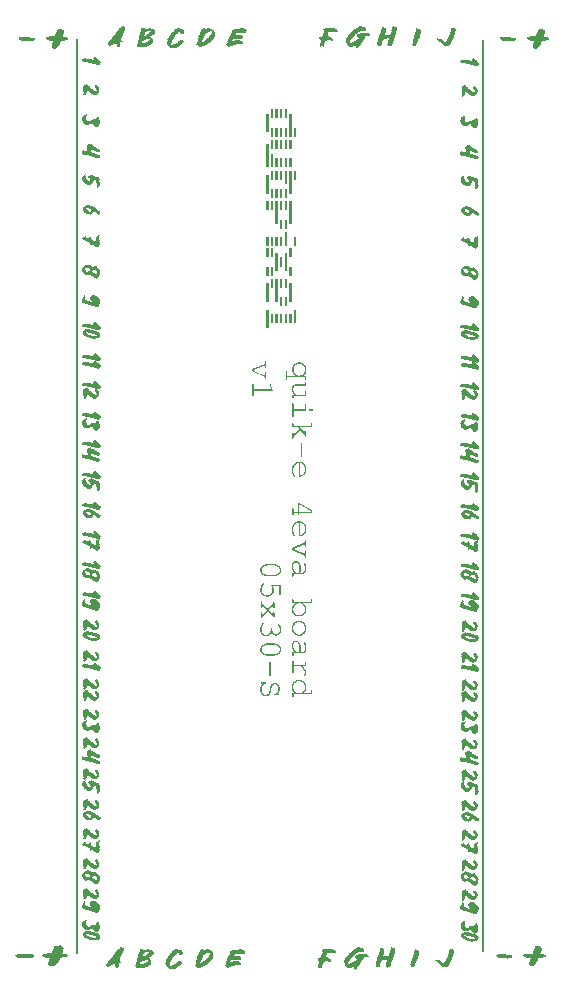
<source format=gbr>
%TF.GenerationSoftware,KiCad,Pcbnew,7.0.2*%
%TF.CreationDate,2024-01-29T21:10:08-05:00*%
%TF.ProjectId,dpx_perv_5x30-s,6470785f-7065-4727-965f-357833302d73,rev?*%
%TF.SameCoordinates,Original*%
%TF.FileFunction,Legend,Top*%
%TF.FilePolarity,Positive*%
%FSLAX46Y46*%
G04 Gerber Fmt 4.6, Leading zero omitted, Abs format (unit mm)*
G04 Created by KiCad (PCBNEW 7.0.2) date 2024-01-29 21:10:08*
%MOMM*%
%LPD*%
G01*
G04 APERTURE LIST*
%ADD10C,0.250000*%
%ADD11C,0.150000*%
%ADD12C,0.300000*%
%ADD13R,1.700000X1.700000*%
%ADD14O,1.700000X1.700000*%
G04 APERTURE END LIST*
D10*
G36*
X64522829Y-76144757D02*
G01*
X64545426Y-76145277D01*
X64567720Y-76146143D01*
X64589712Y-76147355D01*
X64611401Y-76148913D01*
X64632788Y-76150818D01*
X64653873Y-76153069D01*
X64674655Y-76155667D01*
X64695135Y-76158611D01*
X64715312Y-76161901D01*
X64735187Y-76165537D01*
X64754759Y-76169520D01*
X64774029Y-76173849D01*
X64811661Y-76183546D01*
X64848084Y-76194629D01*
X64883297Y-76207097D01*
X64917300Y-76220950D01*
X64950094Y-76236188D01*
X64981677Y-76252812D01*
X65012051Y-76270821D01*
X65041215Y-76290216D01*
X65069170Y-76310995D01*
X65082693Y-76321905D01*
X65103042Y-76339530D01*
X65122077Y-76357724D01*
X65139800Y-76376487D01*
X65156210Y-76395819D01*
X65171308Y-76415719D01*
X65185092Y-76436187D01*
X65197564Y-76457225D01*
X65208722Y-76478831D01*
X65218568Y-76501005D01*
X65227102Y-76523748D01*
X65234322Y-76547060D01*
X65240230Y-76570941D01*
X65244825Y-76595390D01*
X65248107Y-76620408D01*
X65250076Y-76645994D01*
X65250732Y-76672149D01*
X65250106Y-76697703D01*
X65248229Y-76722829D01*
X65245099Y-76747528D01*
X65240718Y-76771800D01*
X65235085Y-76795644D01*
X65228201Y-76819061D01*
X65220064Y-76842050D01*
X65210676Y-76864612D01*
X65200166Y-76886548D01*
X65188664Y-76907660D01*
X65176169Y-76927947D01*
X65162683Y-76947411D01*
X65148204Y-76966049D01*
X65132732Y-76983864D01*
X65116269Y-77000854D01*
X65098813Y-77017020D01*
X65083164Y-77030114D01*
X65064915Y-77043448D01*
X65048444Y-77054286D01*
X65030309Y-77065277D01*
X65010510Y-77076420D01*
X64989047Y-77087717D01*
X64965920Y-77099165D01*
X64953733Y-77104947D01*
X64935382Y-77113521D01*
X64917331Y-77121657D01*
X64893731Y-77131823D01*
X64870666Y-77141212D01*
X64848134Y-77149821D01*
X64826137Y-77157652D01*
X64804674Y-77164705D01*
X64783746Y-77170979D01*
X64773482Y-77173824D01*
X64751322Y-77179236D01*
X64728442Y-77184116D01*
X64704840Y-77188464D01*
X64680517Y-77192279D01*
X64655472Y-77195562D01*
X64629707Y-77198313D01*
X64603220Y-77200531D01*
X64576011Y-77202217D01*
X64548082Y-77203370D01*
X64519431Y-77203991D01*
X64499930Y-77204110D01*
X64218073Y-77204110D01*
X64195264Y-77203937D01*
X64172755Y-77203417D01*
X64150545Y-77202551D01*
X64128635Y-77201339D01*
X64107024Y-77199781D01*
X64085713Y-77197876D01*
X64064701Y-77195625D01*
X64043989Y-77193027D01*
X64023577Y-77190083D01*
X64003464Y-77186793D01*
X63983651Y-77183157D01*
X63964137Y-77179174D01*
X63944923Y-77174845D01*
X63907394Y-77165148D01*
X63871063Y-77154065D01*
X63835930Y-77141597D01*
X63801995Y-77127744D01*
X63769259Y-77112506D01*
X63737721Y-77095882D01*
X63707382Y-77077873D01*
X63678240Y-77058479D01*
X63650298Y-77037699D01*
X63636775Y-77026789D01*
X63616427Y-77009164D01*
X63597391Y-76990970D01*
X63579668Y-76972207D01*
X63563258Y-76952875D01*
X63548161Y-76932975D01*
X63534377Y-76912507D01*
X63521905Y-76891469D01*
X63510746Y-76869863D01*
X63500900Y-76847689D01*
X63492367Y-76824946D01*
X63485146Y-76801634D01*
X63479239Y-76777753D01*
X63474644Y-76753304D01*
X63471362Y-76728287D01*
X63469393Y-76702700D01*
X63468736Y-76676545D01*
X63468748Y-76676057D01*
X63593789Y-76676057D01*
X63594531Y-76699792D01*
X63596758Y-76722883D01*
X63600469Y-76745328D01*
X63605665Y-76767129D01*
X63612345Y-76788284D01*
X63620510Y-76808795D01*
X63630160Y-76828661D01*
X63641294Y-76847882D01*
X63653913Y-76866457D01*
X63668016Y-76884388D01*
X63683603Y-76901674D01*
X63700676Y-76918315D01*
X63719232Y-76934311D01*
X63739274Y-76949662D01*
X63760799Y-76964368D01*
X63783810Y-76978429D01*
X63807898Y-76991739D01*
X63832536Y-77004189D01*
X63857724Y-77015781D01*
X63883461Y-77026515D01*
X63909747Y-77036389D01*
X63936584Y-77045405D01*
X63963969Y-77053563D01*
X63991905Y-77060861D01*
X64020389Y-77067301D01*
X64049424Y-77072883D01*
X64079008Y-77077605D01*
X64109141Y-77081469D01*
X64139824Y-77084475D01*
X64171057Y-77086621D01*
X64202839Y-77087909D01*
X64235170Y-77088339D01*
X64486252Y-77088339D01*
X64506316Y-77088159D01*
X64526209Y-77087621D01*
X64545929Y-77086724D01*
X64565478Y-77085469D01*
X64594480Y-77082913D01*
X64623095Y-77079550D01*
X64651324Y-77075379D01*
X64679166Y-77070402D01*
X64706622Y-77064618D01*
X64733691Y-77058026D01*
X64760374Y-77050627D01*
X64786671Y-77042421D01*
X64812272Y-77033704D01*
X64836868Y-77024773D01*
X64860460Y-77015626D01*
X64883048Y-77006265D01*
X64904630Y-76996690D01*
X64925208Y-76986900D01*
X64944781Y-76976895D01*
X64963350Y-76966675D01*
X64980914Y-76956241D01*
X64997473Y-76945592D01*
X65007955Y-76938374D01*
X65025088Y-76924830D01*
X65040951Y-76909843D01*
X65055542Y-76893414D01*
X65068863Y-76875542D01*
X65080913Y-76856228D01*
X65084647Y-76849469D01*
X65094264Y-76829518D01*
X65102599Y-76808986D01*
X65109651Y-76787874D01*
X65115422Y-76766182D01*
X65119910Y-76743910D01*
X65123115Y-76721058D01*
X65125039Y-76697626D01*
X65125680Y-76673614D01*
X65126222Y-76649701D01*
X65125161Y-76626445D01*
X65122497Y-76603845D01*
X65118230Y-76581901D01*
X65112361Y-76560614D01*
X65104889Y-76539983D01*
X65095814Y-76520008D01*
X65085136Y-76500690D01*
X65072855Y-76482029D01*
X65058971Y-76464023D01*
X65043485Y-76446675D01*
X65026395Y-76429982D01*
X65007703Y-76413946D01*
X64987408Y-76398566D01*
X64965510Y-76383843D01*
X64942009Y-76369776D01*
X64917507Y-76356467D01*
X64892481Y-76344016D01*
X64866933Y-76332424D01*
X64840862Y-76321691D01*
X64814268Y-76311816D01*
X64787152Y-76302800D01*
X64759512Y-76294643D01*
X64731350Y-76287344D01*
X64702665Y-76280904D01*
X64673457Y-76275323D01*
X64643726Y-76270600D01*
X64613472Y-76266736D01*
X64582696Y-76263731D01*
X64551396Y-76261584D01*
X64519574Y-76260296D01*
X64487229Y-76259867D01*
X64235659Y-76259867D01*
X64215532Y-76260046D01*
X64195573Y-76260584D01*
X64175781Y-76261481D01*
X64156158Y-76262737D01*
X64127038Y-76265293D01*
X64098295Y-76268656D01*
X64069931Y-76272826D01*
X64041944Y-76277803D01*
X64014335Y-76283588D01*
X63987104Y-76290180D01*
X63960250Y-76297579D01*
X63933775Y-76305785D01*
X63908121Y-76314510D01*
X63883549Y-76323467D01*
X63860058Y-76332657D01*
X63837650Y-76342078D01*
X63816324Y-76351730D01*
X63796079Y-76361615D01*
X63776917Y-76371732D01*
X63758836Y-76382080D01*
X63741837Y-76392660D01*
X63720855Y-76407128D01*
X63715910Y-76410809D01*
X63699853Y-76424021D01*
X63684655Y-76438744D01*
X63670315Y-76454979D01*
X63656834Y-76472725D01*
X63644212Y-76491982D01*
X63640195Y-76498736D01*
X63629318Y-76518711D01*
X63619892Y-76539311D01*
X63611916Y-76560537D01*
X63605390Y-76582390D01*
X63600315Y-76604868D01*
X63596689Y-76627971D01*
X63594514Y-76651701D01*
X63593789Y-76676057D01*
X63468748Y-76676057D01*
X63469362Y-76651320D01*
X63471240Y-76626445D01*
X63474369Y-76601921D01*
X63478750Y-76577749D01*
X63484383Y-76553928D01*
X63491268Y-76530457D01*
X63499404Y-76507338D01*
X63508792Y-76484570D01*
X63519302Y-76462520D01*
X63530805Y-76441309D01*
X63543299Y-76420937D01*
X63556786Y-76401406D01*
X63571265Y-76382713D01*
X63586736Y-76364861D01*
X63603200Y-76347848D01*
X63620655Y-76331674D01*
X63635871Y-76318978D01*
X63653733Y-76305924D01*
X63674243Y-76292512D01*
X63692558Y-76281525D01*
X63712567Y-76270309D01*
X63734270Y-76258864D01*
X63757668Y-76247190D01*
X63763782Y-76244235D01*
X63782229Y-76235587D01*
X63800384Y-76227411D01*
X63824136Y-76217245D01*
X63847370Y-76207918D01*
X63870085Y-76199430D01*
X63892280Y-76191782D01*
X63913957Y-76184974D01*
X63935114Y-76179005D01*
X63945498Y-76176336D01*
X63967732Y-76170662D01*
X63990653Y-76165545D01*
X64014260Y-76160987D01*
X64038555Y-76156987D01*
X64063536Y-76153545D01*
X64089205Y-76150662D01*
X64115560Y-76148336D01*
X64142602Y-76146569D01*
X64170332Y-76145359D01*
X64198748Y-76144708D01*
X64218073Y-76144584D01*
X64499930Y-76144584D01*
X64522829Y-76144757D01*
G37*
G36*
X65094417Y-78036489D02*
G01*
X64531681Y-78036489D01*
X64540268Y-78055467D01*
X64548442Y-78074299D01*
X64556205Y-78092985D01*
X64563555Y-78111525D01*
X64570493Y-78129919D01*
X64579103Y-78154218D01*
X64586979Y-78178257D01*
X64594123Y-78202036D01*
X64600535Y-78225556D01*
X64602023Y-78231395D01*
X64607519Y-78254682D01*
X64612281Y-78277649D01*
X64616311Y-78300295D01*
X64619609Y-78322620D01*
X64622173Y-78344625D01*
X64624005Y-78366309D01*
X64625104Y-78387672D01*
X64625471Y-78408715D01*
X64624881Y-78435609D01*
X64623112Y-78461945D01*
X64620164Y-78487724D01*
X64616037Y-78512946D01*
X64610730Y-78537611D01*
X64604244Y-78561718D01*
X64596579Y-78585269D01*
X64587735Y-78608262D01*
X64577712Y-78630698D01*
X64566509Y-78652577D01*
X64554127Y-78673898D01*
X64540566Y-78694663D01*
X64525825Y-78714870D01*
X64509906Y-78734520D01*
X64492807Y-78753613D01*
X64474528Y-78772149D01*
X64455291Y-78789895D01*
X64435312Y-78806495D01*
X64414594Y-78821951D01*
X64393135Y-78836263D01*
X64370935Y-78849429D01*
X64347995Y-78861450D01*
X64324315Y-78872327D01*
X64299895Y-78882058D01*
X64274734Y-78890645D01*
X64248833Y-78898087D01*
X64222191Y-78904383D01*
X64194809Y-78909535D01*
X64166687Y-78913543D01*
X64137824Y-78916405D01*
X64108221Y-78918122D01*
X64077878Y-78918695D01*
X64044272Y-78918050D01*
X64011475Y-78916115D01*
X63979486Y-78912890D01*
X63948307Y-78908375D01*
X63917937Y-78902571D01*
X63888376Y-78895476D01*
X63859624Y-78887092D01*
X63831681Y-78877418D01*
X63804547Y-78866453D01*
X63778223Y-78854199D01*
X63752707Y-78840655D01*
X63728000Y-78825821D01*
X63704103Y-78809697D01*
X63681014Y-78792284D01*
X63658734Y-78773580D01*
X63637264Y-78753586D01*
X63616856Y-78732686D01*
X63597765Y-78711142D01*
X63579991Y-78688952D01*
X63563533Y-78666117D01*
X63548392Y-78642637D01*
X63534567Y-78618512D01*
X63522060Y-78593743D01*
X63510868Y-78568328D01*
X63500994Y-78542269D01*
X63492436Y-78515564D01*
X63485194Y-78488215D01*
X63479269Y-78460220D01*
X63474661Y-78431581D01*
X63471370Y-78402296D01*
X63469395Y-78372367D01*
X63468736Y-78341793D01*
X63469030Y-78321385D01*
X63469912Y-78301073D01*
X63471381Y-78280856D01*
X63473438Y-78260735D01*
X63476083Y-78240709D01*
X63479315Y-78220778D01*
X63483135Y-78200943D01*
X63487543Y-78181203D01*
X63492539Y-78161559D01*
X63498122Y-78142010D01*
X63504293Y-78122556D01*
X63511051Y-78103198D01*
X63518398Y-78083935D01*
X63526332Y-78064768D01*
X63534854Y-78045696D01*
X63543963Y-78026720D01*
X63553987Y-78006829D01*
X63564457Y-77987273D01*
X63575373Y-77968051D01*
X63586736Y-77949165D01*
X63598546Y-77930613D01*
X63610802Y-77912397D01*
X63623504Y-77894515D01*
X63636653Y-77876968D01*
X63650249Y-77859756D01*
X63664291Y-77842879D01*
X63673900Y-77831814D01*
X63688161Y-77816756D01*
X63704236Y-77802056D01*
X63721556Y-77789550D01*
X63739462Y-77781383D01*
X63751570Y-77779546D01*
X63771235Y-77782287D01*
X63789347Y-77791370D01*
X63795045Y-77796154D01*
X63807066Y-77811715D01*
X63812476Y-77830670D01*
X63812630Y-77834745D01*
X63808519Y-77854199D01*
X63798617Y-77871290D01*
X63787718Y-77884082D01*
X63764234Y-77910178D01*
X63742266Y-77936564D01*
X63721812Y-77963239D01*
X63702874Y-77990205D01*
X63685450Y-78017461D01*
X63669542Y-78045007D01*
X63655149Y-78072843D01*
X63642271Y-78100969D01*
X63630908Y-78129386D01*
X63621060Y-78158092D01*
X63612727Y-78187088D01*
X63605909Y-78216374D01*
X63600607Y-78245951D01*
X63596819Y-78275817D01*
X63594546Y-78305973D01*
X63593789Y-78336420D01*
X63594310Y-78361365D01*
X63595872Y-78385764D01*
X63598477Y-78409618D01*
X63602124Y-78432926D01*
X63606812Y-78455688D01*
X63612542Y-78477905D01*
X63619314Y-78499576D01*
X63627128Y-78520701D01*
X63635984Y-78541280D01*
X63645881Y-78561314D01*
X63656821Y-78580802D01*
X63668802Y-78599744D01*
X63681825Y-78618140D01*
X63695890Y-78635991D01*
X63710997Y-78653296D01*
X63727145Y-78670055D01*
X63744160Y-78686027D01*
X63761866Y-78700967D01*
X63780262Y-78714878D01*
X63799350Y-78727758D01*
X63819128Y-78739607D01*
X63839596Y-78750426D01*
X63860756Y-78760215D01*
X63882606Y-78768974D01*
X63905147Y-78776702D01*
X63928379Y-78783399D01*
X63952301Y-78789066D01*
X63976914Y-78793703D01*
X64002218Y-78797310D01*
X64028213Y-78799886D01*
X64054898Y-78801431D01*
X64082274Y-78801946D01*
X64105556Y-78801500D01*
X64128261Y-78800160D01*
X64150390Y-78797928D01*
X64171942Y-78794802D01*
X64192918Y-78790784D01*
X64213318Y-78785872D01*
X64233142Y-78780068D01*
X64252390Y-78773370D01*
X64271061Y-78765779D01*
X64289156Y-78757296D01*
X64306674Y-78747919D01*
X64323617Y-78737650D01*
X64339983Y-78726487D01*
X64355773Y-78714431D01*
X64370987Y-78701483D01*
X64385624Y-78687641D01*
X64399525Y-78673171D01*
X64412529Y-78658217D01*
X64424636Y-78642778D01*
X64441115Y-78618711D01*
X64455577Y-78593554D01*
X64468020Y-78567306D01*
X64478446Y-78539967D01*
X64484275Y-78521136D01*
X64489208Y-78501820D01*
X64493244Y-78482019D01*
X64496382Y-78461733D01*
X64498625Y-78440963D01*
X64499970Y-78419708D01*
X64500418Y-78397969D01*
X64500121Y-78375439D01*
X64499228Y-78352914D01*
X64497739Y-78330392D01*
X64495655Y-78307874D01*
X64492976Y-78285359D01*
X64489702Y-78262849D01*
X64485832Y-78240342D01*
X64481367Y-78217840D01*
X64476307Y-78195341D01*
X64470651Y-78172846D01*
X64464400Y-78150354D01*
X64457554Y-78127867D01*
X64450112Y-78105383D01*
X64442075Y-78082903D01*
X64433442Y-78060427D01*
X64424214Y-78037955D01*
X64416521Y-78017591D01*
X64410493Y-77998550D01*
X64406698Y-77978278D01*
X64406629Y-77975917D01*
X64409714Y-77956322D01*
X64419868Y-77939271D01*
X64422749Y-77936350D01*
X64439472Y-77925998D01*
X64459689Y-77921576D01*
X64468667Y-77921207D01*
X65219469Y-77921207D01*
X65219469Y-78726231D01*
X65218078Y-78747694D01*
X65213270Y-78767099D01*
X65202966Y-78784215D01*
X65201884Y-78785338D01*
X65185822Y-78797040D01*
X65166213Y-78802777D01*
X65155966Y-78803412D01*
X65135985Y-78800429D01*
X65117712Y-78790545D01*
X65112002Y-78785338D01*
X65101286Y-78768783D01*
X65096134Y-78749845D01*
X65094434Y-78728803D01*
X65094417Y-78726231D01*
X65094417Y-78036489D01*
G37*
G36*
X64121353Y-80116461D02*
G01*
X63625052Y-80643049D01*
X63624795Y-80664070D01*
X63623709Y-80685669D01*
X63620639Y-80706091D01*
X63619678Y-80708995D01*
X63608218Y-80725474D01*
X63598185Y-80732930D01*
X63580093Y-80740935D01*
X63562526Y-80743189D01*
X63542148Y-80740206D01*
X63524672Y-80731257D01*
X63517585Y-80725115D01*
X63506869Y-80708422D01*
X63501717Y-80689159D01*
X63500017Y-80667663D01*
X63500000Y-80665031D01*
X63500000Y-80293782D01*
X63501099Y-80274059D01*
X63505564Y-80253699D01*
X63515455Y-80235564D01*
X63517585Y-80233210D01*
X63533721Y-80221824D01*
X63552760Y-80216242D01*
X63562526Y-80215624D01*
X63582195Y-80218097D01*
X63599937Y-80226357D01*
X63607955Y-80233210D01*
X63618373Y-80250200D01*
X63623382Y-80269606D01*
X63625035Y-80291149D01*
X63625052Y-80293782D01*
X63625052Y-80484780D01*
X64046615Y-80036838D01*
X63625052Y-79589385D01*
X63625052Y-79781849D01*
X63623699Y-79803075D01*
X63619024Y-79822309D01*
X63609007Y-79839345D01*
X63607955Y-79840467D01*
X63592209Y-79852169D01*
X63572755Y-79857906D01*
X63562526Y-79858541D01*
X63542148Y-79855558D01*
X63524672Y-79846609D01*
X63517585Y-79840467D01*
X63506869Y-79823912D01*
X63501717Y-79804974D01*
X63500017Y-79783932D01*
X63500000Y-79781360D01*
X63500000Y-79406692D01*
X63501391Y-79385191D01*
X63506199Y-79365651D01*
X63516503Y-79348249D01*
X63517585Y-79347096D01*
X63533721Y-79335711D01*
X63552760Y-79330129D01*
X63562526Y-79329511D01*
X63582321Y-79332406D01*
X63598185Y-79339769D01*
X63613775Y-79352984D01*
X63619678Y-79363217D01*
X63623535Y-79384168D01*
X63624716Y-79404982D01*
X63625047Y-79425445D01*
X63625052Y-79428674D01*
X64121353Y-79957215D01*
X64562944Y-79487780D01*
X64563225Y-79467925D01*
X64564410Y-79447480D01*
X64567759Y-79428045D01*
X64568806Y-79425254D01*
X64580918Y-79409206D01*
X64590788Y-79401807D01*
X64608881Y-79393803D01*
X64626448Y-79391549D01*
X64646429Y-79394451D01*
X64664701Y-79404068D01*
X64670411Y-79409134D01*
X64681127Y-79426124D01*
X64686279Y-79445530D01*
X64687980Y-79467074D01*
X64687997Y-79469706D01*
X64687997Y-79784291D01*
X64686898Y-79804166D01*
X64682433Y-79824460D01*
X64672541Y-79842137D01*
X64670411Y-79844375D01*
X64652967Y-79856062D01*
X64633085Y-79861055D01*
X64624494Y-79861472D01*
X64604512Y-79858650D01*
X64586240Y-79849300D01*
X64580530Y-79844375D01*
X64569814Y-79827911D01*
X64564662Y-79808630D01*
X64562962Y-79786953D01*
X64562944Y-79784291D01*
X64562944Y-79647027D01*
X64196092Y-80036838D01*
X64562944Y-80427138D01*
X64562944Y-80289874D01*
X64564335Y-80268570D01*
X64569144Y-80249069D01*
X64579448Y-80231461D01*
X64580530Y-80230279D01*
X64596592Y-80218260D01*
X64616201Y-80212369D01*
X64626448Y-80211716D01*
X64646429Y-80214618D01*
X64664701Y-80224236D01*
X64670411Y-80229302D01*
X64681127Y-80246292D01*
X64686279Y-80265698D01*
X64687980Y-80287242D01*
X64687997Y-80289874D01*
X64687997Y-80604459D01*
X64686606Y-80625921D01*
X64681797Y-80645327D01*
X64671493Y-80662443D01*
X64670411Y-80663565D01*
X64654349Y-80675268D01*
X64634740Y-80681004D01*
X64624494Y-80681639D01*
X64605174Y-80678394D01*
X64590788Y-80671381D01*
X64575262Y-80658166D01*
X64568806Y-80647934D01*
X64564599Y-80627626D01*
X64563311Y-80607817D01*
X64562944Y-80585408D01*
X64121353Y-80116461D01*
G37*
G36*
X64423726Y-81952191D02*
G01*
X64414794Y-81971860D01*
X64405461Y-81990934D01*
X64395728Y-82009412D01*
X64385594Y-82027295D01*
X64375059Y-82044583D01*
X64364123Y-82061276D01*
X64352787Y-82077373D01*
X64335031Y-82100402D01*
X64316374Y-82122092D01*
X64296815Y-82142443D01*
X64276354Y-82161453D01*
X64254992Y-82179125D01*
X64232728Y-82195457D01*
X64209923Y-82210472D01*
X64186938Y-82224010D01*
X64163773Y-82236071D01*
X64140427Y-82246656D01*
X64116901Y-82255764D01*
X64093195Y-82263394D01*
X64069308Y-82269548D01*
X64045241Y-82274225D01*
X64020994Y-82277425D01*
X63996566Y-82279148D01*
X63980181Y-82279476D01*
X63955087Y-82278818D01*
X63930363Y-82276843D01*
X63906009Y-82273551D01*
X63882026Y-82268943D01*
X63858413Y-82263018D01*
X63835169Y-82255777D01*
X63812296Y-82247219D01*
X63789794Y-82237344D01*
X63767661Y-82226153D01*
X63745899Y-82213645D01*
X63724506Y-82199821D01*
X63703484Y-82184679D01*
X63682832Y-82168222D01*
X63662551Y-82150447D01*
X63642639Y-82131356D01*
X63623098Y-82110949D01*
X63604406Y-82089612D01*
X63586919Y-82067611D01*
X63570639Y-82044946D01*
X63555565Y-82021617D01*
X63541696Y-81997624D01*
X63529034Y-81972967D01*
X63517577Y-81947646D01*
X63507327Y-81921660D01*
X63498282Y-81895011D01*
X63490443Y-81867698D01*
X63483811Y-81839721D01*
X63478384Y-81811079D01*
X63474163Y-81781774D01*
X63471148Y-81751805D01*
X63469339Y-81721171D01*
X63468736Y-81689874D01*
X63469325Y-81661936D01*
X63471089Y-81633809D01*
X63474030Y-81605493D01*
X63478147Y-81576988D01*
X63483441Y-81548294D01*
X63487624Y-81529060D01*
X63492329Y-81509742D01*
X63497558Y-81490340D01*
X63503309Y-81470854D01*
X63509583Y-81451284D01*
X63516380Y-81431630D01*
X63523699Y-81411892D01*
X63531542Y-81392070D01*
X63535659Y-81382128D01*
X63544097Y-81362596D01*
X63552558Y-81343812D01*
X63561041Y-81325776D01*
X63573809Y-81300125D01*
X63586629Y-81276157D01*
X63599501Y-81253872D01*
X63612424Y-81233270D01*
X63625398Y-81214350D01*
X63638424Y-81197114D01*
X63651502Y-81181561D01*
X63669018Y-81163441D01*
X63673412Y-81159378D01*
X63689821Y-81147698D01*
X63708379Y-81140485D01*
X63722749Y-81138862D01*
X63742143Y-81141854D01*
X63760433Y-81151700D01*
X63763782Y-81154494D01*
X63776404Y-81170894D01*
X63781299Y-81189871D01*
X63781367Y-81192595D01*
X63777253Y-81212858D01*
X63768249Y-81230222D01*
X63759874Y-81241933D01*
X63739762Y-81268652D01*
X63720948Y-81295567D01*
X63703431Y-81322676D01*
X63687212Y-81349979D01*
X63672290Y-81377478D01*
X63658666Y-81405171D01*
X63646339Y-81433058D01*
X63635310Y-81461140D01*
X63625578Y-81489417D01*
X63617144Y-81517889D01*
X63610008Y-81546555D01*
X63604169Y-81575416D01*
X63599628Y-81604471D01*
X63596384Y-81633721D01*
X63594438Y-81663166D01*
X63593789Y-81692805D01*
X63594256Y-81717645D01*
X63595659Y-81741974D01*
X63597996Y-81765791D01*
X63601269Y-81789098D01*
X63605476Y-81811892D01*
X63610619Y-81834176D01*
X63616696Y-81855948D01*
X63623709Y-81877208D01*
X63631656Y-81897957D01*
X63640538Y-81918195D01*
X63650356Y-81937922D01*
X63661108Y-81957137D01*
X63672796Y-81975840D01*
X63685418Y-81994033D01*
X63698975Y-82011713D01*
X63713468Y-82028883D01*
X63728534Y-82045268D01*
X63743815Y-82060596D01*
X63759309Y-82074867D01*
X63775017Y-82088081D01*
X63790939Y-82100238D01*
X63807074Y-82111338D01*
X63831677Y-82126005D01*
X63856762Y-82138294D01*
X63882327Y-82148205D01*
X63908374Y-82155737D01*
X63934901Y-82160890D01*
X63961909Y-82163665D01*
X63980181Y-82164193D01*
X64004666Y-82163148D01*
X64029030Y-82160011D01*
X64053271Y-82154783D01*
X64077390Y-82147463D01*
X64101386Y-82138052D01*
X64119304Y-82129621D01*
X64137153Y-82120014D01*
X64154933Y-82109231D01*
X64172644Y-82097271D01*
X64189969Y-82084299D01*
X64206590Y-82070297D01*
X64222507Y-82055265D01*
X64237720Y-82039202D01*
X64252228Y-82022109D01*
X64266033Y-82003985D01*
X64279133Y-81984831D01*
X64291530Y-81964647D01*
X64303222Y-81943432D01*
X64314210Y-81921187D01*
X64321144Y-81905785D01*
X64330834Y-81882311D01*
X64339571Y-81858787D01*
X64347355Y-81835211D01*
X64354185Y-81811583D01*
X64360063Y-81787904D01*
X64364987Y-81764173D01*
X64368959Y-81740391D01*
X64371977Y-81716557D01*
X64374042Y-81692672D01*
X64375154Y-81668735D01*
X64375366Y-81652749D01*
X64376718Y-81631484D01*
X64381393Y-81612116D01*
X64391411Y-81594794D01*
X64392463Y-81593642D01*
X64408525Y-81582256D01*
X64428134Y-81576675D01*
X64438381Y-81576057D01*
X64459075Y-81578878D01*
X64476706Y-81587343D01*
X64483810Y-81593154D01*
X64495512Y-81609867D01*
X64501019Y-81630303D01*
X64501884Y-81644445D01*
X64500418Y-81743607D01*
X64501230Y-81772252D01*
X64503664Y-81799936D01*
X64507721Y-81826658D01*
X64513401Y-81852418D01*
X64520704Y-81877216D01*
X64529630Y-81901052D01*
X64540179Y-81923927D01*
X64552350Y-81945840D01*
X64566145Y-81966792D01*
X64581562Y-81986782D01*
X64592742Y-81999574D01*
X64610315Y-82017644D01*
X64628411Y-82033938D01*
X64647031Y-82048453D01*
X64666175Y-82061192D01*
X64685843Y-82072153D01*
X64706034Y-82081336D01*
X64726750Y-82088742D01*
X64747989Y-82094371D01*
X64769752Y-82098222D01*
X64792038Y-82100295D01*
X64807187Y-82100690D01*
X64830469Y-82099759D01*
X64853235Y-82096964D01*
X64875486Y-82092305D01*
X64897221Y-82085784D01*
X64918442Y-82077399D01*
X64939147Y-82067151D01*
X64959337Y-82055039D01*
X64979012Y-82041065D01*
X64998172Y-82025226D01*
X65016816Y-82007525D01*
X65028960Y-81994689D01*
X65046245Y-81974334D01*
X65061829Y-81952838D01*
X65075714Y-81930199D01*
X65087899Y-81906418D01*
X65098383Y-81881495D01*
X65107167Y-81855430D01*
X65114251Y-81828224D01*
X65119635Y-81799875D01*
X65122280Y-81780341D01*
X65124169Y-81760300D01*
X65125302Y-81739751D01*
X65125680Y-81718695D01*
X65125328Y-81696509D01*
X65124272Y-81674651D01*
X65122511Y-81653118D01*
X65120047Y-81631912D01*
X65116879Y-81611032D01*
X65113006Y-81590478D01*
X65108429Y-81570251D01*
X65103148Y-81550350D01*
X65097164Y-81530775D01*
X65090475Y-81511527D01*
X65085624Y-81498876D01*
X65077943Y-81480448D01*
X65066887Y-81456958D01*
X65054901Y-81434705D01*
X65041982Y-81413689D01*
X65028133Y-81393909D01*
X65013353Y-81375366D01*
X64997641Y-81358059D01*
X64980998Y-81341989D01*
X64976692Y-81338164D01*
X64960923Y-81324264D01*
X64947049Y-81309216D01*
X64943963Y-81304459D01*
X64938468Y-81284950D01*
X64938101Y-81277592D01*
X64941536Y-81257113D01*
X64951840Y-81239639D01*
X64953733Y-81237536D01*
X64970241Y-81225966D01*
X64989539Y-81221479D01*
X64992323Y-81221416D01*
X65014219Y-81225624D01*
X65034014Y-81235558D01*
X65050863Y-81247713D01*
X65068612Y-81263608D01*
X65082516Y-81277983D01*
X65096926Y-81294462D01*
X65111842Y-81313045D01*
X65127265Y-81333732D01*
X65132519Y-81341095D01*
X65146834Y-81362033D01*
X65160225Y-81383326D01*
X65172693Y-81404974D01*
X65184237Y-81426977D01*
X65194858Y-81449335D01*
X65204555Y-81472047D01*
X65213329Y-81495115D01*
X65221179Y-81518538D01*
X65228105Y-81542315D01*
X65234108Y-81566447D01*
X65239188Y-81590935D01*
X65243344Y-81615777D01*
X65246576Y-81640974D01*
X65248885Y-81666526D01*
X65250270Y-81692433D01*
X65250732Y-81718695D01*
X65250219Y-81745683D01*
X65248679Y-81772062D01*
X65246113Y-81797829D01*
X65242520Y-81822986D01*
X65237900Y-81847533D01*
X65232254Y-81871468D01*
X65225581Y-81894794D01*
X65217882Y-81917508D01*
X65209156Y-81939612D01*
X65199403Y-81961106D01*
X65188624Y-81981988D01*
X65176818Y-82002260D01*
X65163986Y-82021922D01*
X65150127Y-82040973D01*
X65135242Y-82059413D01*
X65119330Y-82077243D01*
X65102769Y-82094220D01*
X65085815Y-82110101D01*
X65068468Y-82124888D01*
X65050728Y-82138579D01*
X65032595Y-82151174D01*
X65014069Y-82162675D01*
X64995149Y-82173080D01*
X64975837Y-82182390D01*
X64956131Y-82190604D01*
X64936033Y-82197723D01*
X64915541Y-82203747D01*
X64894657Y-82208676D01*
X64873379Y-82212510D01*
X64851708Y-82215248D01*
X64829644Y-82216891D01*
X64807187Y-82217438D01*
X64785592Y-82216846D01*
X64764220Y-82215069D01*
X64743071Y-82212106D01*
X64722145Y-82207959D01*
X64701442Y-82202626D01*
X64680963Y-82196109D01*
X64660707Y-82188407D01*
X64640675Y-82179520D01*
X64620865Y-82169448D01*
X64601279Y-82158190D01*
X64588346Y-82150027D01*
X64569468Y-82136834D01*
X64551303Y-82122533D01*
X64533850Y-82107124D01*
X64517111Y-82090608D01*
X64501084Y-82072984D01*
X64485769Y-82054252D01*
X64471168Y-82034412D01*
X64457279Y-82013465D01*
X64444103Y-81991410D01*
X64431639Y-81968248D01*
X64423726Y-81952191D01*
G37*
G36*
X64522829Y-82866321D02*
G01*
X64545426Y-82866840D01*
X64567720Y-82867706D01*
X64589712Y-82868918D01*
X64611401Y-82870477D01*
X64632788Y-82872381D01*
X64653873Y-82874632D01*
X64674655Y-82877230D01*
X64695135Y-82880174D01*
X64715312Y-82883464D01*
X64735187Y-82887100D01*
X64754759Y-82891083D01*
X64774029Y-82895412D01*
X64811661Y-82905109D01*
X64848084Y-82916192D01*
X64883297Y-82928660D01*
X64917300Y-82942513D01*
X64950094Y-82957751D01*
X64981677Y-82974375D01*
X65012051Y-82992384D01*
X65041215Y-83011779D01*
X65069170Y-83032558D01*
X65082693Y-83043468D01*
X65103042Y-83061093D01*
X65122077Y-83079287D01*
X65139800Y-83098050D01*
X65156210Y-83117382D01*
X65171308Y-83137282D01*
X65185092Y-83157751D01*
X65197564Y-83178788D01*
X65208722Y-83200394D01*
X65218568Y-83222568D01*
X65227102Y-83245312D01*
X65234322Y-83268623D01*
X65240230Y-83292504D01*
X65244825Y-83316953D01*
X65248107Y-83341971D01*
X65250076Y-83367557D01*
X65250732Y-83393712D01*
X65250106Y-83419266D01*
X65248229Y-83444392D01*
X65245099Y-83469091D01*
X65240718Y-83493363D01*
X65235085Y-83517207D01*
X65228201Y-83540624D01*
X65220064Y-83563613D01*
X65210676Y-83586175D01*
X65200166Y-83608111D01*
X65188664Y-83629223D01*
X65176169Y-83649511D01*
X65162683Y-83668974D01*
X65148204Y-83687612D01*
X65132732Y-83705427D01*
X65116269Y-83722417D01*
X65098813Y-83738583D01*
X65083164Y-83751678D01*
X65064915Y-83765011D01*
X65048444Y-83775849D01*
X65030309Y-83786840D01*
X65010510Y-83797984D01*
X64989047Y-83809280D01*
X64965920Y-83820729D01*
X64953733Y-83826510D01*
X64935382Y-83835084D01*
X64917331Y-83843220D01*
X64893731Y-83853387D01*
X64870666Y-83862775D01*
X64848134Y-83871384D01*
X64826137Y-83879215D01*
X64804674Y-83886268D01*
X64783746Y-83892542D01*
X64773482Y-83895387D01*
X64751322Y-83900799D01*
X64728442Y-83905679D01*
X64704840Y-83910027D01*
X64680517Y-83913842D01*
X64655472Y-83917125D01*
X64629707Y-83919876D01*
X64603220Y-83922094D01*
X64576011Y-83923780D01*
X64548082Y-83924934D01*
X64519431Y-83925555D01*
X64499930Y-83925673D01*
X64218073Y-83925673D01*
X64195264Y-83925500D01*
X64172755Y-83924980D01*
X64150545Y-83924114D01*
X64128635Y-83922902D01*
X64107024Y-83921344D01*
X64085713Y-83919439D01*
X64064701Y-83917188D01*
X64043989Y-83914590D01*
X64023577Y-83911647D01*
X64003464Y-83908356D01*
X63983651Y-83904720D01*
X63964137Y-83900737D01*
X63944923Y-83896408D01*
X63907394Y-83886711D01*
X63871063Y-83875628D01*
X63835930Y-83863161D01*
X63801995Y-83849307D01*
X63769259Y-83834069D01*
X63737721Y-83817445D01*
X63707382Y-83799436D01*
X63678240Y-83780042D01*
X63650298Y-83759262D01*
X63636775Y-83748353D01*
X63616427Y-83730727D01*
X63597391Y-83712533D01*
X63579668Y-83693770D01*
X63563258Y-83674439D01*
X63548161Y-83654539D01*
X63534377Y-83634070D01*
X63521905Y-83613033D01*
X63510746Y-83591427D01*
X63500900Y-83569252D01*
X63492367Y-83546509D01*
X63485146Y-83523197D01*
X63479239Y-83499316D01*
X63474644Y-83474867D01*
X63471362Y-83449850D01*
X63469393Y-83424263D01*
X63468736Y-83398108D01*
X63468748Y-83397620D01*
X63593789Y-83397620D01*
X63594531Y-83421355D01*
X63596758Y-83444446D01*
X63600469Y-83466891D01*
X63605665Y-83488692D01*
X63612345Y-83509848D01*
X63620510Y-83530358D01*
X63630160Y-83550224D01*
X63641294Y-83569445D01*
X63653913Y-83588021D01*
X63668016Y-83605951D01*
X63683603Y-83623237D01*
X63700676Y-83639878D01*
X63719232Y-83655874D01*
X63739274Y-83671225D01*
X63760799Y-83685931D01*
X63783810Y-83699993D01*
X63807898Y-83713302D01*
X63832536Y-83725753D01*
X63857724Y-83737345D01*
X63883461Y-83748078D01*
X63909747Y-83757952D01*
X63936584Y-83766968D01*
X63963969Y-83775126D01*
X63991905Y-83782424D01*
X64020389Y-83788864D01*
X64049424Y-83794446D01*
X64079008Y-83799168D01*
X64109141Y-83803032D01*
X64139824Y-83806038D01*
X64171057Y-83808184D01*
X64202839Y-83809472D01*
X64235170Y-83809902D01*
X64486252Y-83809902D01*
X64506316Y-83809722D01*
X64526209Y-83809184D01*
X64545929Y-83808288D01*
X64565478Y-83807032D01*
X64594480Y-83804476D01*
X64623095Y-83801113D01*
X64651324Y-83796943D01*
X64679166Y-83791965D01*
X64706622Y-83786181D01*
X64733691Y-83779589D01*
X64760374Y-83772190D01*
X64786671Y-83763984D01*
X64812272Y-83755267D01*
X64836868Y-83746336D01*
X64860460Y-83737189D01*
X64883048Y-83727829D01*
X64904630Y-83718253D01*
X64925208Y-83708463D01*
X64944781Y-83698458D01*
X64963350Y-83688238D01*
X64980914Y-83677804D01*
X64997473Y-83667155D01*
X65007955Y-83659937D01*
X65025088Y-83646393D01*
X65040951Y-83631406D01*
X65055542Y-83614977D01*
X65068863Y-83597105D01*
X65080913Y-83577791D01*
X65084647Y-83571032D01*
X65094264Y-83551081D01*
X65102599Y-83530549D01*
X65109651Y-83509437D01*
X65115422Y-83487745D01*
X65119910Y-83465474D01*
X65123115Y-83442622D01*
X65125039Y-83419190D01*
X65125680Y-83395177D01*
X65126222Y-83371265D01*
X65125161Y-83348008D01*
X65122497Y-83325408D01*
X65118230Y-83303464D01*
X65112361Y-83282177D01*
X65104889Y-83261546D01*
X65095814Y-83241572D01*
X65085136Y-83222254D01*
X65072855Y-83203592D01*
X65058971Y-83185587D01*
X65043485Y-83168238D01*
X65026395Y-83151545D01*
X65007703Y-83135509D01*
X64987408Y-83120129D01*
X64965510Y-83105406D01*
X64942009Y-83091339D01*
X64917507Y-83078030D01*
X64892481Y-83065579D01*
X64866933Y-83053987D01*
X64840862Y-83043254D01*
X64814268Y-83033379D01*
X64787152Y-83024363D01*
X64759512Y-83016206D01*
X64731350Y-83008907D01*
X64702665Y-83002467D01*
X64673457Y-82996886D01*
X64643726Y-82992163D01*
X64613472Y-82988299D01*
X64582696Y-82985294D01*
X64551396Y-82983147D01*
X64519574Y-82981859D01*
X64487229Y-82981430D01*
X64235659Y-82981430D01*
X64215532Y-82981609D01*
X64195573Y-82982148D01*
X64175781Y-82983044D01*
X64156158Y-82984300D01*
X64127038Y-82986856D01*
X64098295Y-82990219D01*
X64069931Y-82994389D01*
X64041944Y-82999367D01*
X64014335Y-83005151D01*
X63987104Y-83011743D01*
X63960250Y-83019142D01*
X63933775Y-83027348D01*
X63908121Y-83036073D01*
X63883549Y-83045031D01*
X63860058Y-83054220D01*
X63837650Y-83063641D01*
X63816324Y-83073294D01*
X63796079Y-83083178D01*
X63776917Y-83093295D01*
X63758836Y-83103643D01*
X63741837Y-83114223D01*
X63720855Y-83128691D01*
X63715910Y-83132372D01*
X63699853Y-83145584D01*
X63684655Y-83160307D01*
X63670315Y-83176542D01*
X63656834Y-83194288D01*
X63644212Y-83213545D01*
X63640195Y-83220300D01*
X63629318Y-83240274D01*
X63619892Y-83260874D01*
X63611916Y-83282101D01*
X63605390Y-83303953D01*
X63600315Y-83326431D01*
X63596689Y-83349535D01*
X63594514Y-83373264D01*
X63593789Y-83397620D01*
X63468748Y-83397620D01*
X63469362Y-83372883D01*
X63471240Y-83348008D01*
X63474369Y-83323485D01*
X63478750Y-83299312D01*
X63484383Y-83275491D01*
X63491268Y-83252021D01*
X63499404Y-83228901D01*
X63508792Y-83206133D01*
X63519302Y-83184083D01*
X63530805Y-83162872D01*
X63543299Y-83142501D01*
X63556786Y-83122969D01*
X63571265Y-83104277D01*
X63586736Y-83086424D01*
X63603200Y-83069411D01*
X63620655Y-83053237D01*
X63635871Y-83040541D01*
X63653733Y-83027487D01*
X63674243Y-83014075D01*
X63692558Y-83003088D01*
X63712567Y-82991872D01*
X63734270Y-82980427D01*
X63757668Y-82968753D01*
X63763782Y-82965799D01*
X63782229Y-82957150D01*
X63800384Y-82948974D01*
X63824136Y-82938808D01*
X63847370Y-82929481D01*
X63870085Y-82920993D01*
X63892280Y-82913345D01*
X63913957Y-82906537D01*
X63935114Y-82900569D01*
X63945498Y-82897899D01*
X63967732Y-82892225D01*
X63990653Y-82887108D01*
X64014260Y-82882550D01*
X64038555Y-82878550D01*
X64063536Y-82875109D01*
X64089205Y-82872225D01*
X64115560Y-82869899D01*
X64142602Y-82868132D01*
X64170332Y-82866923D01*
X64198748Y-82866271D01*
X64218073Y-82866147D01*
X64499930Y-82866147D01*
X64522829Y-82866321D01*
G37*
G36*
X64375366Y-85664682D02*
G01*
X64219050Y-85664682D01*
X64219050Y-84487431D01*
X64375366Y-84487431D01*
X64375366Y-85664682D01*
G37*
G36*
X64963014Y-87169218D02*
G01*
X65006978Y-87169218D01*
X65028746Y-87170195D01*
X65049221Y-87173630D01*
X65068474Y-87181186D01*
X65073900Y-87184849D01*
X65087184Y-87199559D01*
X65093916Y-87219007D01*
X65094417Y-87226859D01*
X65091273Y-87246518D01*
X65080854Y-87263722D01*
X65075366Y-87268869D01*
X65058009Y-87278692D01*
X65038298Y-87283415D01*
X65016479Y-87284973D01*
X65013817Y-87284989D01*
X64706071Y-87284989D01*
X64686073Y-87283982D01*
X64665284Y-87279889D01*
X64646508Y-87270821D01*
X64644033Y-87268869D01*
X64631344Y-87253134D01*
X64625761Y-87233286D01*
X64625471Y-87226859D01*
X64628650Y-87207077D01*
X64639111Y-87189410D01*
X64642079Y-87186315D01*
X64659356Y-87175952D01*
X64679265Y-87170836D01*
X64696789Y-87169218D01*
X64718474Y-87167013D01*
X64739746Y-87162961D01*
X64760606Y-87157064D01*
X64781053Y-87149320D01*
X64801089Y-87139730D01*
X64820712Y-87128294D01*
X64839923Y-87115012D01*
X64858722Y-87099883D01*
X64877109Y-87082909D01*
X64895084Y-87064089D01*
X64906838Y-87050516D01*
X64923599Y-87028932D01*
X64938712Y-87006129D01*
X64952176Y-86982106D01*
X64963991Y-86956864D01*
X64974158Y-86930403D01*
X64982676Y-86902722D01*
X64987438Y-86883591D01*
X64991468Y-86863918D01*
X64994766Y-86843703D01*
X64997330Y-86822946D01*
X64999162Y-86801648D01*
X65000261Y-86779807D01*
X65000628Y-86757424D01*
X65000275Y-86733855D01*
X64999216Y-86710896D01*
X64997450Y-86688548D01*
X64994979Y-86666810D01*
X64991802Y-86645683D01*
X64987919Y-86625167D01*
X64983330Y-86605261D01*
X64978035Y-86585966D01*
X64972034Y-86567281D01*
X64961709Y-86540399D01*
X64949795Y-86514891D01*
X64936292Y-86490757D01*
X64921201Y-86467997D01*
X64910258Y-86453586D01*
X64893117Y-86433508D01*
X64875402Y-86415404D01*
X64857111Y-86399276D01*
X64838244Y-86385122D01*
X64818803Y-86372943D01*
X64798786Y-86362739D01*
X64778193Y-86354511D01*
X64757026Y-86348257D01*
X64735283Y-86343978D01*
X64712965Y-86341674D01*
X64697766Y-86341235D01*
X64674531Y-86342334D01*
X64652085Y-86345631D01*
X64630430Y-86351127D01*
X64609564Y-86358820D01*
X64589489Y-86368712D01*
X64582972Y-86372498D01*
X64564408Y-86385126D01*
X64547183Y-86399197D01*
X64531298Y-86414710D01*
X64516752Y-86431666D01*
X64503546Y-86450064D01*
X64499441Y-86456517D01*
X64487798Y-86476599D01*
X64478777Y-86494068D01*
X64470376Y-86512205D01*
X64462596Y-86531009D01*
X64455436Y-86550482D01*
X64448895Y-86570623D01*
X64447662Y-86574731D01*
X64441508Y-86597152D01*
X64436516Y-86617698D01*
X64431463Y-86640566D01*
X64426350Y-86665753D01*
X64422474Y-86686167D01*
X64418564Y-86707885D01*
X64414620Y-86730909D01*
X64410642Y-86755238D01*
X64406629Y-86780872D01*
X64401740Y-86809614D01*
X64396844Y-86837223D01*
X64391940Y-86863699D01*
X64387028Y-86889041D01*
X64382109Y-86913250D01*
X64377182Y-86936325D01*
X64372248Y-86958267D01*
X64367306Y-86979075D01*
X64362356Y-86998750D01*
X64354917Y-87026137D01*
X64347461Y-87050974D01*
X64339988Y-87073261D01*
X64332497Y-87092997D01*
X64327494Y-87104738D01*
X64316958Y-87126662D01*
X64305684Y-87147557D01*
X64293671Y-87167420D01*
X64280920Y-87186254D01*
X64267431Y-87204057D01*
X64253202Y-87220829D01*
X64238236Y-87236572D01*
X64222531Y-87251284D01*
X64206087Y-87264965D01*
X64188906Y-87277616D01*
X64177041Y-87285478D01*
X64158784Y-87296390D01*
X64139918Y-87306229D01*
X64120442Y-87314994D01*
X64100356Y-87322686D01*
X64079661Y-87329305D01*
X64058356Y-87334851D01*
X64036441Y-87339323D01*
X64013917Y-87342722D01*
X63990783Y-87345047D01*
X63967040Y-87346300D01*
X63950872Y-87346538D01*
X63926068Y-87345920D01*
X63901726Y-87344065D01*
X63877845Y-87340974D01*
X63854426Y-87336646D01*
X63831469Y-87331082D01*
X63808974Y-87324282D01*
X63786941Y-87316244D01*
X63765369Y-87306971D01*
X63744260Y-87296461D01*
X63723611Y-87284714D01*
X63703425Y-87271731D01*
X63683701Y-87257512D01*
X63664438Y-87242056D01*
X63645637Y-87225363D01*
X63627298Y-87207434D01*
X63609420Y-87188269D01*
X63592384Y-87168117D01*
X63576448Y-87147106D01*
X63561610Y-87125237D01*
X63547871Y-87102509D01*
X63535232Y-87078922D01*
X63523691Y-87054477D01*
X63513250Y-87029173D01*
X63503907Y-87003011D01*
X63495664Y-86975989D01*
X63488520Y-86948109D01*
X63482475Y-86919371D01*
X63477529Y-86889774D01*
X63473682Y-86859318D01*
X63470935Y-86828003D01*
X63469286Y-86795830D01*
X63468736Y-86762798D01*
X63469488Y-86725658D01*
X63471744Y-86689464D01*
X63475503Y-86654217D01*
X63480765Y-86619916D01*
X63487532Y-86586561D01*
X63495802Y-86554153D01*
X63505575Y-86522692D01*
X63516852Y-86492177D01*
X63529633Y-86462608D01*
X63543917Y-86433986D01*
X63559705Y-86406310D01*
X63576997Y-86379581D01*
X63595792Y-86353798D01*
X63616091Y-86328961D01*
X63637894Y-86305071D01*
X63661200Y-86282128D01*
X63586950Y-86282128D01*
X63565365Y-86281120D01*
X63544950Y-86277578D01*
X63525561Y-86269786D01*
X63520027Y-86266008D01*
X63506336Y-86250273D01*
X63500312Y-86230425D01*
X63500000Y-86223998D01*
X63503365Y-86204123D01*
X63513463Y-86187240D01*
X63517585Y-86182965D01*
X63535743Y-86172212D01*
X63554977Y-86167671D01*
X63576203Y-86166357D01*
X63891277Y-86166357D01*
X63910969Y-86167334D01*
X63931205Y-86171303D01*
X63949065Y-86180095D01*
X63951360Y-86181988D01*
X63963382Y-86197963D01*
X63968671Y-86217678D01*
X63968946Y-86223998D01*
X63965954Y-86244020D01*
X63956108Y-86261530D01*
X63953314Y-86264542D01*
X63936324Y-86275842D01*
X63915808Y-86281063D01*
X63903489Y-86282128D01*
X63881691Y-86284479D01*
X63860263Y-86288969D01*
X63839205Y-86295596D01*
X63818515Y-86304362D01*
X63798195Y-86315265D01*
X63778244Y-86328307D01*
X63758662Y-86343487D01*
X63739449Y-86360805D01*
X63720606Y-86380261D01*
X63702131Y-86401855D01*
X63690020Y-86417438D01*
X63678367Y-86433843D01*
X63667466Y-86450938D01*
X63657317Y-86468724D01*
X63647919Y-86487200D01*
X63639273Y-86506368D01*
X63631379Y-86526226D01*
X63624237Y-86546775D01*
X63617847Y-86568014D01*
X63612208Y-86589944D01*
X63607321Y-86612566D01*
X63603186Y-86635877D01*
X63599803Y-86659880D01*
X63597172Y-86684573D01*
X63595292Y-86709957D01*
X63594165Y-86736032D01*
X63593789Y-86762798D01*
X63594203Y-86789552D01*
X63595445Y-86815592D01*
X63597515Y-86840919D01*
X63600414Y-86865532D01*
X63604140Y-86889432D01*
X63608695Y-86912618D01*
X63614078Y-86935090D01*
X63620289Y-86956849D01*
X63627328Y-86977894D01*
X63635196Y-86998225D01*
X63643891Y-87017843D01*
X63653415Y-87036747D01*
X63663766Y-87054937D01*
X63674946Y-87072414D01*
X63686954Y-87089177D01*
X63699790Y-87105226D01*
X63713252Y-87120488D01*
X63727016Y-87134764D01*
X63748226Y-87154333D01*
X63770115Y-87171687D01*
X63792682Y-87186825D01*
X63815928Y-87199748D01*
X63839851Y-87210456D01*
X63864454Y-87218948D01*
X63889734Y-87225225D01*
X63915693Y-87229286D01*
X63942330Y-87231133D01*
X63951360Y-87231256D01*
X63973159Y-87230500D01*
X63994347Y-87228233D01*
X64014924Y-87224455D01*
X64034891Y-87219166D01*
X64054248Y-87212365D01*
X64072993Y-87204053D01*
X64091128Y-87194230D01*
X64108653Y-87182896D01*
X64125544Y-87170195D01*
X64141534Y-87156029D01*
X64156623Y-87140397D01*
X64170812Y-87123300D01*
X64184101Y-87104738D01*
X64196489Y-87084710D01*
X64207976Y-87063217D01*
X64218562Y-87040258D01*
X64225744Y-87021543D01*
X64233125Y-86998370D01*
X64238791Y-86978065D01*
X64244568Y-86955254D01*
X64250457Y-86929934D01*
X64256458Y-86902108D01*
X64260520Y-86882164D01*
X64264632Y-86861106D01*
X64268794Y-86838933D01*
X64273005Y-86815646D01*
X64277266Y-86791244D01*
X64281577Y-86765729D01*
X64287572Y-86730453D01*
X64293957Y-86696432D01*
X64300731Y-86663668D01*
X64307894Y-86632158D01*
X64315446Y-86601905D01*
X64323388Y-86572907D01*
X64331719Y-86545164D01*
X64340439Y-86518677D01*
X64349549Y-86493446D01*
X64359047Y-86469470D01*
X64368935Y-86446749D01*
X64379213Y-86425285D01*
X64389879Y-86405076D01*
X64400935Y-86386122D01*
X64412380Y-86368424D01*
X64424214Y-86351981D01*
X64436499Y-86336661D01*
X64456114Y-86315533D01*
X64477154Y-86296630D01*
X64499620Y-86279950D01*
X64523511Y-86265495D01*
X64548827Y-86253263D01*
X64575569Y-86243255D01*
X64603736Y-86235471D01*
X64623306Y-86231518D01*
X64643509Y-86228552D01*
X64664346Y-86226576D01*
X64685817Y-86225587D01*
X64696789Y-86225464D01*
X64718579Y-86226028D01*
X64739982Y-86227723D01*
X64761001Y-86230547D01*
X64781633Y-86234501D01*
X64801881Y-86239584D01*
X64821743Y-86245797D01*
X64841219Y-86253139D01*
X64860310Y-86261612D01*
X64879016Y-86271213D01*
X64897336Y-86281945D01*
X64915270Y-86293806D01*
X64932820Y-86306796D01*
X64949983Y-86320917D01*
X64966762Y-86336167D01*
X64983155Y-86352546D01*
X64999162Y-86370055D01*
X65014483Y-86388553D01*
X65028815Y-86407776D01*
X65042158Y-86427723D01*
X65054514Y-86448396D01*
X65065880Y-86469794D01*
X65076259Y-86491917D01*
X65085649Y-86514765D01*
X65094050Y-86538339D01*
X65101464Y-86562637D01*
X65107888Y-86587660D01*
X65113325Y-86613409D01*
X65117773Y-86639883D01*
X65121232Y-86667081D01*
X65123703Y-86695005D01*
X65125186Y-86723654D01*
X65125680Y-86753028D01*
X65125044Y-86782990D01*
X65123138Y-86812425D01*
X65119961Y-86841333D01*
X65115513Y-86869715D01*
X65109795Y-86897570D01*
X65102805Y-86924899D01*
X65094545Y-86951701D01*
X65085013Y-86977976D01*
X65074211Y-87003724D01*
X65062139Y-87028946D01*
X65048795Y-87053641D01*
X65034180Y-87077810D01*
X65018295Y-87101452D01*
X65001139Y-87124567D01*
X64982712Y-87147156D01*
X64963014Y-87169218D01*
G37*
D11*
X82360000Y-31780000D02*
X82360000Y-108890000D01*
X47930000Y-109090000D02*
X47930000Y-31740000D01*
D12*
G36*
X80868368Y-83567362D02*
G01*
X80867427Y-83578434D01*
X80872084Y-83591232D01*
X80880687Y-83602643D01*
X80888163Y-83613677D01*
X80891712Y-83622374D01*
X80897451Y-83627544D01*
X80907867Y-83636454D01*
X80918973Y-83646160D01*
X80928828Y-83656725D01*
X80934442Y-83669246D01*
X80933215Y-83681668D01*
X80930670Y-83683333D01*
X80933215Y-83684892D01*
X80932545Y-83686223D01*
X80943245Y-83684245D01*
X80958494Y-83684599D01*
X80960347Y-83695483D01*
X80952826Y-83705547D01*
X80938710Y-83709218D01*
X80944523Y-83719764D01*
X80956662Y-83727683D01*
X80963705Y-83734075D01*
X80964789Y-83735116D01*
X80970392Y-83727357D01*
X80986563Y-83724934D01*
X81001771Y-83731274D01*
X81013591Y-83740252D01*
X81023964Y-83751497D01*
X81031839Y-83763896D01*
X81033577Y-83768897D01*
X81041420Y-83768492D01*
X81056476Y-83774011D01*
X81071700Y-83778681D01*
X81064868Y-83788091D01*
X81054149Y-83797691D01*
X81038178Y-83801506D01*
X81033709Y-83800493D01*
X81042356Y-83806806D01*
X81054421Y-83814415D01*
X81067670Y-83821472D01*
X81064177Y-83830269D01*
X81055214Y-83840230D01*
X81064451Y-83843730D01*
X81063278Y-83850623D01*
X81073950Y-83847796D01*
X81085753Y-83856302D01*
X81088723Y-83859735D01*
X81089016Y-83859277D01*
X81101157Y-83852424D01*
X81116031Y-83855727D01*
X81127773Y-83864268D01*
X81138100Y-83874599D01*
X81147538Y-83884780D01*
X81145706Y-83894159D01*
X81140616Y-83904009D01*
X81133691Y-83907111D01*
X81142775Y-83907751D01*
X81155585Y-83913980D01*
X81156015Y-83910120D01*
X81158162Y-83897969D01*
X81161814Y-83898887D01*
X81177486Y-83904669D01*
X81189414Y-83912606D01*
X81198371Y-83922919D01*
X81205127Y-83935829D01*
X81209467Y-83948176D01*
X81210442Y-83951821D01*
X81222030Y-83948426D01*
X81236286Y-83952620D01*
X81248330Y-83962120D01*
X81257282Y-83973472D01*
X81262943Y-83985897D01*
X81271582Y-83989188D01*
X81282971Y-83996728D01*
X81294084Y-84005534D01*
X81296282Y-84021361D01*
X81304319Y-84012128D01*
X81313867Y-84001724D01*
X81313867Y-84027223D01*
X81313835Y-84028622D01*
X81321927Y-84039239D01*
X81322714Y-84040007D01*
X81322735Y-84040020D01*
X81323393Y-84033084D01*
X81330968Y-84034481D01*
X81345337Y-84038737D01*
X81358146Y-84045281D01*
X81368822Y-84053894D01*
X81372119Y-84060049D01*
X81377089Y-84060320D01*
X81392203Y-84066074D01*
X81400413Y-84077159D01*
X81402690Y-84088984D01*
X81402527Y-84090162D01*
X81403702Y-84088017D01*
X81417825Y-84084437D01*
X81434035Y-84084668D01*
X81436391Y-84093934D01*
X81440721Y-84106247D01*
X81443232Y-84111328D01*
X81445607Y-84111727D01*
X81460007Y-84114572D01*
X81472869Y-84120426D01*
X81475253Y-84123384D01*
X81479989Y-84134514D01*
X81482395Y-84146218D01*
X81490660Y-84143313D01*
X81504377Y-84147976D01*
X81512025Y-84154428D01*
X81522329Y-84164060D01*
X81531785Y-84173736D01*
X81541379Y-84184320D01*
X81556845Y-84185007D01*
X81572555Y-84189925D01*
X81585229Y-84196526D01*
X81599168Y-84201570D01*
X81615385Y-84202198D01*
X81618376Y-84209286D01*
X81620086Y-84213942D01*
X81632055Y-84212456D01*
X81644538Y-84220587D01*
X81657883Y-84225939D01*
X81656604Y-84219282D01*
X81655374Y-84206608D01*
X81661913Y-84195164D01*
X81662505Y-84184709D01*
X81663717Y-84172454D01*
X81671805Y-84162045D01*
X81670340Y-84158528D01*
X81666131Y-84152070D01*
X81661135Y-84139293D01*
X81658490Y-84127677D01*
X81656601Y-84115223D01*
X81655055Y-84102302D01*
X81653441Y-84089285D01*
X81651346Y-84076542D01*
X81648358Y-84064445D01*
X81637001Y-84046567D01*
X81638357Y-84044433D01*
X81624911Y-84039239D01*
X81623964Y-84029000D01*
X81626707Y-84016637D01*
X81624178Y-84004948D01*
X81617034Y-83998463D01*
X81606592Y-83990000D01*
X81605322Y-83986932D01*
X81603063Y-83974178D01*
X81601913Y-83961753D01*
X81598899Y-83949846D01*
X81591388Y-83943156D01*
X81583042Y-83933197D01*
X81576550Y-83922589D01*
X81573634Y-83918942D01*
X81565333Y-83909015D01*
X81557179Y-83898958D01*
X81548755Y-83887511D01*
X81541998Y-83876935D01*
X81535884Y-83865436D01*
X81525288Y-83857871D01*
X81514864Y-83849316D01*
X81504508Y-83839882D01*
X81494118Y-83829679D01*
X81492577Y-83818925D01*
X81492205Y-83806270D01*
X81493751Y-83792461D01*
X81496633Y-83779982D01*
X81499885Y-83767869D01*
X81502544Y-83755154D01*
X81503644Y-83740872D01*
X81505530Y-83740849D01*
X81521104Y-83738448D01*
X81534563Y-83732699D01*
X81547608Y-83726511D01*
X81556034Y-83734717D01*
X81554237Y-83729019D01*
X81552501Y-83717425D01*
X81648724Y-83717425D01*
X81648724Y-83717718D01*
X81649091Y-83717718D01*
X81649091Y-83717425D01*
X81648724Y-83717425D01*
X81552501Y-83717425D01*
X81552325Y-83716253D01*
X81551638Y-83703943D01*
X81560643Y-83698073D01*
X81575053Y-83694396D01*
X81587547Y-83687950D01*
X81584196Y-83675474D01*
X81579848Y-83660565D01*
X81591991Y-83669175D01*
X81605479Y-83675341D01*
X81620277Y-83676811D01*
X81636920Y-83675945D01*
X81653121Y-83675513D01*
X81653941Y-83677233D01*
X81663883Y-83686481D01*
X81676769Y-83693772D01*
X81682188Y-83699064D01*
X81682430Y-83698667D01*
X81691552Y-83707907D01*
X81702311Y-83716756D01*
X81713696Y-83725591D01*
X81724699Y-83734791D01*
X81734311Y-83744732D01*
X81741523Y-83755792D01*
X81742318Y-83758418D01*
X81750940Y-83758458D01*
X81753417Y-83759740D01*
X81766018Y-83768089D01*
X81775885Y-83778297D01*
X81789408Y-83783957D01*
X81788468Y-83786088D01*
X81791961Y-83797801D01*
X81797102Y-83809163D01*
X81796201Y-83813323D01*
X81789440Y-83824226D01*
X81774387Y-83827920D01*
X81775654Y-83828141D01*
X81790728Y-83829799D01*
X81803826Y-83835945D01*
X81812699Y-83847441D01*
X81817607Y-83859840D01*
X81817738Y-83860390D01*
X81828692Y-83864737D01*
X81837035Y-83875401D01*
X81838843Y-83889116D01*
X81846895Y-83900342D01*
X81854652Y-83911585D01*
X81859107Y-83924381D01*
X81859930Y-83938107D01*
X81859429Y-83942036D01*
X81870375Y-83941347D01*
X81870138Y-83954112D01*
X81869872Y-83966295D01*
X81871175Y-83978859D01*
X81877336Y-83990586D01*
X81879564Y-84002856D01*
X81882248Y-84014553D01*
X81884566Y-84026647D01*
X81886220Y-84038684D01*
X81887501Y-84053457D01*
X81888107Y-84066685D01*
X81888181Y-84071873D01*
X81892583Y-84074909D01*
X81898107Y-84088707D01*
X81882946Y-84088489D01*
X81867444Y-84085548D01*
X81877702Y-84089358D01*
X81875870Y-84100848D01*
X81865978Y-84109874D01*
X81874498Y-84108685D01*
X81877702Y-84120426D01*
X81877340Y-84122441D01*
X81873502Y-84133975D01*
X81867444Y-84144752D01*
X81866565Y-84148234D01*
X81866358Y-84160958D01*
X81867606Y-84173069D01*
X81867444Y-84186078D01*
X81867263Y-84187906D01*
X81854621Y-84193992D01*
X81854621Y-84195987D01*
X81854455Y-84208197D01*
X81853028Y-84221346D01*
X81849555Y-84233253D01*
X81843996Y-84245869D01*
X81833738Y-84254075D01*
X81831641Y-84264645D01*
X81828882Y-84276470D01*
X81825198Y-84289461D01*
X81820755Y-84301185D01*
X81812489Y-84311228D01*
X81811974Y-84311616D01*
X81797102Y-84313866D01*
X81796570Y-84317986D01*
X81798547Y-84329866D01*
X81795636Y-84341417D01*
X81787494Y-84346313D01*
X81772555Y-84349037D01*
X81775221Y-84356821D01*
X81770724Y-84368381D01*
X81768319Y-84370535D01*
X81756355Y-84378263D01*
X81742916Y-84384903D01*
X81731523Y-84393001D01*
X81730550Y-84393950D01*
X81722768Y-84404659D01*
X81716463Y-84416039D01*
X81707709Y-84426706D01*
X81705592Y-84428763D01*
X81691811Y-84434684D01*
X81676934Y-84436378D01*
X81676294Y-84436974D01*
X81674537Y-84448804D01*
X81668874Y-84460119D01*
X81654371Y-84462480D01*
X81643917Y-84457413D01*
X81648964Y-84467617D01*
X81642862Y-84478876D01*
X81641208Y-84480029D01*
X81626283Y-84481553D01*
X81611355Y-84479756D01*
X81609319Y-84487323D01*
X81599631Y-84497048D01*
X81585070Y-84497730D01*
X81570294Y-84497145D01*
X81555301Y-84497341D01*
X81544171Y-84501667D01*
X81529621Y-84506681D01*
X81514893Y-84507333D01*
X81497416Y-84505255D01*
X81489012Y-84500121D01*
X81490455Y-84487962D01*
X81485816Y-84492741D01*
X81474161Y-84501140D01*
X81460119Y-84504653D01*
X81443927Y-84505548D01*
X81436599Y-84497341D01*
X81431358Y-84496797D01*
X81415920Y-84497000D01*
X81400329Y-84497341D01*
X81393924Y-84489665D01*
X81386644Y-84479100D01*
X81379446Y-84468325D01*
X81365047Y-84467855D01*
X81349256Y-84466429D01*
X81335483Y-84461584D01*
X81334423Y-84460784D01*
X81323759Y-84452132D01*
X81314234Y-84443119D01*
X81302523Y-84444269D01*
X81301777Y-84429637D01*
X81300445Y-84430675D01*
X81285773Y-84432278D01*
X81272102Y-84427879D01*
X81269548Y-84423643D01*
X81272102Y-84411465D01*
X81265874Y-84413224D01*
X81253051Y-84402380D01*
X81249307Y-84401126D01*
X81234729Y-84398736D01*
X81220078Y-84395052D01*
X81215551Y-84391365D01*
X81205933Y-84381088D01*
X81197359Y-84371019D01*
X81188295Y-84361092D01*
X81176796Y-84351361D01*
X81162559Y-84346106D01*
X81159334Y-84345753D01*
X81145317Y-84341834D01*
X81136925Y-84331352D01*
X81136547Y-84318849D01*
X81133802Y-84320577D01*
X81118595Y-84320314D01*
X81109119Y-84313564D01*
X81105040Y-84301556D01*
X81098674Y-84298410D01*
X81085949Y-84292480D01*
X81073532Y-84284850D01*
X81069029Y-84281443D01*
X81063137Y-84269939D01*
X81060710Y-84257886D01*
X81055776Y-84254723D01*
X81042740Y-84248988D01*
X81029935Y-84242059D01*
X81019677Y-84225939D01*
X81015739Y-84228684D01*
X81000626Y-84226818D01*
X80995686Y-84221364D01*
X81000992Y-84210112D01*
X80994205Y-84205776D01*
X80980293Y-84197051D01*
X80967556Y-84188968D01*
X80954098Y-84180143D01*
X80940571Y-84170796D01*
X80927628Y-84161147D01*
X80915921Y-84151415D01*
X80906104Y-84141821D01*
X80902970Y-84139583D01*
X80896172Y-84128680D01*
X80895231Y-84125701D01*
X81338414Y-84125701D01*
X81338414Y-84129218D01*
X81342444Y-84129218D01*
X81342444Y-84125701D01*
X81338414Y-84125701D01*
X80895231Y-84125701D01*
X80892548Y-84117202D01*
X80891819Y-84116234D01*
X80881654Y-84107639D01*
X80871666Y-84099030D01*
X80870585Y-84097956D01*
X80861229Y-84087276D01*
X80852342Y-84077792D01*
X80851104Y-84077102D01*
X80839808Y-84084657D01*
X80854446Y-84083789D01*
X80851773Y-84096073D01*
X80846952Y-84108695D01*
X80839792Y-84119839D01*
X80841164Y-84129584D01*
X80845067Y-84141261D01*
X80849523Y-84153708D01*
X80852248Y-84165339D01*
X80852615Y-84178165D01*
X80839792Y-84245283D01*
X80839462Y-84247733D01*
X80836271Y-84261050D01*
X80830989Y-84272023D01*
X80828801Y-84283678D01*
X80827780Y-84288610D01*
X80828404Y-84300625D01*
X80828449Y-84312451D01*
X80827702Y-84324710D01*
X80818543Y-84330865D01*
X80820742Y-84337690D01*
X80817810Y-84349623D01*
X80809971Y-84358782D01*
X80798393Y-84366916D01*
X80798805Y-84373657D01*
X80796195Y-84385673D01*
X80794900Y-84391549D01*
X80793578Y-84403477D01*
X80788135Y-84414689D01*
X80785158Y-84417765D01*
X80769908Y-84420258D01*
X80756627Y-84413517D01*
X80763019Y-84418617D01*
X80768719Y-84430408D01*
X80764321Y-84442533D01*
X80763814Y-84443323D01*
X80754416Y-84452465D01*
X80746369Y-84462463D01*
X80741392Y-84469419D01*
X80734339Y-84480545D01*
X80728373Y-84491264D01*
X80721823Y-84502910D01*
X80718526Y-84504422D01*
X80704293Y-84508613D01*
X80689216Y-84509944D01*
X80685930Y-84514844D01*
X80677997Y-84525055D01*
X80663473Y-84530636D01*
X80647817Y-84528995D01*
X80643477Y-84528574D01*
X80625596Y-84525911D01*
X80610980Y-84523128D01*
X80596486Y-84526935D01*
X80581871Y-84531340D01*
X80582992Y-84526393D01*
X80578251Y-84514641D01*
X80565730Y-84507587D01*
X80554028Y-84499686D01*
X80554217Y-84497828D01*
X80554606Y-84485338D01*
X80553158Y-84471952D01*
X80549855Y-84459171D01*
X80544869Y-84446636D01*
X80545525Y-84443497D01*
X80548184Y-84428783D01*
X80550141Y-84415779D01*
X80551986Y-84401408D01*
X80553650Y-84385956D01*
X80555061Y-84369709D01*
X80556149Y-84352956D01*
X80556844Y-84335982D01*
X80557074Y-84319075D01*
X80556770Y-84302522D01*
X80555860Y-84286608D01*
X80550149Y-84276005D01*
X80545235Y-84264334D01*
X80543269Y-84250650D01*
X80541831Y-84236872D01*
X80540814Y-84223108D01*
X80540109Y-84209465D01*
X80539606Y-84196049D01*
X80539198Y-84182969D01*
X80538774Y-84170332D01*
X80538228Y-84158244D01*
X80537121Y-84143167D01*
X80535343Y-84129511D01*
X80532324Y-84128663D01*
X80523170Y-84138183D01*
X80513728Y-84149442D01*
X80515074Y-84145426D01*
X80520539Y-84131386D01*
X80527282Y-84117997D01*
X80534656Y-84107163D01*
X80544869Y-84097858D01*
X80545962Y-84095985D01*
X80530978Y-84097917D01*
X80524352Y-84085841D01*
X80523659Y-84073762D01*
X80524437Y-84060642D01*
X80524945Y-84047932D01*
X80524352Y-84035136D01*
X80517796Y-83994983D01*
X81195898Y-83994983D01*
X81199781Y-83997425D01*
X81208315Y-83999058D01*
X81201760Y-83991172D01*
X81195898Y-83994983D01*
X80517796Y-83994983D01*
X80513728Y-83970070D01*
X80505300Y-83960247D01*
X80499908Y-83948800D01*
X80506485Y-83938245D01*
X80517025Y-83928451D01*
X80518731Y-83925585D01*
X80520276Y-83913135D01*
X80520210Y-83906176D01*
X81118961Y-83906176D01*
X81122100Y-83906359D01*
X81119017Y-83904440D01*
X81118961Y-83906176D01*
X80520210Y-83906176D01*
X80520142Y-83899112D01*
X80519227Y-83882212D01*
X80518329Y-83869852D01*
X80517300Y-83856973D01*
X80516228Y-83843878D01*
X80515200Y-83830869D01*
X80514304Y-83818251D01*
X80513394Y-83800721D01*
X80513268Y-83785778D01*
X80514827Y-83771647D01*
X80525085Y-83764026D01*
X80528041Y-83753007D01*
X80528823Y-83749767D01*
X80979765Y-83749767D01*
X80983281Y-83753301D01*
X80992574Y-83762820D01*
X81001813Y-83772187D01*
X81011205Y-83781336D01*
X81012692Y-83782688D01*
X81013743Y-83780456D01*
X81017929Y-83776336D01*
X81017479Y-83776336D01*
X81009825Y-83771421D01*
X80998435Y-83763014D01*
X80986299Y-83753831D01*
X80979765Y-83749767D01*
X80528823Y-83749767D01*
X80530878Y-83741246D01*
X80536809Y-83730028D01*
X80543529Y-83725068D01*
X80558058Y-83721235D01*
X80554852Y-83712543D01*
X80559523Y-83701305D01*
X80572231Y-83693355D01*
X80584625Y-83686917D01*
X80598893Y-83681670D01*
X80614513Y-83679050D01*
X80630964Y-83680495D01*
X80622584Y-83674084D01*
X80619658Y-83662305D01*
X80619356Y-83657341D01*
X80866170Y-83657341D01*
X80868591Y-83662718D01*
X80874903Y-83664697D01*
X80880281Y-83656040D01*
X80882157Y-83650512D01*
X80872741Y-83647356D01*
X80869834Y-83635359D01*
X80866943Y-83645079D01*
X80866170Y-83657341D01*
X80619356Y-83657341D01*
X80618874Y-83649428D01*
X80631729Y-83648292D01*
X80647266Y-83645888D01*
X80658802Y-83637681D01*
X80660273Y-83625101D01*
X80713396Y-83625101D01*
X80717315Y-83623329D01*
X80724819Y-83612551D01*
X80735408Y-83602868D01*
X80750442Y-83598466D01*
X80765420Y-83598137D01*
X80777292Y-83591109D01*
X80788801Y-83582314D01*
X80801611Y-83574970D01*
X80815211Y-83570143D01*
X80832747Y-83567063D01*
X80849015Y-83566351D01*
X80868368Y-83567362D01*
G37*
G36*
X81538946Y-84590105D02*
G01*
X81552662Y-84597165D01*
X81564546Y-84605666D01*
X81572063Y-84616672D01*
X81571651Y-84628630D01*
X81573253Y-84640370D01*
X81577455Y-84640138D01*
X81590839Y-84645352D01*
X81593107Y-84647633D01*
X81588640Y-84658835D01*
X81596665Y-84664352D01*
X81610511Y-84671606D01*
X81623988Y-84679860D01*
X81633324Y-84690824D01*
X81635169Y-84703678D01*
X81643799Y-84699250D01*
X81657517Y-84704850D01*
X81665134Y-84706211D01*
X81664112Y-84718332D01*
X81668150Y-84718720D01*
X81681697Y-84723608D01*
X81688620Y-84730892D01*
X81687559Y-84742952D01*
X81694168Y-84743212D01*
X81709071Y-84746716D01*
X81720623Y-84755921D01*
X81727641Y-84767434D01*
X81735553Y-84778123D01*
X81743238Y-84783253D01*
X81755532Y-84789758D01*
X81767888Y-84796387D01*
X81780303Y-84803950D01*
X81791240Y-84812414D01*
X81792406Y-84815653D01*
X81788309Y-84827069D01*
X81797125Y-84833691D01*
X81809319Y-84841949D01*
X81822192Y-84849143D01*
X81834837Y-84855206D01*
X81832929Y-84859492D01*
X81846927Y-84858723D01*
X81849697Y-84871789D01*
X81856256Y-84883499D01*
X81865524Y-84894165D01*
X81876422Y-84904102D01*
X81887872Y-84913621D01*
X81898792Y-84923035D01*
X81908104Y-84932659D01*
X81916152Y-84946355D01*
X81916841Y-84961284D01*
X81917269Y-84960719D01*
X81920097Y-84960233D01*
X81936613Y-84961070D01*
X81937786Y-84973029D01*
X81941785Y-84977421D01*
X81953338Y-84985697D01*
X81966198Y-84992687D01*
X81980396Y-84999768D01*
X81992740Y-85006148D01*
X81991686Y-85018848D01*
X81991302Y-85031677D01*
X81991426Y-85044562D01*
X81991897Y-85057431D01*
X81992554Y-85070211D01*
X81993235Y-85082829D01*
X81993781Y-85095214D01*
X81994028Y-85107292D01*
X81993617Y-85122795D01*
X81992008Y-85137453D01*
X81992386Y-85147147D01*
X81988710Y-85158849D01*
X81986819Y-85163776D01*
X81986657Y-85175552D01*
X81982384Y-85187194D01*
X81975155Y-85197830D01*
X81965996Y-85190209D01*
X81969355Y-85199462D01*
X81972074Y-85211300D01*
X81971861Y-85223710D01*
X81964389Y-85235076D01*
X81948777Y-85238862D01*
X81953907Y-85248919D01*
X81946578Y-85259672D01*
X81944610Y-85261014D01*
X81930129Y-85266010D01*
X81915071Y-85268172D01*
X81911304Y-85271996D01*
X81900600Y-85281322D01*
X81889389Y-85289474D01*
X81876969Y-85297188D01*
X81869363Y-85295224D01*
X81853056Y-85293080D01*
X81835353Y-85292678D01*
X81816333Y-85293254D01*
X81801249Y-85293870D01*
X81785500Y-85294285D01*
X81769118Y-85294180D01*
X81752136Y-85293231D01*
X81734586Y-85291116D01*
X81716502Y-85287516D01*
X81710033Y-85278343D01*
X81715769Y-85267292D01*
X81711636Y-85268167D01*
X81697067Y-85270171D01*
X81680519Y-85270048D01*
X81664507Y-85266772D01*
X81651289Y-85260844D01*
X81644476Y-85259886D01*
X81629113Y-85259145D01*
X81614518Y-85256712D01*
X81597800Y-85252638D01*
X81593202Y-85248077D01*
X81582779Y-85238862D01*
X81574298Y-85237553D01*
X81559571Y-85238392D01*
X81543263Y-85239604D01*
X81528190Y-85238276D01*
X81521325Y-85231266D01*
X81517932Y-85219812D01*
X81509804Y-85219680D01*
X81494572Y-85221452D01*
X81478731Y-85220398D01*
X81469938Y-85211898D01*
X81458615Y-85210117D01*
X81443102Y-85205780D01*
X81429061Y-85201077D01*
X81414617Y-85195485D01*
X81401738Y-85191879D01*
X81385361Y-85189289D01*
X81369795Y-85186732D01*
X81353920Y-85182862D01*
X81338780Y-85176727D01*
X81337835Y-85176279D01*
X81323471Y-85173086D01*
X81307351Y-85170380D01*
X81291603Y-85166142D01*
X81277964Y-85160021D01*
X81275177Y-85159201D01*
X81259914Y-85158840D01*
X81244580Y-85156746D01*
X81228504Y-85152401D01*
X81220384Y-85147458D01*
X81214583Y-85135987D01*
X81210034Y-85137794D01*
X81195165Y-85137453D01*
X81186739Y-85129539D01*
X81175965Y-85128990D01*
X81160831Y-85130112D01*
X81145232Y-85130468D01*
X81130319Y-85128660D01*
X81125748Y-85122151D01*
X81123358Y-85110488D01*
X81112812Y-85110600D01*
X81097834Y-85112023D01*
X81082325Y-85110488D01*
X81073881Y-85104740D01*
X81062908Y-85095834D01*
X81060715Y-85095434D01*
X81046059Y-85095791D01*
X81031299Y-85096833D01*
X81015348Y-85097633D01*
X80997599Y-85097160D01*
X80983407Y-85092903D01*
X80968477Y-85092240D01*
X80952798Y-85089515D01*
X80938710Y-85083231D01*
X80949335Y-85079128D01*
X80943326Y-85078268D01*
X80927123Y-85076542D01*
X80909993Y-85074852D01*
X80892883Y-85072484D01*
X80876741Y-85068730D01*
X80862513Y-85062877D01*
X80851149Y-85054215D01*
X80837001Y-85055439D01*
X80820689Y-85056459D01*
X80805888Y-85056729D01*
X80790460Y-85056092D01*
X80775264Y-85054162D01*
X80761159Y-85050550D01*
X80746369Y-85043077D01*
X80745125Y-85039839D01*
X80743804Y-85027837D01*
X80744041Y-85035701D01*
X80734645Y-85045129D01*
X80731285Y-85045550D01*
X80719624Y-85037216D01*
X80717472Y-85036950D01*
X80701306Y-85036593D01*
X80686410Y-85037051D01*
X80671167Y-85036552D01*
X80656155Y-85033517D01*
X80641955Y-85026371D01*
X80639399Y-85025177D01*
X80624379Y-85024200D01*
X80607541Y-85024510D01*
X80591206Y-85022590D01*
X80579315Y-85015319D01*
X80575643Y-85002924D01*
X80567889Y-85003451D01*
X80552070Y-85007520D01*
X80536862Y-85011975D01*
X80521534Y-85011847D01*
X80511875Y-85002187D01*
X80507866Y-84988562D01*
X80506496Y-84998930D01*
X80491618Y-85002925D01*
X80475992Y-85002631D01*
X80475412Y-85000699D01*
X80475189Y-84988497D01*
X80489181Y-84982994D01*
X80480502Y-84984998D01*
X80466114Y-84980973D01*
X80461704Y-84969218D01*
X80447234Y-84970071D01*
X80431662Y-84970098D01*
X80429594Y-84957028D01*
X80433311Y-84945110D01*
X80444915Y-84939957D01*
X80440698Y-84931476D01*
X80440088Y-84919686D01*
X80433864Y-84919610D01*
X80416423Y-84917948D01*
X80413115Y-84906277D01*
X80425241Y-84898854D01*
X80439722Y-84891549D01*
X80435822Y-84886439D01*
X80420415Y-84884712D01*
X80405650Y-84883050D01*
X80407834Y-84881310D01*
X80419012Y-84872659D01*
X80430563Y-84864145D01*
X80441188Y-84854913D01*
X80443661Y-84848822D01*
X80447395Y-84837340D01*
X80457011Y-84826977D01*
X80471617Y-84823196D01*
X80486250Y-84823845D01*
X80487622Y-84818281D01*
X80491770Y-84806880D01*
X80498205Y-84795409D01*
X80500193Y-84792997D01*
X80878940Y-84792997D01*
X80883756Y-84804208D01*
X80883389Y-84799225D01*
X80878940Y-84792997D01*
X80500193Y-84792997D01*
X80507420Y-84784227D01*
X80508402Y-84783398D01*
X80769450Y-84783398D01*
X80776806Y-84777178D01*
X80776881Y-84776906D01*
X80886677Y-84776906D01*
X80889339Y-84780048D01*
X80893281Y-84792484D01*
X80900224Y-84791325D01*
X80915996Y-84792484D01*
X80907140Y-84787823D01*
X80896436Y-84779742D01*
X80903808Y-84774297D01*
X80896294Y-84776280D01*
X80886677Y-84776906D01*
X80776881Y-84776906D01*
X80778088Y-84772539D01*
X80771640Y-84775447D01*
X80770510Y-84775538D01*
X80769450Y-84783398D01*
X80508402Y-84783398D01*
X80519908Y-84773690D01*
X80531720Y-84766427D01*
X80545859Y-84759878D01*
X80557027Y-84756071D01*
X80557727Y-84752424D01*
X80749780Y-84752424D01*
X80750388Y-84752528D01*
X80755034Y-84754963D01*
X80759924Y-84751158D01*
X80749780Y-84752424D01*
X80557727Y-84752424D01*
X80558582Y-84747967D01*
X80569319Y-84738963D01*
X80584066Y-84735824D01*
X80599861Y-84738912D01*
X80604518Y-84750589D01*
X80603541Y-84751657D01*
X80615584Y-84744773D01*
X80630529Y-84739945D01*
X80648339Y-84736213D01*
X80668379Y-84733536D01*
X80690013Y-84731872D01*
X80705007Y-84731304D01*
X80720239Y-84731154D01*
X80735519Y-84731411D01*
X80750661Y-84732062D01*
X80765475Y-84733095D01*
X80786669Y-84735331D01*
X80790699Y-84742952D01*
X80801324Y-84750572D01*
X80805029Y-84749351D01*
X80820956Y-84749276D01*
X80837253Y-84750774D01*
X80852642Y-84751954D01*
X80868881Y-84752244D01*
X80885221Y-84750865D01*
X80904031Y-84759492D01*
X80910933Y-84770664D01*
X80923323Y-84766985D01*
X80930248Y-84765019D01*
X80947000Y-84761701D01*
X80963413Y-84763251D01*
X80968890Y-84774972D01*
X80966062Y-84783855D01*
X80977122Y-84777005D01*
X80993979Y-84772048D01*
X81011036Y-84771715D01*
X81027094Y-84775083D01*
X81040957Y-84781234D01*
X81049256Y-84788052D01*
X81053382Y-84783692D01*
X81058913Y-84782549D01*
X81072565Y-84787947D01*
X81069502Y-84800105D01*
X81079249Y-84792455D01*
X81093727Y-84795323D01*
X81094710Y-84798059D01*
X81104542Y-84793634D01*
X81119327Y-84798769D01*
X81123166Y-84802446D01*
X81128038Y-84801834D01*
X81143595Y-84804503D01*
X81157983Y-84809316D01*
X81166908Y-84820283D01*
X81151934Y-84821793D01*
X81165020Y-84820490D01*
X81180963Y-84819754D01*
X81190036Y-84809777D01*
X81198502Y-84814438D01*
X81211565Y-84822966D01*
X81222364Y-84832400D01*
X81229603Y-84842603D01*
X81232916Y-84842193D01*
X81247871Y-84842230D01*
X81263426Y-84845137D01*
X81277231Y-84850516D01*
X81274346Y-84846926D01*
X81276327Y-84835222D01*
X81279429Y-84822673D01*
X81288756Y-84829487D01*
X81301598Y-84835300D01*
X81317971Y-84840009D01*
X81334436Y-84844347D01*
X81349979Y-84850540D01*
X81351695Y-84851759D01*
X81355266Y-84842896D01*
X81368002Y-84848954D01*
X81384059Y-84851636D01*
X81398310Y-84852647D01*
X81398213Y-84852095D01*
X81398002Y-84840288D01*
X81398864Y-84827948D01*
X81393738Y-84817084D01*
X81387232Y-84806553D01*
X81381041Y-84795853D01*
X81377248Y-84784278D01*
X81377282Y-84782205D01*
X81379934Y-84769069D01*
X81387873Y-84759072D01*
X81388178Y-84756617D01*
X81387406Y-84744524D01*
X81387854Y-84732607D01*
X81393002Y-84720677D01*
X81399110Y-84716436D01*
X81414617Y-84715694D01*
X81412998Y-84709200D01*
X81419380Y-84698402D01*
X81422296Y-84692184D01*
X81436233Y-84687558D01*
X81432122Y-84681036D01*
X81435867Y-84669386D01*
X81440711Y-84665302D01*
X81454002Y-84658981D01*
X81467740Y-84653852D01*
X81471728Y-84647598D01*
X81477556Y-84636691D01*
X81486241Y-84626850D01*
X81498656Y-84619761D01*
X81513902Y-84615750D01*
X81520175Y-84610505D01*
X81527606Y-84599511D01*
X81533319Y-84587613D01*
X81538946Y-84590105D01*
G37*
G36*
X80868368Y-90923580D02*
G01*
X80867427Y-90934652D01*
X80872084Y-90947450D01*
X80880687Y-90958861D01*
X80888163Y-90969895D01*
X80891712Y-90978592D01*
X80897451Y-90983762D01*
X80907867Y-90992672D01*
X80918973Y-91002378D01*
X80928828Y-91012943D01*
X80934442Y-91025464D01*
X80933215Y-91037886D01*
X80930670Y-91039551D01*
X80933215Y-91041110D01*
X80932545Y-91042441D01*
X80943245Y-91040463D01*
X80958494Y-91040817D01*
X80960347Y-91051701D01*
X80952826Y-91061765D01*
X80938710Y-91065436D01*
X80944523Y-91075982D01*
X80956662Y-91083901D01*
X80963705Y-91090293D01*
X80964789Y-91091334D01*
X80970392Y-91083575D01*
X80986563Y-91081152D01*
X81001771Y-91087492D01*
X81013591Y-91096470D01*
X81023964Y-91107715D01*
X81031839Y-91120114D01*
X81033577Y-91125115D01*
X81041420Y-91124710D01*
X81056476Y-91130229D01*
X81071700Y-91134899D01*
X81064868Y-91144309D01*
X81054149Y-91153909D01*
X81038178Y-91157724D01*
X81033709Y-91156711D01*
X81042356Y-91163024D01*
X81054421Y-91170633D01*
X81067670Y-91177690D01*
X81064177Y-91186487D01*
X81055214Y-91196448D01*
X81064451Y-91199948D01*
X81063278Y-91206841D01*
X81073950Y-91204014D01*
X81085753Y-91212520D01*
X81088723Y-91215953D01*
X81089016Y-91215495D01*
X81101157Y-91208642D01*
X81116031Y-91211945D01*
X81127773Y-91220486D01*
X81138100Y-91230817D01*
X81147538Y-91240998D01*
X81145706Y-91250377D01*
X81140616Y-91260227D01*
X81133691Y-91263329D01*
X81142775Y-91263969D01*
X81155585Y-91270198D01*
X81156015Y-91266338D01*
X81158162Y-91254187D01*
X81161814Y-91255105D01*
X81177486Y-91260887D01*
X81189414Y-91268824D01*
X81198371Y-91279137D01*
X81205127Y-91292047D01*
X81209467Y-91304394D01*
X81210442Y-91308039D01*
X81222030Y-91304644D01*
X81236286Y-91308838D01*
X81248330Y-91318338D01*
X81257282Y-91329690D01*
X81262943Y-91342115D01*
X81271582Y-91345406D01*
X81282971Y-91352946D01*
X81294084Y-91361752D01*
X81296282Y-91377579D01*
X81304319Y-91368346D01*
X81313867Y-91357942D01*
X81313867Y-91383441D01*
X81313835Y-91384840D01*
X81321927Y-91395457D01*
X81322714Y-91396225D01*
X81322735Y-91396238D01*
X81323393Y-91389302D01*
X81330968Y-91390699D01*
X81345337Y-91394955D01*
X81358146Y-91401499D01*
X81368822Y-91410112D01*
X81372119Y-91416267D01*
X81377089Y-91416538D01*
X81392203Y-91422292D01*
X81400413Y-91433377D01*
X81402690Y-91445202D01*
X81402527Y-91446380D01*
X81403702Y-91444235D01*
X81417825Y-91440655D01*
X81434035Y-91440886D01*
X81436391Y-91450152D01*
X81440721Y-91462465D01*
X81443232Y-91467546D01*
X81445607Y-91467945D01*
X81460007Y-91470790D01*
X81472869Y-91476644D01*
X81475253Y-91479602D01*
X81479989Y-91490732D01*
X81482395Y-91502436D01*
X81490660Y-91499531D01*
X81504377Y-91504194D01*
X81512025Y-91510646D01*
X81522329Y-91520278D01*
X81531785Y-91529954D01*
X81541379Y-91540538D01*
X81556845Y-91541225D01*
X81572555Y-91546143D01*
X81585229Y-91552744D01*
X81599168Y-91557788D01*
X81615385Y-91558416D01*
X81618376Y-91565504D01*
X81620086Y-91570160D01*
X81632055Y-91568674D01*
X81644538Y-91576805D01*
X81657883Y-91582157D01*
X81656604Y-91575500D01*
X81655374Y-91562826D01*
X81661913Y-91551382D01*
X81662505Y-91540927D01*
X81663717Y-91528672D01*
X81671805Y-91518263D01*
X81670340Y-91514746D01*
X81666131Y-91508288D01*
X81661135Y-91495511D01*
X81658490Y-91483895D01*
X81656601Y-91471441D01*
X81655055Y-91458520D01*
X81653441Y-91445503D01*
X81651346Y-91432760D01*
X81648358Y-91420663D01*
X81637001Y-91402785D01*
X81638357Y-91400651D01*
X81624911Y-91395457D01*
X81623964Y-91385218D01*
X81626707Y-91372855D01*
X81624178Y-91361166D01*
X81617034Y-91354681D01*
X81606592Y-91346218D01*
X81605322Y-91343150D01*
X81603063Y-91330396D01*
X81601913Y-91317971D01*
X81598899Y-91306064D01*
X81591388Y-91299374D01*
X81583042Y-91289415D01*
X81576550Y-91278807D01*
X81573634Y-91275160D01*
X81565333Y-91265233D01*
X81557179Y-91255176D01*
X81548755Y-91243729D01*
X81541998Y-91233153D01*
X81535884Y-91221654D01*
X81525288Y-91214089D01*
X81514864Y-91205534D01*
X81504508Y-91196100D01*
X81494118Y-91185897D01*
X81492577Y-91175143D01*
X81492205Y-91162488D01*
X81493751Y-91148679D01*
X81496633Y-91136200D01*
X81499885Y-91124087D01*
X81502544Y-91111372D01*
X81503644Y-91097090D01*
X81505530Y-91097067D01*
X81521104Y-91094666D01*
X81534563Y-91088917D01*
X81547608Y-91082729D01*
X81556034Y-91090935D01*
X81554237Y-91085237D01*
X81552501Y-91073643D01*
X81648724Y-91073643D01*
X81648724Y-91073936D01*
X81649091Y-91073936D01*
X81649091Y-91073643D01*
X81648724Y-91073643D01*
X81552501Y-91073643D01*
X81552325Y-91072471D01*
X81551638Y-91060161D01*
X81560643Y-91054291D01*
X81575053Y-91050614D01*
X81587547Y-91044168D01*
X81584196Y-91031692D01*
X81579848Y-91016783D01*
X81591991Y-91025393D01*
X81605479Y-91031559D01*
X81620277Y-91033029D01*
X81636920Y-91032163D01*
X81653121Y-91031731D01*
X81653941Y-91033451D01*
X81663883Y-91042699D01*
X81676769Y-91049990D01*
X81682188Y-91055282D01*
X81682430Y-91054885D01*
X81691552Y-91064125D01*
X81702311Y-91072974D01*
X81713696Y-91081809D01*
X81724699Y-91091009D01*
X81734311Y-91100950D01*
X81741523Y-91112010D01*
X81742318Y-91114636D01*
X81750940Y-91114676D01*
X81753417Y-91115958D01*
X81766018Y-91124307D01*
X81775885Y-91134515D01*
X81789408Y-91140175D01*
X81788468Y-91142306D01*
X81791961Y-91154019D01*
X81797102Y-91165381D01*
X81796201Y-91169541D01*
X81789440Y-91180444D01*
X81774387Y-91184138D01*
X81775654Y-91184359D01*
X81790728Y-91186017D01*
X81803826Y-91192163D01*
X81812699Y-91203659D01*
X81817607Y-91216058D01*
X81817738Y-91216608D01*
X81828692Y-91220955D01*
X81837035Y-91231619D01*
X81838843Y-91245334D01*
X81846895Y-91256560D01*
X81854652Y-91267803D01*
X81859107Y-91280599D01*
X81859930Y-91294325D01*
X81859429Y-91298254D01*
X81870375Y-91297565D01*
X81870138Y-91310330D01*
X81869872Y-91322513D01*
X81871175Y-91335077D01*
X81877336Y-91346804D01*
X81879564Y-91359074D01*
X81882248Y-91370771D01*
X81884566Y-91382865D01*
X81886220Y-91394902D01*
X81887501Y-91409675D01*
X81888107Y-91422903D01*
X81888181Y-91428091D01*
X81892583Y-91431127D01*
X81898107Y-91444925D01*
X81882946Y-91444707D01*
X81867444Y-91441766D01*
X81877702Y-91445576D01*
X81875870Y-91457066D01*
X81865978Y-91466092D01*
X81874498Y-91464903D01*
X81877702Y-91476644D01*
X81877340Y-91478659D01*
X81873502Y-91490193D01*
X81867444Y-91500970D01*
X81866565Y-91504452D01*
X81866358Y-91517176D01*
X81867606Y-91529287D01*
X81867444Y-91542296D01*
X81867263Y-91544124D01*
X81854621Y-91550210D01*
X81854621Y-91552205D01*
X81854455Y-91564415D01*
X81853028Y-91577564D01*
X81849555Y-91589471D01*
X81843996Y-91602087D01*
X81833738Y-91610293D01*
X81831641Y-91620863D01*
X81828882Y-91632688D01*
X81825198Y-91645679D01*
X81820755Y-91657403D01*
X81812489Y-91667446D01*
X81811974Y-91667834D01*
X81797102Y-91670084D01*
X81796570Y-91674204D01*
X81798547Y-91686084D01*
X81795636Y-91697635D01*
X81787494Y-91702531D01*
X81772555Y-91705255D01*
X81775221Y-91713039D01*
X81770724Y-91724599D01*
X81768319Y-91726753D01*
X81756355Y-91734481D01*
X81742916Y-91741121D01*
X81731523Y-91749219D01*
X81730550Y-91750168D01*
X81722768Y-91760877D01*
X81716463Y-91772257D01*
X81707709Y-91782924D01*
X81705592Y-91784981D01*
X81691811Y-91790902D01*
X81676934Y-91792596D01*
X81676294Y-91793192D01*
X81674537Y-91805022D01*
X81668874Y-91816337D01*
X81654371Y-91818698D01*
X81643917Y-91813631D01*
X81648964Y-91823835D01*
X81642862Y-91835094D01*
X81641208Y-91836247D01*
X81626283Y-91837771D01*
X81611355Y-91835974D01*
X81609319Y-91843541D01*
X81599631Y-91853266D01*
X81585070Y-91853948D01*
X81570294Y-91853363D01*
X81555301Y-91853559D01*
X81544171Y-91857885D01*
X81529621Y-91862899D01*
X81514893Y-91863551D01*
X81497416Y-91861473D01*
X81489012Y-91856339D01*
X81490455Y-91844180D01*
X81485816Y-91848959D01*
X81474161Y-91857358D01*
X81460119Y-91860871D01*
X81443927Y-91861766D01*
X81436599Y-91853559D01*
X81431358Y-91853015D01*
X81415920Y-91853218D01*
X81400329Y-91853559D01*
X81393924Y-91845883D01*
X81386644Y-91835318D01*
X81379446Y-91824543D01*
X81365047Y-91824073D01*
X81349256Y-91822647D01*
X81335483Y-91817802D01*
X81334423Y-91817002D01*
X81323759Y-91808350D01*
X81314234Y-91799337D01*
X81302523Y-91800487D01*
X81301777Y-91785855D01*
X81300445Y-91786893D01*
X81285773Y-91788496D01*
X81272102Y-91784097D01*
X81269548Y-91779861D01*
X81272102Y-91767683D01*
X81265874Y-91769442D01*
X81253051Y-91758598D01*
X81249307Y-91757344D01*
X81234729Y-91754954D01*
X81220078Y-91751270D01*
X81215551Y-91747583D01*
X81205933Y-91737306D01*
X81197359Y-91727237D01*
X81188295Y-91717310D01*
X81176796Y-91707579D01*
X81162559Y-91702324D01*
X81159334Y-91701971D01*
X81145317Y-91698052D01*
X81136925Y-91687570D01*
X81136547Y-91675067D01*
X81133802Y-91676795D01*
X81118595Y-91676532D01*
X81109119Y-91669782D01*
X81105040Y-91657774D01*
X81098674Y-91654628D01*
X81085949Y-91648698D01*
X81073532Y-91641068D01*
X81069029Y-91637661D01*
X81063137Y-91626157D01*
X81060710Y-91614104D01*
X81055776Y-91610941D01*
X81042740Y-91605206D01*
X81029935Y-91598277D01*
X81019677Y-91582157D01*
X81015739Y-91584902D01*
X81000626Y-91583036D01*
X80995686Y-91577582D01*
X81000992Y-91566330D01*
X80994205Y-91561994D01*
X80980293Y-91553269D01*
X80967556Y-91545186D01*
X80954098Y-91536361D01*
X80940571Y-91527014D01*
X80927628Y-91517365D01*
X80915921Y-91507633D01*
X80906104Y-91498039D01*
X80902970Y-91495801D01*
X80896172Y-91484898D01*
X80895231Y-91481919D01*
X81338414Y-91481919D01*
X81338414Y-91485436D01*
X81342444Y-91485436D01*
X81342444Y-91481919D01*
X81338414Y-91481919D01*
X80895231Y-91481919D01*
X80892548Y-91473420D01*
X80891819Y-91472452D01*
X80881654Y-91463857D01*
X80871666Y-91455248D01*
X80870585Y-91454174D01*
X80861229Y-91443494D01*
X80852342Y-91434010D01*
X80851104Y-91433320D01*
X80839808Y-91440875D01*
X80854446Y-91440007D01*
X80851773Y-91452291D01*
X80846952Y-91464913D01*
X80839792Y-91476057D01*
X80841164Y-91485802D01*
X80845067Y-91497479D01*
X80849523Y-91509926D01*
X80852248Y-91521557D01*
X80852615Y-91534383D01*
X80839792Y-91601501D01*
X80839462Y-91603951D01*
X80836271Y-91617268D01*
X80830989Y-91628241D01*
X80828801Y-91639896D01*
X80827780Y-91644828D01*
X80828404Y-91656843D01*
X80828449Y-91668669D01*
X80827702Y-91680928D01*
X80818543Y-91687083D01*
X80820742Y-91693908D01*
X80817810Y-91705841D01*
X80809971Y-91715000D01*
X80798393Y-91723134D01*
X80798805Y-91729875D01*
X80796195Y-91741891D01*
X80794900Y-91747767D01*
X80793578Y-91759695D01*
X80788135Y-91770907D01*
X80785158Y-91773983D01*
X80769908Y-91776476D01*
X80756627Y-91769735D01*
X80763019Y-91774835D01*
X80768719Y-91786626D01*
X80764321Y-91798751D01*
X80763814Y-91799541D01*
X80754416Y-91808683D01*
X80746369Y-91818681D01*
X80741392Y-91825637D01*
X80734339Y-91836763D01*
X80728373Y-91847482D01*
X80721823Y-91859128D01*
X80718526Y-91860640D01*
X80704293Y-91864831D01*
X80689216Y-91866162D01*
X80685930Y-91871062D01*
X80677997Y-91881273D01*
X80663473Y-91886854D01*
X80647817Y-91885213D01*
X80643477Y-91884792D01*
X80625596Y-91882129D01*
X80610980Y-91879346D01*
X80596486Y-91883153D01*
X80581871Y-91887558D01*
X80582992Y-91882611D01*
X80578251Y-91870859D01*
X80565730Y-91863805D01*
X80554028Y-91855904D01*
X80554217Y-91854046D01*
X80554606Y-91841556D01*
X80553158Y-91828170D01*
X80549855Y-91815389D01*
X80544869Y-91802854D01*
X80545525Y-91799715D01*
X80548184Y-91785001D01*
X80550141Y-91771997D01*
X80551986Y-91757626D01*
X80553650Y-91742174D01*
X80555061Y-91725927D01*
X80556149Y-91709174D01*
X80556844Y-91692200D01*
X80557074Y-91675293D01*
X80556770Y-91658740D01*
X80555860Y-91642826D01*
X80550149Y-91632223D01*
X80545235Y-91620552D01*
X80543269Y-91606868D01*
X80541831Y-91593090D01*
X80540814Y-91579326D01*
X80540109Y-91565683D01*
X80539606Y-91552267D01*
X80539198Y-91539187D01*
X80538774Y-91526550D01*
X80538228Y-91514462D01*
X80537121Y-91499385D01*
X80535343Y-91485729D01*
X80532324Y-91484881D01*
X80523170Y-91494401D01*
X80513728Y-91505660D01*
X80515074Y-91501644D01*
X80520539Y-91487604D01*
X80527282Y-91474215D01*
X80534656Y-91463381D01*
X80544869Y-91454076D01*
X80545962Y-91452203D01*
X80530978Y-91454135D01*
X80524352Y-91442059D01*
X80523659Y-91429980D01*
X80524437Y-91416860D01*
X80524945Y-91404150D01*
X80524352Y-91391354D01*
X80517796Y-91351201D01*
X81195898Y-91351201D01*
X81199781Y-91353643D01*
X81208315Y-91355276D01*
X81201760Y-91347390D01*
X81195898Y-91351201D01*
X80517796Y-91351201D01*
X80513728Y-91326288D01*
X80505300Y-91316465D01*
X80499908Y-91305018D01*
X80506485Y-91294463D01*
X80517025Y-91284669D01*
X80518731Y-91281803D01*
X80520276Y-91269353D01*
X80520210Y-91262394D01*
X81118961Y-91262394D01*
X81122100Y-91262577D01*
X81119017Y-91260658D01*
X81118961Y-91262394D01*
X80520210Y-91262394D01*
X80520142Y-91255330D01*
X80519227Y-91238430D01*
X80518329Y-91226070D01*
X80517300Y-91213191D01*
X80516228Y-91200096D01*
X80515200Y-91187087D01*
X80514304Y-91174469D01*
X80513394Y-91156939D01*
X80513268Y-91141996D01*
X80514827Y-91127865D01*
X80525085Y-91120244D01*
X80528041Y-91109225D01*
X80528823Y-91105985D01*
X80979765Y-91105985D01*
X80983281Y-91109519D01*
X80992574Y-91119038D01*
X81001813Y-91128405D01*
X81011205Y-91137554D01*
X81012692Y-91138906D01*
X81013743Y-91136674D01*
X81017929Y-91132554D01*
X81017479Y-91132554D01*
X81009825Y-91127639D01*
X80998435Y-91119232D01*
X80986299Y-91110049D01*
X80979765Y-91105985D01*
X80528823Y-91105985D01*
X80530878Y-91097464D01*
X80536809Y-91086246D01*
X80543529Y-91081286D01*
X80558058Y-91077453D01*
X80554852Y-91068761D01*
X80559523Y-91057523D01*
X80572231Y-91049573D01*
X80584625Y-91043135D01*
X80598893Y-91037888D01*
X80614513Y-91035268D01*
X80630964Y-91036713D01*
X80622584Y-91030302D01*
X80619658Y-91018523D01*
X80619356Y-91013559D01*
X80866170Y-91013559D01*
X80868591Y-91018936D01*
X80874903Y-91020915D01*
X80880281Y-91012258D01*
X80882157Y-91006730D01*
X80872741Y-91003574D01*
X80869834Y-90991577D01*
X80866943Y-91001297D01*
X80866170Y-91013559D01*
X80619356Y-91013559D01*
X80618874Y-91005646D01*
X80631729Y-91004510D01*
X80647266Y-91002106D01*
X80658802Y-90993899D01*
X80660273Y-90981319D01*
X80713396Y-90981319D01*
X80717315Y-90979547D01*
X80724819Y-90968769D01*
X80735408Y-90959086D01*
X80750442Y-90954684D01*
X80765420Y-90954355D01*
X80777292Y-90947327D01*
X80788801Y-90938532D01*
X80801611Y-90931188D01*
X80815211Y-90926361D01*
X80832747Y-90923281D01*
X80849015Y-90922569D01*
X80868368Y-90923580D01*
G37*
G36*
X81169568Y-91945423D02*
G01*
X81178701Y-91956678D01*
X81188322Y-91966359D01*
X81195561Y-91976965D01*
X81199545Y-91988900D01*
X81199638Y-91989937D01*
X81199688Y-91989938D01*
X81222256Y-91991211D01*
X81237802Y-91993753D01*
X81251273Y-91999986D01*
X81252470Y-92012058D01*
X81250486Y-92023845D01*
X81247167Y-92033519D01*
X81237904Y-92043055D01*
X81225017Y-92047880D01*
X81233427Y-92053715D01*
X81221223Y-92061031D01*
X81217037Y-92062128D01*
X81220733Y-92062432D01*
X81236324Y-92069536D01*
X81249768Y-92079050D01*
X81252168Y-92082773D01*
X81253257Y-92081539D01*
X81268098Y-92083198D01*
X81271667Y-92094561D01*
X81275872Y-92087442D01*
X81291455Y-92086109D01*
X81304273Y-92091827D01*
X81315104Y-92099903D01*
X81316599Y-92101473D01*
X81317897Y-92099756D01*
X81333688Y-92105913D01*
X81347004Y-92111969D01*
X81359897Y-92117676D01*
X81375050Y-92117341D01*
X81375373Y-92120765D01*
X81374393Y-92132617D01*
X81372245Y-92136443D01*
X81375257Y-92137312D01*
X81391763Y-92139881D01*
X81407501Y-92139901D01*
X81424115Y-92138556D01*
X81440996Y-92136686D01*
X81437486Y-92139084D01*
X81425153Y-92149135D01*
X81417805Y-92159444D01*
X81412376Y-92170900D01*
X81402768Y-92180459D01*
X81390437Y-92188856D01*
X81398438Y-92190241D01*
X81414229Y-92190225D01*
X81431135Y-92189477D01*
X81445758Y-92188563D01*
X81445017Y-92190884D01*
X81449087Y-92203270D01*
X81462655Y-92209457D01*
X81465313Y-92212735D01*
X81473236Y-92204976D01*
X81485581Y-92204230D01*
X81496021Y-92213320D01*
X81498148Y-92225199D01*
X81504010Y-92227837D01*
X81505262Y-92227708D01*
X81520646Y-92226978D01*
X81535008Y-92231638D01*
X81528987Y-92237474D01*
X81526991Y-92245359D01*
X81522580Y-92249262D01*
X81534583Y-92248586D01*
X81549073Y-92250405D01*
X81552514Y-92259104D01*
X81549091Y-92269608D01*
X81550172Y-92271214D01*
X81553321Y-92267400D01*
X81565400Y-92260522D01*
X81576550Y-92268284D01*
X81573007Y-92274480D01*
X81563801Y-92284502D01*
X81562167Y-92285792D01*
X81564375Y-92285697D01*
X81580032Y-92287388D01*
X81596818Y-92287429D01*
X81613553Y-92282352D01*
X81613133Y-92290557D01*
X81610102Y-92303404D01*
X81603327Y-92313804D01*
X81599628Y-92315885D01*
X81609158Y-92319219D01*
X81618452Y-92328748D01*
X81620240Y-92329091D01*
X81624870Y-92319277D01*
X81639199Y-92316351D01*
X81655641Y-92314228D01*
X81669326Y-92319027D01*
X81672538Y-92330712D01*
X81677163Y-92330126D01*
X81691955Y-92329540D01*
X81694074Y-92331433D01*
X81703598Y-92341444D01*
X81712152Y-92351769D01*
X81720852Y-92361597D01*
X81733055Y-92371589D01*
X81746002Y-92377465D01*
X81762663Y-92380244D01*
X81762439Y-92389600D01*
X81764163Y-92388526D01*
X81769624Y-92377314D01*
X81781690Y-92377743D01*
X81802154Y-92379005D01*
X81824605Y-92381754D01*
X81838646Y-92385291D01*
X81847658Y-92396510D01*
X81845462Y-92409554D01*
X81842760Y-92414541D01*
X81835318Y-92425916D01*
X81828404Y-92434064D01*
X81830845Y-92435137D01*
X81832151Y-92436924D01*
X81832639Y-92434759D01*
X81835369Y-92434339D01*
X81850076Y-92434993D01*
X81861587Y-92443990D01*
X81867077Y-92454983D01*
X81878726Y-92449436D01*
X81893061Y-92445124D01*
X81900672Y-92455552D01*
X81897486Y-92469344D01*
X81903651Y-92466858D01*
X81905895Y-92468092D01*
X81912843Y-92458491D01*
X81926402Y-92453660D01*
X81940396Y-92458500D01*
X81950692Y-92467279D01*
X81959189Y-92478723D01*
X81964965Y-92491267D01*
X81967095Y-92503343D01*
X81959208Y-92501967D01*
X81945113Y-92506567D01*
X81947341Y-92510312D01*
X81952171Y-92522177D01*
X81951209Y-92533958D01*
X81943606Y-92545625D01*
X81933023Y-92554927D01*
X81941282Y-92565673D01*
X81946223Y-92578539D01*
X81941064Y-92590109D01*
X81931348Y-92600290D01*
X81927383Y-92613046D01*
X81930458Y-92625855D01*
X81918212Y-92625972D01*
X81906410Y-92633356D01*
X81895431Y-92641212D01*
X81879443Y-92643739D01*
X81862315Y-92642268D01*
X81865874Y-92649538D01*
X81856786Y-92658738D01*
X81841432Y-92660440D01*
X81832273Y-92667767D01*
X81817985Y-92667460D01*
X81805162Y-92660733D01*
X81811024Y-92668646D01*
X81807711Y-92669523D01*
X81792600Y-92672449D01*
X81777085Y-92673968D01*
X81761382Y-92675499D01*
X81746817Y-92679767D01*
X81734087Y-92687990D01*
X81734100Y-92686312D01*
X81728687Y-92674990D01*
X81714670Y-92670698D01*
X81705251Y-92666089D01*
X81699282Y-92654578D01*
X81694999Y-92656156D01*
X81680885Y-92659477D01*
X81665577Y-92658095D01*
X81659009Y-92654146D01*
X81649571Y-92644735D01*
X81639199Y-92635527D01*
X81636689Y-92634299D01*
X81621935Y-92632471D01*
X81608058Y-92628493D01*
X81600364Y-92621752D01*
X81593645Y-92622094D01*
X81579138Y-92617790D01*
X81568100Y-92608306D01*
X81555668Y-92600356D01*
X81541557Y-92597379D01*
X81526725Y-92594494D01*
X81516833Y-92586581D01*
X81503628Y-92584896D01*
X81490363Y-92578790D01*
X81477406Y-92569979D01*
X81465127Y-92560180D01*
X81453894Y-92551111D01*
X81440629Y-92542910D01*
X81430094Y-92544970D01*
X81415350Y-92546134D01*
X81411316Y-92542538D01*
X81403681Y-92531481D01*
X81399230Y-92519463D01*
X81385968Y-92514091D01*
X81372054Y-92509623D01*
X81358439Y-92505238D01*
X81344275Y-92500119D01*
X81335849Y-92494257D01*
X81331963Y-92494191D01*
X81314976Y-92491390D01*
X81304315Y-92481201D01*
X81302144Y-92468465D01*
X81298248Y-92469920D01*
X81283093Y-92471103D01*
X81278744Y-92468843D01*
X81270247Y-92463991D01*
X81789802Y-92463991D01*
X81790260Y-92464198D01*
X81790920Y-92461793D01*
X81789802Y-92463991D01*
X81270247Y-92463991D01*
X81265627Y-92461353D01*
X81252804Y-92453396D01*
X81249021Y-92440621D01*
X81235955Y-92437451D01*
X81235241Y-92436639D01*
X81794607Y-92436639D01*
X81795467Y-92440306D01*
X81794990Y-92451335D01*
X81801073Y-92442762D01*
X81801234Y-92441031D01*
X81796363Y-92438116D01*
X81801945Y-92433421D01*
X81802059Y-92432203D01*
X81794607Y-92436639D01*
X81235241Y-92436639D01*
X81229480Y-92430086D01*
X81805615Y-92430086D01*
X81805942Y-92430059D01*
X81806627Y-92429484D01*
X81805615Y-92430086D01*
X81229480Y-92430086D01*
X81227405Y-92427725D01*
X81220218Y-92427118D01*
X81207255Y-92420398D01*
X81207944Y-92420839D01*
X81213972Y-92431945D01*
X81217814Y-92443866D01*
X81218246Y-92457034D01*
X81211285Y-92461138D01*
X81210145Y-92469922D01*
X81211652Y-92481654D01*
X81214577Y-92483262D01*
X81227405Y-92489568D01*
X81226887Y-92496137D01*
X81214949Y-92503343D01*
X81215057Y-92503330D01*
X81229970Y-92502757D01*
X81246090Y-92502171D01*
X81234558Y-92511969D01*
X81225161Y-92521515D01*
X81218246Y-92532066D01*
X81215098Y-92539342D01*
X81212508Y-92550896D01*
X81209353Y-92563198D01*
X81202664Y-92575307D01*
X81191868Y-92584822D01*
X81203555Y-92590822D01*
X81208721Y-92602701D01*
X81209199Y-92611296D01*
X81206185Y-92623355D01*
X81197654Y-92634665D01*
X81185583Y-92643293D01*
X81171899Y-92650051D01*
X81158529Y-92655750D01*
X81159530Y-92662017D01*
X81164179Y-92673570D01*
X81168946Y-92685723D01*
X81171537Y-92684472D01*
X81185628Y-92679972D01*
X81201760Y-92678612D01*
X81206406Y-92681881D01*
X81219223Y-92687843D01*
X81233503Y-92691670D01*
X81248037Y-92695123D01*
X81262576Y-92699421D01*
X81269650Y-92700295D01*
X81284293Y-92702034D01*
X81298114Y-92706748D01*
X81302225Y-92708751D01*
X81309837Y-92719058D01*
X81313577Y-92719754D01*
X81328395Y-92718248D01*
X81343983Y-92720726D01*
X81351405Y-92731944D01*
X81352035Y-92740653D01*
X81359296Y-92734006D01*
X81363037Y-92733451D01*
X81378714Y-92732722D01*
X81394661Y-92736595D01*
X81402894Y-92747488D01*
X81407321Y-92746259D01*
X81422111Y-92747591D01*
X81433654Y-92755431D01*
X81438971Y-92762790D01*
X81455016Y-92758992D01*
X81472869Y-92755402D01*
X81470784Y-92770976D01*
X81481417Y-92779899D01*
X81495574Y-92775106D01*
X81512194Y-92772077D01*
X81528190Y-92771228D01*
X81522482Y-92780809D01*
X81513546Y-92792123D01*
X81504310Y-92800520D01*
X81515866Y-92797690D01*
X81527458Y-92805227D01*
X81535069Y-92801585D01*
X81551729Y-92797323D01*
X81566109Y-92802223D01*
X81570466Y-92804870D01*
X81581921Y-92805520D01*
X81598758Y-92810864D01*
X81614385Y-92817094D01*
X81628574Y-92820761D01*
X81628574Y-92828674D01*
X81625810Y-92832665D01*
X81619636Y-92838717D01*
X81622702Y-92838470D01*
X81637733Y-92839519D01*
X81641748Y-92851990D01*
X81640357Y-92856659D01*
X81643995Y-92854663D01*
X81658349Y-92852199D01*
X81673637Y-92853294D01*
X81675461Y-92858676D01*
X81676173Y-92866313D01*
X81680650Y-92861611D01*
X81684798Y-92863638D01*
X81686666Y-92855565D01*
X81701684Y-92850778D01*
X81717234Y-92849191D01*
X81718090Y-92851814D01*
X81721305Y-92863720D01*
X81723063Y-92875533D01*
X81722483Y-92887599D01*
X81722110Y-92888430D01*
X81734087Y-92887000D01*
X81750454Y-92887860D01*
X81764366Y-92892426D01*
X81778417Y-92898137D01*
X81800647Y-92900209D01*
X81807635Y-92901784D01*
X81819280Y-92896313D01*
X81831412Y-92904785D01*
X81838427Y-92918824D01*
X81842832Y-92932779D01*
X81843959Y-92937768D01*
X81858719Y-92940593D01*
X81874210Y-92941210D01*
X81890662Y-92940796D01*
X81907011Y-92940049D01*
X81906968Y-92949856D01*
X81918392Y-92958713D01*
X81932254Y-92964065D01*
X81946353Y-92968754D01*
X81959942Y-92976318D01*
X81955683Y-92983332D01*
X81962464Y-92979807D01*
X81979070Y-92979763D01*
X81976805Y-92989589D01*
X81985693Y-92998439D01*
X81989427Y-93012536D01*
X81987611Y-93024423D01*
X81984009Y-93036735D01*
X81980914Y-93049368D01*
X81980617Y-93062213D01*
X81985413Y-93075164D01*
X81973117Y-93080971D01*
X81966879Y-93091604D01*
X81956251Y-93100098D01*
X81940350Y-93101249D01*
X81943156Y-93103504D01*
X81943457Y-93115846D01*
X81940064Y-93128870D01*
X81935221Y-93142575D01*
X81924311Y-93139259D01*
X81909728Y-93136119D01*
X81911405Y-93148612D01*
X81904949Y-93159775D01*
X81894188Y-93170126D01*
X81876730Y-93168731D01*
X81860586Y-93169302D01*
X81845283Y-93171383D01*
X81830349Y-93174522D01*
X81815313Y-93178266D01*
X81799701Y-93182161D01*
X81783041Y-93185754D01*
X81764862Y-93188591D01*
X81763091Y-93187088D01*
X81747646Y-93183114D01*
X81732530Y-93184890D01*
X81716257Y-93183259D01*
X81704104Y-93175612D01*
X81694153Y-93163385D01*
X81680446Y-93167156D01*
X81664776Y-93165789D01*
X81650367Y-93160619D01*
X81637653Y-93154428D01*
X81622712Y-93149316D01*
X81615568Y-93149615D01*
X81600436Y-93147080D01*
X81586496Y-93141019D01*
X81572154Y-93137593D01*
X81567613Y-93137368D01*
X81554008Y-93132836D01*
X81543764Y-93122895D01*
X81533686Y-93113266D01*
X81524636Y-93111138D01*
X81507977Y-93109703D01*
X81490634Y-93109105D01*
X81474091Y-93107265D01*
X81459832Y-93102103D01*
X81449341Y-93091540D01*
X81444659Y-93077802D01*
X81439181Y-93080026D01*
X81424064Y-93083267D01*
X81408023Y-93082198D01*
X81399791Y-93079080D01*
X81395566Y-93067251D01*
X81388346Y-93068523D01*
X81373447Y-93070805D01*
X81358197Y-93067544D01*
X81353524Y-93064717D01*
X81345741Y-93054062D01*
X81345094Y-93053959D01*
X81331355Y-93058074D01*
X81315699Y-93056993D01*
X81308066Y-93052861D01*
X81302144Y-93042045D01*
X81295192Y-93042542D01*
X81280852Y-93044991D01*
X81265874Y-93044683D01*
X81258476Y-93038166D01*
X81254150Y-93026511D01*
X81253314Y-93026438D01*
X81238625Y-93028115D01*
X81224275Y-93023037D01*
X81221177Y-93010391D01*
X81215729Y-93013755D01*
X81200851Y-93017792D01*
X81185640Y-93018011D01*
X81178986Y-93014202D01*
X81181253Y-93004981D01*
X81178309Y-93005921D01*
X81162934Y-93009856D01*
X81148769Y-93006668D01*
X81148766Y-93003802D01*
X81147883Y-93004334D01*
X81134585Y-93010912D01*
X81118559Y-93009637D01*
X81119824Y-92996854D01*
X81129586Y-92985771D01*
X81124364Y-92982057D01*
X81110976Y-92988194D01*
X81095514Y-92991340D01*
X81086721Y-92985185D01*
X81075221Y-92983044D01*
X81060971Y-92979491D01*
X81046465Y-92975365D01*
X81031034Y-92970824D01*
X81024646Y-92969292D01*
X81009087Y-92967975D01*
X80994035Y-92965964D01*
X80979379Y-92960164D01*
X80968386Y-92950014D01*
X80956247Y-92955802D01*
X80940954Y-92959979D01*
X80924773Y-92959952D01*
X80911891Y-92951849D01*
X80907203Y-92940049D01*
X80900138Y-92943604D01*
X80885152Y-92945242D01*
X80869467Y-92941808D01*
X80863623Y-92940414D01*
X80848885Y-92938052D01*
X80833117Y-92935809D01*
X80817329Y-92933523D01*
X80800957Y-92930670D01*
X80793845Y-92927599D01*
X80793563Y-92924902D01*
X80791502Y-92926263D01*
X80774420Y-92928659D01*
X80758901Y-92925184D01*
X80742539Y-92922403D01*
X80725670Y-92922440D01*
X80710099Y-92924808D01*
X80714306Y-92920751D01*
X80726127Y-92913744D01*
X80710981Y-92915929D01*
X80710832Y-92903999D01*
X80706352Y-92906216D01*
X80691187Y-92905827D01*
X80675945Y-92903040D01*
X80659978Y-92898128D01*
X80645619Y-92891103D01*
X80645280Y-92891130D01*
X80630911Y-92893680D01*
X80618142Y-92886413D01*
X80616104Y-92888212D01*
X80601655Y-92890810D01*
X80591551Y-92891903D01*
X80584436Y-92881431D01*
X80575685Y-92883751D01*
X80560577Y-92885836D01*
X80545044Y-92884819D01*
X80529055Y-92880624D01*
X80513150Y-92876074D01*
X80497817Y-92874218D01*
X80482953Y-92875276D01*
X80481666Y-92871296D01*
X80478567Y-92858158D01*
X80478127Y-92850363D01*
X81567025Y-92850363D01*
X81575347Y-92847372D01*
X81587428Y-92843902D01*
X81583924Y-92842999D01*
X81579479Y-92841552D01*
X81578722Y-92842161D01*
X81567025Y-92850363D01*
X80478127Y-92850363D01*
X80478097Y-92849838D01*
X80469954Y-92851532D01*
X80454377Y-92852122D01*
X80443783Y-92846105D01*
X80428220Y-92847549D01*
X80412245Y-92849777D01*
X80415026Y-92844276D01*
X80423327Y-92830812D01*
X80433088Y-92820202D01*
X80423968Y-92813727D01*
X80427644Y-92804641D01*
X81424876Y-92804641D01*
X81430322Y-92796884D01*
X81437385Y-92799771D01*
X81435193Y-92793217D01*
X81432793Y-92795143D01*
X81428087Y-92796062D01*
X81424876Y-92804641D01*
X80427644Y-92804641D01*
X80427719Y-92804455D01*
X80435502Y-92798267D01*
X80431141Y-92798468D01*
X80415232Y-92799146D01*
X80398317Y-92799958D01*
X80382203Y-92800831D01*
X80387011Y-92790114D01*
X80394181Y-92777590D01*
X80402682Y-92767225D01*
X80404550Y-92766246D01*
X81340978Y-92766246D01*
X81342708Y-92767983D01*
X81352023Y-92767255D01*
X81348109Y-92763649D01*
X81340978Y-92766246D01*
X80404550Y-92766246D01*
X80415176Y-92760677D01*
X80412024Y-92750353D01*
X80410828Y-92746523D01*
X81309760Y-92746523D01*
X81312035Y-92748367D01*
X81314659Y-92747304D01*
X81309760Y-92746523D01*
X80410828Y-92746523D01*
X80407722Y-92736580D01*
X80403699Y-92723186D01*
X80402263Y-92717485D01*
X81197353Y-92717485D01*
X81202060Y-92716858D01*
X81201967Y-92712885D01*
X81206523Y-92701473D01*
X81205625Y-92702049D01*
X81201780Y-92704026D01*
X81200789Y-92708701D01*
X81197353Y-92717485D01*
X80402263Y-92717485D01*
X80400342Y-92709861D01*
X80397615Y-92696252D01*
X80395225Y-92682246D01*
X80393194Y-92669233D01*
X80403849Y-92664526D01*
X80415908Y-92673629D01*
X80415252Y-92669713D01*
X80414682Y-92661319D01*
X80901707Y-92661319D01*
X80901855Y-92660574D01*
X80901755Y-92660490D01*
X80901707Y-92661319D01*
X80414682Y-92661319D01*
X80414443Y-92657802D01*
X80410810Y-92646351D01*
X80412150Y-92639235D01*
X80781593Y-92639235D01*
X80783372Y-92644027D01*
X80785060Y-92643381D01*
X80793280Y-92641003D01*
X80791078Y-92640683D01*
X80878214Y-92640683D01*
X80878557Y-92644364D01*
X80881474Y-92643604D01*
X80879889Y-92642303D01*
X80878214Y-92640683D01*
X80791078Y-92640683D01*
X80784583Y-92639739D01*
X80781593Y-92639235D01*
X80412150Y-92639235D01*
X80413343Y-92632896D01*
X80414447Y-92629569D01*
X80495166Y-92629569D01*
X80498343Y-92628538D01*
X80831442Y-92628538D01*
X80838842Y-92626342D01*
X80831732Y-92622631D01*
X80831442Y-92628538D01*
X80498343Y-92628538D01*
X80499150Y-92628276D01*
X80497034Y-92624570D01*
X80495166Y-92629569D01*
X80414447Y-92629569D01*
X80417158Y-92621402D01*
X80418138Y-92611146D01*
X80493832Y-92611146D01*
X80494177Y-92612158D01*
X80493944Y-92610907D01*
X80493832Y-92611146D01*
X80418138Y-92611146D01*
X80418421Y-92608181D01*
X80412611Y-92597132D01*
X80419589Y-92595288D01*
X80432903Y-92588712D01*
X80445950Y-92582184D01*
X80451166Y-92573620D01*
X80464635Y-92568409D01*
X80460788Y-92563903D01*
X80462437Y-92551703D01*
X80464726Y-92548090D01*
X80477954Y-92541347D01*
X80492845Y-92538514D01*
X80493496Y-92537859D01*
X80499831Y-92527195D01*
X80514746Y-92522654D01*
X80532730Y-92522100D01*
X80551584Y-92523659D01*
X80567086Y-92525862D01*
X80585169Y-92529135D01*
X80579483Y-92529863D01*
X80560302Y-92533483D01*
X80543433Y-92539103D01*
X80531634Y-92546354D01*
X80526184Y-92557858D01*
X80537175Y-92567823D01*
X80534644Y-92573851D01*
X80534990Y-92584288D01*
X80536809Y-92579840D01*
X80543425Y-92577201D01*
X80559704Y-92578481D01*
X80564471Y-92589670D01*
X80564947Y-92598987D01*
X80567918Y-92598849D01*
X80569260Y-92592173D01*
X80577884Y-92582683D01*
X80593619Y-92577036D01*
X80608693Y-92575043D01*
X80623249Y-92573636D01*
X80638658Y-92569288D01*
X80640261Y-92571909D01*
X80644382Y-92584761D01*
X80641961Y-92589359D01*
X80656976Y-92591270D01*
X80661430Y-92596660D01*
X80661739Y-92609149D01*
X80664411Y-92609722D01*
X80677107Y-92610817D01*
X80678097Y-92603681D01*
X80691414Y-92598598D01*
X80685432Y-92598768D01*
X80675040Y-92590483D01*
X80664672Y-92580369D01*
X80655511Y-92571047D01*
X80663935Y-92571218D01*
X80680380Y-92572916D01*
X80694314Y-92577246D01*
X80704237Y-92586288D01*
X80705755Y-92586649D01*
X80705703Y-92585408D01*
X80706282Y-92586609D01*
X80706368Y-92586795D01*
X80712562Y-92588268D01*
X80719269Y-92599923D01*
X80715800Y-92607616D01*
X80717076Y-92610547D01*
X80718525Y-92623510D01*
X80724721Y-92619492D01*
X80735663Y-92610356D01*
X80748922Y-92604716D01*
X80763845Y-92600254D01*
X80783932Y-92595728D01*
X80800591Y-92592736D01*
X80794928Y-92598258D01*
X80786475Y-92607917D01*
X80779783Y-92619475D01*
X80779779Y-92619522D01*
X80793173Y-92615038D01*
X80807552Y-92620873D01*
X80810702Y-92611887D01*
X80818960Y-92602128D01*
X80834299Y-92601967D01*
X80848259Y-92607297D01*
X80861774Y-92614718D01*
X80856441Y-92622114D01*
X80845512Y-92628500D01*
X80854080Y-92632010D01*
X80858804Y-92631584D01*
X80869318Y-92632080D01*
X80869284Y-92632047D01*
X80862941Y-92620520D01*
X80875165Y-92612828D01*
X80893094Y-92613113D01*
X80910500Y-92615304D01*
X80910693Y-92603916D01*
X80906552Y-92590813D01*
X80901999Y-92579379D01*
X80896964Y-92567086D01*
X80892127Y-92554398D01*
X80888169Y-92541780D01*
X80885771Y-92529698D01*
X80886177Y-92515226D01*
X80891032Y-92505853D01*
X80889617Y-92505101D01*
X80887696Y-92500523D01*
X80898410Y-92491619D01*
X80891114Y-92482624D01*
X80886936Y-92470765D01*
X80892758Y-92459950D01*
X80881924Y-92456448D01*
X80880143Y-92452234D01*
X80875613Y-92438558D01*
X80872120Y-92423546D01*
X80871101Y-92417467D01*
X81706976Y-92417467D01*
X81710341Y-92418721D01*
X81711005Y-92419495D01*
X81713937Y-92418933D01*
X81706976Y-92417467D01*
X80871101Y-92417467D01*
X80869425Y-92407469D01*
X80867292Y-92390599D01*
X80865592Y-92374256D01*
X81683642Y-92374256D01*
X81688667Y-92371819D01*
X81687394Y-92371891D01*
X81686425Y-92371522D01*
X81683642Y-92374256D01*
X80865592Y-92374256D01*
X80865483Y-92373210D01*
X80864340Y-92361463D01*
X80863166Y-92349687D01*
X80861190Y-92332145D01*
X80858748Y-92314991D01*
X80855603Y-92298498D01*
X80851516Y-92282938D01*
X80858110Y-92272387D01*
X80854913Y-92271024D01*
X80843524Y-92263111D01*
X80837554Y-92250360D01*
X80838286Y-92238037D01*
X80839426Y-92225492D01*
X80836466Y-92225492D01*
X80821474Y-92225492D01*
X80820618Y-92222729D01*
X80818146Y-92210015D01*
X80817571Y-92196883D01*
X80816939Y-92183862D01*
X80812448Y-92172564D01*
X80802423Y-92163650D01*
X80814877Y-92156175D01*
X80823695Y-92144598D01*
X80830385Y-92132147D01*
X80839773Y-92120910D01*
X80853138Y-92113978D01*
X80869467Y-92110893D01*
X80868546Y-92110979D01*
X80863547Y-92099957D01*
X81272206Y-92099957D01*
X81272421Y-92108187D01*
X81274191Y-92109591D01*
X81273486Y-92107429D01*
X81272206Y-92099957D01*
X80863547Y-92099957D01*
X80863446Y-92099735D01*
X80869467Y-92088325D01*
X80870244Y-92087512D01*
X81213095Y-92087512D01*
X81216781Y-92089791D01*
X81214581Y-92087906D01*
X81213095Y-92087512D01*
X80870244Y-92087512D01*
X80877035Y-92080403D01*
X80890167Y-92072645D01*
X80898450Y-92068395D01*
X81172817Y-92068395D01*
X81177795Y-92069700D01*
X81191588Y-92075387D01*
X81199735Y-92079679D01*
X81198242Y-92072354D01*
X81202122Y-92065670D01*
X81190717Y-92067667D01*
X81172817Y-92068395D01*
X80898450Y-92068395D01*
X80902712Y-92066208D01*
X80915263Y-92058723D01*
X80924788Y-92055792D01*
X80924278Y-92053838D01*
X80929065Y-92042507D01*
X80932031Y-92040600D01*
X81168158Y-92040600D01*
X81168619Y-92040560D01*
X81168548Y-92040407D01*
X81168158Y-92040600D01*
X80932031Y-92040600D01*
X80941034Y-92034811D01*
X80955539Y-92027396D01*
X80958576Y-92025311D01*
X81148271Y-92025311D01*
X81153875Y-92023314D01*
X81167622Y-92019190D01*
X81173439Y-92016558D01*
X81161878Y-92019722D01*
X81148271Y-92025311D01*
X80958576Y-92025311D01*
X80968103Y-92018769D01*
X80974248Y-92007432D01*
X80986937Y-92007587D01*
X81003339Y-92004781D01*
X81018475Y-91998216D01*
X81031693Y-91991312D01*
X81190036Y-91991312D01*
X81190723Y-91992129D01*
X81190720Y-91992107D01*
X81190036Y-91991312D01*
X81031693Y-91991312D01*
X81033002Y-91990628D01*
X81047967Y-91985404D01*
X81063731Y-91983031D01*
X81078661Y-91982813D01*
X81082968Y-91978814D01*
X81092280Y-91969343D01*
X81104475Y-91960132D01*
X81119413Y-91952738D01*
X81135474Y-91947582D01*
X81150376Y-91944427D01*
X81168054Y-91942073D01*
X81169568Y-91945423D01*
G37*
G36*
X48828368Y-88399644D02*
G01*
X48827427Y-88410716D01*
X48832084Y-88423514D01*
X48840687Y-88434925D01*
X48848163Y-88445959D01*
X48851712Y-88454656D01*
X48857451Y-88459826D01*
X48867867Y-88468736D01*
X48878973Y-88478442D01*
X48888828Y-88489007D01*
X48894442Y-88501528D01*
X48893215Y-88513950D01*
X48890670Y-88515615D01*
X48893215Y-88517174D01*
X48892545Y-88518505D01*
X48903245Y-88516527D01*
X48918494Y-88516881D01*
X48920347Y-88527765D01*
X48912826Y-88537829D01*
X48898710Y-88541500D01*
X48904523Y-88552046D01*
X48916662Y-88559965D01*
X48923705Y-88566357D01*
X48924789Y-88567398D01*
X48930392Y-88559639D01*
X48946563Y-88557216D01*
X48961771Y-88563556D01*
X48973591Y-88572534D01*
X48983964Y-88583779D01*
X48991839Y-88596178D01*
X48993577Y-88601179D01*
X49001420Y-88600774D01*
X49016476Y-88606293D01*
X49031700Y-88610963D01*
X49024868Y-88620373D01*
X49014149Y-88629973D01*
X48998178Y-88633788D01*
X48993709Y-88632775D01*
X49002356Y-88639088D01*
X49014421Y-88646697D01*
X49027670Y-88653754D01*
X49024177Y-88662551D01*
X49015214Y-88672512D01*
X49024451Y-88676012D01*
X49023278Y-88682905D01*
X49033950Y-88680078D01*
X49045753Y-88688584D01*
X49048723Y-88692017D01*
X49049016Y-88691559D01*
X49061157Y-88684706D01*
X49076031Y-88688009D01*
X49087773Y-88696550D01*
X49098100Y-88706881D01*
X49107538Y-88717062D01*
X49105706Y-88726441D01*
X49100616Y-88736291D01*
X49093691Y-88739393D01*
X49102775Y-88740033D01*
X49115585Y-88746262D01*
X49116015Y-88742402D01*
X49118162Y-88730251D01*
X49121814Y-88731169D01*
X49137486Y-88736951D01*
X49149414Y-88744888D01*
X49158371Y-88755201D01*
X49165127Y-88768111D01*
X49169467Y-88780458D01*
X49170442Y-88784103D01*
X49182030Y-88780708D01*
X49196286Y-88784902D01*
X49208330Y-88794402D01*
X49217282Y-88805754D01*
X49222943Y-88818179D01*
X49231582Y-88821470D01*
X49242971Y-88829010D01*
X49254084Y-88837816D01*
X49256282Y-88853643D01*
X49264319Y-88844410D01*
X49273867Y-88834006D01*
X49273867Y-88859505D01*
X49273835Y-88860904D01*
X49281927Y-88871521D01*
X49282714Y-88872289D01*
X49282735Y-88872302D01*
X49283393Y-88865366D01*
X49290968Y-88866763D01*
X49305337Y-88871019D01*
X49318146Y-88877563D01*
X49328822Y-88886176D01*
X49332119Y-88892331D01*
X49337089Y-88892602D01*
X49352203Y-88898356D01*
X49360413Y-88909441D01*
X49362690Y-88921266D01*
X49362527Y-88922444D01*
X49363702Y-88920299D01*
X49377825Y-88916719D01*
X49394035Y-88916950D01*
X49396391Y-88926216D01*
X49400721Y-88938529D01*
X49403232Y-88943610D01*
X49405607Y-88944009D01*
X49420007Y-88946854D01*
X49432869Y-88952708D01*
X49435253Y-88955666D01*
X49439989Y-88966796D01*
X49442395Y-88978500D01*
X49450660Y-88975595D01*
X49464377Y-88980258D01*
X49472025Y-88986710D01*
X49482329Y-88996342D01*
X49491785Y-89006018D01*
X49501379Y-89016602D01*
X49516845Y-89017289D01*
X49532555Y-89022207D01*
X49545229Y-89028808D01*
X49559168Y-89033852D01*
X49575385Y-89034480D01*
X49578376Y-89041568D01*
X49580086Y-89046224D01*
X49592055Y-89044738D01*
X49604538Y-89052869D01*
X49617883Y-89058221D01*
X49616604Y-89051564D01*
X49615374Y-89038890D01*
X49621913Y-89027446D01*
X49622505Y-89016991D01*
X49623717Y-89004736D01*
X49631805Y-88994327D01*
X49630340Y-88990810D01*
X49626131Y-88984352D01*
X49621135Y-88971575D01*
X49618490Y-88959959D01*
X49616601Y-88947505D01*
X49615055Y-88934584D01*
X49613441Y-88921567D01*
X49611346Y-88908824D01*
X49608358Y-88896727D01*
X49597001Y-88878849D01*
X49598357Y-88876715D01*
X49584911Y-88871521D01*
X49583964Y-88861282D01*
X49586707Y-88848919D01*
X49584178Y-88837230D01*
X49577034Y-88830745D01*
X49566592Y-88822282D01*
X49565322Y-88819214D01*
X49563063Y-88806460D01*
X49561913Y-88794035D01*
X49558899Y-88782128D01*
X49551388Y-88775438D01*
X49543042Y-88765479D01*
X49536550Y-88754871D01*
X49533634Y-88751224D01*
X49525333Y-88741297D01*
X49517179Y-88731240D01*
X49508755Y-88719793D01*
X49501998Y-88709217D01*
X49495884Y-88697718D01*
X49485288Y-88690153D01*
X49474864Y-88681598D01*
X49464508Y-88672164D01*
X49454118Y-88661961D01*
X49452577Y-88651207D01*
X49452205Y-88638552D01*
X49453751Y-88624743D01*
X49456633Y-88612264D01*
X49459885Y-88600151D01*
X49462544Y-88587436D01*
X49463644Y-88573154D01*
X49465530Y-88573131D01*
X49481104Y-88570730D01*
X49494563Y-88564981D01*
X49507608Y-88558793D01*
X49516034Y-88566999D01*
X49514237Y-88561301D01*
X49512501Y-88549707D01*
X49608724Y-88549707D01*
X49608724Y-88550000D01*
X49609091Y-88550000D01*
X49609091Y-88549707D01*
X49608724Y-88549707D01*
X49512501Y-88549707D01*
X49512325Y-88548535D01*
X49511638Y-88536225D01*
X49520643Y-88530355D01*
X49535053Y-88526678D01*
X49547547Y-88520232D01*
X49544196Y-88507756D01*
X49539848Y-88492847D01*
X49551991Y-88501457D01*
X49565479Y-88507623D01*
X49580277Y-88509093D01*
X49596920Y-88508227D01*
X49613121Y-88507795D01*
X49613941Y-88509515D01*
X49623883Y-88518763D01*
X49636769Y-88526054D01*
X49642188Y-88531346D01*
X49642430Y-88530949D01*
X49651552Y-88540189D01*
X49662311Y-88549038D01*
X49673696Y-88557873D01*
X49684699Y-88567073D01*
X49694311Y-88577014D01*
X49701523Y-88588074D01*
X49702318Y-88590700D01*
X49710940Y-88590740D01*
X49713417Y-88592022D01*
X49726018Y-88600371D01*
X49735885Y-88610579D01*
X49749408Y-88616239D01*
X49748468Y-88618370D01*
X49751961Y-88630083D01*
X49757102Y-88641445D01*
X49756201Y-88645605D01*
X49749440Y-88656508D01*
X49734387Y-88660202D01*
X49735654Y-88660423D01*
X49750728Y-88662081D01*
X49763826Y-88668227D01*
X49772699Y-88679723D01*
X49777607Y-88692122D01*
X49777738Y-88692672D01*
X49788692Y-88697019D01*
X49797035Y-88707683D01*
X49798843Y-88721398D01*
X49806895Y-88732624D01*
X49814652Y-88743867D01*
X49819107Y-88756663D01*
X49819930Y-88770389D01*
X49819429Y-88774318D01*
X49830375Y-88773629D01*
X49830138Y-88786394D01*
X49829872Y-88798577D01*
X49831175Y-88811141D01*
X49837336Y-88822868D01*
X49839564Y-88835138D01*
X49842248Y-88846835D01*
X49844566Y-88858929D01*
X49846220Y-88870966D01*
X49847501Y-88885739D01*
X49848107Y-88898967D01*
X49848181Y-88904155D01*
X49852583Y-88907191D01*
X49858107Y-88920989D01*
X49842946Y-88920771D01*
X49827444Y-88917830D01*
X49837702Y-88921640D01*
X49835870Y-88933130D01*
X49825978Y-88942156D01*
X49834498Y-88940967D01*
X49837702Y-88952708D01*
X49837340Y-88954723D01*
X49833502Y-88966257D01*
X49827444Y-88977034D01*
X49826565Y-88980516D01*
X49826358Y-88993240D01*
X49827606Y-89005351D01*
X49827444Y-89018360D01*
X49827263Y-89020188D01*
X49814621Y-89026274D01*
X49814621Y-89028269D01*
X49814455Y-89040479D01*
X49813028Y-89053628D01*
X49809555Y-89065535D01*
X49803996Y-89078151D01*
X49793738Y-89086357D01*
X49791641Y-89096927D01*
X49788882Y-89108752D01*
X49785198Y-89121743D01*
X49780755Y-89133467D01*
X49772489Y-89143510D01*
X49771974Y-89143898D01*
X49757102Y-89146148D01*
X49756570Y-89150268D01*
X49758547Y-89162148D01*
X49755636Y-89173699D01*
X49747494Y-89178595D01*
X49732555Y-89181319D01*
X49735221Y-89189103D01*
X49730724Y-89200663D01*
X49728319Y-89202817D01*
X49716355Y-89210545D01*
X49702916Y-89217185D01*
X49691523Y-89225283D01*
X49690550Y-89226232D01*
X49682768Y-89236941D01*
X49676463Y-89248321D01*
X49667709Y-89258988D01*
X49665592Y-89261045D01*
X49651811Y-89266966D01*
X49636934Y-89268660D01*
X49636294Y-89269256D01*
X49634537Y-89281086D01*
X49628874Y-89292401D01*
X49614371Y-89294762D01*
X49603917Y-89289695D01*
X49608964Y-89299899D01*
X49602862Y-89311158D01*
X49601208Y-89312311D01*
X49586283Y-89313835D01*
X49571355Y-89312038D01*
X49569319Y-89319605D01*
X49559631Y-89329330D01*
X49545070Y-89330012D01*
X49530294Y-89329427D01*
X49515301Y-89329623D01*
X49504171Y-89333949D01*
X49489621Y-89338963D01*
X49474893Y-89339615D01*
X49457416Y-89337537D01*
X49449012Y-89332403D01*
X49450455Y-89320244D01*
X49445816Y-89325023D01*
X49434161Y-89333422D01*
X49420119Y-89336935D01*
X49403927Y-89337830D01*
X49396599Y-89329623D01*
X49391358Y-89329079D01*
X49375920Y-89329282D01*
X49360329Y-89329623D01*
X49353924Y-89321947D01*
X49346644Y-89311382D01*
X49339446Y-89300607D01*
X49325047Y-89300137D01*
X49309256Y-89298711D01*
X49295483Y-89293866D01*
X49294423Y-89293066D01*
X49283759Y-89284414D01*
X49274234Y-89275401D01*
X49262523Y-89276551D01*
X49261777Y-89261919D01*
X49260445Y-89262957D01*
X49245773Y-89264560D01*
X49232102Y-89260161D01*
X49229548Y-89255925D01*
X49232102Y-89243747D01*
X49225874Y-89245506D01*
X49213051Y-89234662D01*
X49209307Y-89233408D01*
X49194729Y-89231018D01*
X49180078Y-89227334D01*
X49175551Y-89223647D01*
X49165933Y-89213370D01*
X49157359Y-89203301D01*
X49148295Y-89193374D01*
X49136796Y-89183643D01*
X49122559Y-89178388D01*
X49119334Y-89178035D01*
X49105317Y-89174116D01*
X49096925Y-89163634D01*
X49096547Y-89151131D01*
X49093802Y-89152859D01*
X49078595Y-89152596D01*
X49069119Y-89145846D01*
X49065040Y-89133838D01*
X49058674Y-89130692D01*
X49045949Y-89124762D01*
X49033532Y-89117132D01*
X49029029Y-89113725D01*
X49023137Y-89102221D01*
X49020710Y-89090168D01*
X49015776Y-89087005D01*
X49002740Y-89081270D01*
X48989935Y-89074341D01*
X48979677Y-89058221D01*
X48975739Y-89060966D01*
X48960626Y-89059100D01*
X48955686Y-89053646D01*
X48960992Y-89042394D01*
X48954205Y-89038058D01*
X48940293Y-89029333D01*
X48927556Y-89021250D01*
X48914098Y-89012425D01*
X48900571Y-89003078D01*
X48887628Y-88993429D01*
X48875921Y-88983697D01*
X48866104Y-88974103D01*
X48862970Y-88971865D01*
X48856172Y-88960962D01*
X48855231Y-88957983D01*
X49298414Y-88957983D01*
X49298414Y-88961500D01*
X49302444Y-88961500D01*
X49302444Y-88957983D01*
X49298414Y-88957983D01*
X48855231Y-88957983D01*
X48852548Y-88949484D01*
X48851819Y-88948516D01*
X48841654Y-88939921D01*
X48831666Y-88931312D01*
X48830585Y-88930238D01*
X48821229Y-88919558D01*
X48812342Y-88910074D01*
X48811104Y-88909384D01*
X48799808Y-88916939D01*
X48814446Y-88916071D01*
X48811773Y-88928355D01*
X48806952Y-88940977D01*
X48799792Y-88952121D01*
X48801164Y-88961866D01*
X48805067Y-88973543D01*
X48809523Y-88985990D01*
X48812248Y-88997621D01*
X48812615Y-89010447D01*
X48799792Y-89077565D01*
X48799462Y-89080015D01*
X48796271Y-89093332D01*
X48790989Y-89104305D01*
X48788801Y-89115960D01*
X48787780Y-89120892D01*
X48788404Y-89132907D01*
X48788449Y-89144733D01*
X48787702Y-89156992D01*
X48778543Y-89163147D01*
X48780742Y-89169972D01*
X48777810Y-89181905D01*
X48769971Y-89191064D01*
X48758393Y-89199198D01*
X48758805Y-89205939D01*
X48756195Y-89217955D01*
X48754900Y-89223831D01*
X48753578Y-89235759D01*
X48748135Y-89246971D01*
X48745158Y-89250047D01*
X48729908Y-89252540D01*
X48716627Y-89245799D01*
X48723019Y-89250899D01*
X48728719Y-89262690D01*
X48724321Y-89274815D01*
X48723814Y-89275605D01*
X48714416Y-89284747D01*
X48706369Y-89294745D01*
X48701392Y-89301701D01*
X48694339Y-89312827D01*
X48688373Y-89323546D01*
X48681823Y-89335192D01*
X48678526Y-89336704D01*
X48664293Y-89340895D01*
X48649216Y-89342226D01*
X48645930Y-89347126D01*
X48637997Y-89357337D01*
X48623473Y-89362918D01*
X48607817Y-89361277D01*
X48603477Y-89360856D01*
X48585596Y-89358193D01*
X48570980Y-89355410D01*
X48556486Y-89359217D01*
X48541871Y-89363622D01*
X48542992Y-89358675D01*
X48538251Y-89346923D01*
X48525730Y-89339869D01*
X48514028Y-89331968D01*
X48514217Y-89330110D01*
X48514606Y-89317620D01*
X48513158Y-89304234D01*
X48509855Y-89291453D01*
X48504869Y-89278918D01*
X48505525Y-89275779D01*
X48508184Y-89261065D01*
X48510141Y-89248061D01*
X48511986Y-89233690D01*
X48513650Y-89218238D01*
X48515061Y-89201991D01*
X48516149Y-89185238D01*
X48516844Y-89168264D01*
X48517074Y-89151357D01*
X48516770Y-89134804D01*
X48515860Y-89118890D01*
X48510149Y-89108287D01*
X48505235Y-89096616D01*
X48503269Y-89082932D01*
X48501831Y-89069154D01*
X48500814Y-89055390D01*
X48500109Y-89041747D01*
X48499606Y-89028331D01*
X48499198Y-89015251D01*
X48498774Y-89002614D01*
X48498228Y-88990526D01*
X48497121Y-88975449D01*
X48495343Y-88961793D01*
X48492324Y-88960945D01*
X48483170Y-88970465D01*
X48473728Y-88981724D01*
X48475074Y-88977708D01*
X48480539Y-88963668D01*
X48487282Y-88950279D01*
X48494656Y-88939445D01*
X48504869Y-88930140D01*
X48505962Y-88928267D01*
X48490978Y-88930199D01*
X48484352Y-88918123D01*
X48483659Y-88906044D01*
X48484437Y-88892924D01*
X48484945Y-88880214D01*
X48484352Y-88867418D01*
X48477796Y-88827265D01*
X49155898Y-88827265D01*
X49159781Y-88829707D01*
X49168315Y-88831340D01*
X49161760Y-88823454D01*
X49155898Y-88827265D01*
X48477796Y-88827265D01*
X48473728Y-88802352D01*
X48465300Y-88792529D01*
X48459908Y-88781082D01*
X48466485Y-88770527D01*
X48477025Y-88760733D01*
X48478731Y-88757867D01*
X48480276Y-88745417D01*
X48480210Y-88738458D01*
X49078961Y-88738458D01*
X49082100Y-88738641D01*
X49079017Y-88736722D01*
X49078961Y-88738458D01*
X48480210Y-88738458D01*
X48480142Y-88731394D01*
X48479227Y-88714494D01*
X48478329Y-88702134D01*
X48477300Y-88689255D01*
X48476228Y-88676160D01*
X48475200Y-88663151D01*
X48474304Y-88650533D01*
X48473394Y-88633003D01*
X48473268Y-88618060D01*
X48474827Y-88603929D01*
X48485085Y-88596308D01*
X48488041Y-88585289D01*
X48488823Y-88582049D01*
X48939765Y-88582049D01*
X48943281Y-88585583D01*
X48952574Y-88595102D01*
X48961813Y-88604469D01*
X48971205Y-88613618D01*
X48972692Y-88614970D01*
X48973743Y-88612738D01*
X48977929Y-88608618D01*
X48977479Y-88608618D01*
X48969825Y-88603703D01*
X48958435Y-88595296D01*
X48946299Y-88586113D01*
X48939765Y-88582049D01*
X48488823Y-88582049D01*
X48490878Y-88573528D01*
X48496809Y-88562310D01*
X48503529Y-88557350D01*
X48518058Y-88553517D01*
X48514852Y-88544825D01*
X48519523Y-88533587D01*
X48532231Y-88525637D01*
X48544625Y-88519199D01*
X48558893Y-88513952D01*
X48574513Y-88511332D01*
X48590964Y-88512777D01*
X48582584Y-88506366D01*
X48579658Y-88494587D01*
X48579356Y-88489623D01*
X48826170Y-88489623D01*
X48828591Y-88495000D01*
X48834903Y-88496979D01*
X48840281Y-88488322D01*
X48842157Y-88482794D01*
X48832741Y-88479638D01*
X48829834Y-88467641D01*
X48826943Y-88477361D01*
X48826170Y-88489623D01*
X48579356Y-88489623D01*
X48578874Y-88481710D01*
X48591729Y-88480574D01*
X48607266Y-88478170D01*
X48618802Y-88469963D01*
X48620273Y-88457383D01*
X48673396Y-88457383D01*
X48677315Y-88455611D01*
X48684819Y-88444833D01*
X48695408Y-88435150D01*
X48710442Y-88430748D01*
X48725420Y-88430419D01*
X48737292Y-88423391D01*
X48748801Y-88414596D01*
X48761611Y-88407252D01*
X48775211Y-88402425D01*
X48792747Y-88399345D01*
X48809015Y-88398633D01*
X48828368Y-88399644D01*
G37*
G36*
X48742301Y-89387217D02*
G01*
X48744420Y-89389355D01*
X48752785Y-89386916D01*
X48768557Y-89385142D01*
X48787758Y-89385420D01*
X48802716Y-89386952D01*
X48819576Y-89389707D01*
X48809552Y-89400135D01*
X48801349Y-89413502D01*
X48793970Y-89426678D01*
X48784388Y-89438104D01*
X48780353Y-89437617D01*
X48782865Y-89447759D01*
X48782094Y-89461197D01*
X48778342Y-89473483D01*
X48774106Y-89485952D01*
X48771886Y-89499936D01*
X48773047Y-89512219D01*
X48767516Y-89508018D01*
X48763150Y-89504381D01*
X48751437Y-89512780D01*
X48736045Y-89511047D01*
X48735533Y-89513222D01*
X48731580Y-89517467D01*
X48738727Y-89517839D01*
X48754729Y-89519840D01*
X48754729Y-89585199D01*
X48738798Y-89579099D01*
X48730138Y-89582955D01*
X48730220Y-89583005D01*
X48736213Y-89594835D01*
X48739255Y-89609749D01*
X48738460Y-89625027D01*
X48732946Y-89637949D01*
X48721826Y-89645795D01*
X48704217Y-89645844D01*
X48687681Y-89639673D01*
X48679831Y-89647376D01*
X48679055Y-89647649D01*
X48686086Y-89647465D01*
X48700618Y-89651444D01*
X48715894Y-89657886D01*
X48709769Y-89663218D01*
X48697113Y-89671763D01*
X48683626Y-89677498D01*
X48681166Y-89677992D01*
X48683989Y-89679611D01*
X48697210Y-89686609D01*
X48696727Y-89701017D01*
X48697449Y-89713589D01*
X48699408Y-89726506D01*
X48702075Y-89737504D01*
X48711724Y-89738745D01*
X48719204Y-89744762D01*
X48719558Y-89741710D01*
X48726268Y-89744481D01*
X48741963Y-89753035D01*
X48751936Y-89761820D01*
X48758410Y-89773614D01*
X48759538Y-89787945D01*
X48758116Y-89801116D01*
X48760874Y-89814334D01*
X48773414Y-89822310D01*
X48771085Y-89830498D01*
X48768448Y-89833389D01*
X48782573Y-89839895D01*
X48781659Y-89848301D01*
X48768651Y-89855429D01*
X48780644Y-89861346D01*
X48793284Y-89869468D01*
X48803425Y-89879087D01*
X48811013Y-89891550D01*
X48814080Y-89904375D01*
X48824413Y-89911721D01*
X48838153Y-89918659D01*
X48849118Y-89926861D01*
X48855738Y-89938711D01*
X48855479Y-89952442D01*
X48856719Y-89950379D01*
X48871680Y-89948029D01*
X48884788Y-89954787D01*
X48891399Y-89956008D01*
X48889185Y-89967976D01*
X48899650Y-89960495D01*
X48914674Y-89963832D01*
X48929593Y-89970502D01*
X48943773Y-89978528D01*
X48936961Y-89985496D01*
X48927725Y-89996668D01*
X48942786Y-89993145D01*
X48958521Y-89993596D01*
X48973052Y-89998815D01*
X48984439Y-90006957D01*
X48982863Y-90009931D01*
X49023274Y-90014871D01*
X49033212Y-90005478D01*
X49040610Y-89994525D01*
X49048553Y-89983217D01*
X49050811Y-89976903D01*
X49054820Y-89964997D01*
X49060643Y-89953908D01*
X49067616Y-89951029D01*
X49080061Y-89944822D01*
X49080180Y-89943427D01*
X49077266Y-89931866D01*
X49079694Y-89919909D01*
X49091051Y-89913754D01*
X49091596Y-89909008D01*
X49100146Y-89899071D01*
X49114865Y-89895876D01*
X49116531Y-89888372D01*
X49117798Y-89876607D01*
X49124391Y-89865101D01*
X49125060Y-89864015D01*
X49135267Y-89855199D01*
X49143442Y-89844878D01*
X49157059Y-89845223D01*
X49172705Y-89844033D01*
X49188313Y-89840823D01*
X49203159Y-89836671D01*
X49205214Y-89835507D01*
X49219966Y-89833044D01*
X49235399Y-89831396D01*
X49237551Y-89825680D01*
X49247123Y-89816448D01*
X49252323Y-89815161D01*
X49266174Y-89819086D01*
X49276366Y-89811054D01*
X49291086Y-89812638D01*
X49302504Y-89805266D01*
X49315549Y-89799343D01*
X49332015Y-89797876D01*
X49347567Y-89799442D01*
X49362161Y-89802380D01*
X49358942Y-89797730D01*
X49361428Y-89785673D01*
X49377392Y-89787670D01*
X49392303Y-89789537D01*
X49409514Y-89791609D01*
X49426802Y-89793494D01*
X49441895Y-89794924D01*
X49458148Y-89796225D01*
X49457893Y-89802306D01*
X49460901Y-89814090D01*
X49464770Y-89825829D01*
X49464973Y-89827318D01*
X49473757Y-89834780D01*
X49485992Y-89843412D01*
X49489289Y-89853218D01*
X49483634Y-89859714D01*
X49493806Y-89864496D01*
X49494183Y-89876632D01*
X49492669Y-89879746D01*
X49499776Y-89883937D01*
X49501515Y-89896113D01*
X49487458Y-89900272D01*
X49492703Y-89900560D01*
X49508050Y-89903121D01*
X49516870Y-89912642D01*
X49510905Y-89924599D01*
X49514822Y-89921257D01*
X49529614Y-89922691D01*
X49544244Y-89926064D01*
X49541771Y-89932066D01*
X49534371Y-89945854D01*
X49532873Y-89947206D01*
X49537814Y-89947027D01*
X49553861Y-89951867D01*
X49557786Y-89963835D01*
X49552670Y-89976183D01*
X49556671Y-89975858D01*
X49571142Y-89971028D01*
X49571585Y-89970907D01*
X49854188Y-89970907D01*
X49863119Y-89964667D01*
X49866411Y-89961296D01*
X49857486Y-89961528D01*
X49854188Y-89970907D01*
X49571585Y-89970907D01*
X49586330Y-89966877D01*
X49593461Y-89966932D01*
X49592732Y-89965127D01*
X49587929Y-89953025D01*
X49583445Y-89941598D01*
X49580571Y-89935560D01*
X49572454Y-89925185D01*
X49571377Y-89922380D01*
X49575019Y-89910823D01*
X49566831Y-89904872D01*
X49558538Y-89894382D01*
X49559998Y-89881807D01*
X49561507Y-89878451D01*
X49561097Y-89865394D01*
X49561011Y-89863242D01*
X49558899Y-89851619D01*
X49556983Y-89848791D01*
X49559265Y-89836378D01*
X49554502Y-89811759D01*
X49549920Y-89799938D01*
X49547082Y-89787666D01*
X49546964Y-89774721D01*
X49549083Y-89760914D01*
X49552551Y-89747176D01*
X49553700Y-89743468D01*
X49799234Y-89743468D01*
X49802799Y-89749307D01*
X49804014Y-89749691D01*
X49799234Y-89743468D01*
X49553700Y-89743468D01*
X49556334Y-89734969D01*
X49565127Y-89731452D01*
X49566381Y-89726494D01*
X49568471Y-89714323D01*
X49572797Y-89701552D01*
X49584020Y-89691984D01*
X49599199Y-89692177D01*
X49604214Y-89682052D01*
X49610814Y-89671574D01*
X49619105Y-89661240D01*
X49629195Y-89651547D01*
X49641191Y-89642996D01*
X49655201Y-89636082D01*
X49671332Y-89631305D01*
X49689691Y-89629163D01*
X49691677Y-89626259D01*
X49694820Y-89614801D01*
X49700843Y-89599960D01*
X49710627Y-89587700D01*
X49724394Y-89582123D01*
X49738040Y-89577825D01*
X49747576Y-89568200D01*
X49755932Y-89576928D01*
X49765761Y-89586966D01*
X49774632Y-89596982D01*
X49782253Y-89607988D01*
X49788329Y-89620997D01*
X49791880Y-89633528D01*
X49792839Y-89639988D01*
X49796394Y-89642555D01*
X49800552Y-89654645D01*
X49793005Y-89665799D01*
X49799624Y-89666954D01*
X49813375Y-89671238D01*
X49803996Y-89680747D01*
X49805618Y-89680000D01*
X49820438Y-89681906D01*
X49827704Y-89692676D01*
X49832281Y-89704858D01*
X49835748Y-89717272D01*
X49839167Y-89732038D01*
X49836767Y-89731522D01*
X49838842Y-89744048D01*
X49835688Y-89757502D01*
X49834953Y-89758966D01*
X49846339Y-89763285D01*
X49858951Y-89771019D01*
X49858300Y-89773958D01*
X49857702Y-89787285D01*
X49860055Y-89799265D01*
X49863347Y-89811172D01*
X49865566Y-89824282D01*
X49865217Y-89836492D01*
X49861861Y-89850939D01*
X49856753Y-89863636D01*
X49842834Y-89857323D01*
X49837347Y-89850487D01*
X49837327Y-89850747D01*
X49838034Y-89862889D01*
X49839900Y-89874773D01*
X49848910Y-89868888D01*
X49864180Y-89867895D01*
X49880933Y-89868911D01*
X49879411Y-89875829D01*
X49878093Y-89888712D01*
X49878752Y-89903281D01*
X49880658Y-89916502D01*
X49882404Y-89928757D01*
X49882302Y-89942726D01*
X49878735Y-89954201D01*
X49877728Y-89955336D01*
X49889359Y-89955373D01*
X49890835Y-89968323D01*
X49892607Y-89980903D01*
X49892611Y-89992962D01*
X49887292Y-90003913D01*
X49884560Y-90004629D01*
X49888135Y-90014915D01*
X49890287Y-90029795D01*
X49890853Y-90042224D01*
X49890666Y-90055053D01*
X49889855Y-90067663D01*
X49888552Y-90079435D01*
X49886273Y-90092759D01*
X49881666Y-90105436D01*
X49869392Y-90110455D01*
X49859858Y-90108114D01*
X49868556Y-90114386D01*
X49873972Y-90125953D01*
X49874610Y-90128069D01*
X49876483Y-90139947D01*
X49877416Y-90152030D01*
X49877317Y-90164890D01*
X49875575Y-90176570D01*
X49869209Y-90187209D01*
X49865389Y-90189978D01*
X49861614Y-90201725D01*
X49860221Y-90213825D01*
X49857218Y-90226577D01*
X49851990Y-90238793D01*
X49843609Y-90246082D01*
X49832206Y-90254034D01*
X49830821Y-90256865D01*
X49830924Y-90269091D01*
X49831813Y-90282059D01*
X49830741Y-90294480D01*
X49819384Y-90291842D01*
X49815188Y-90302454D01*
X49807294Y-90312359D01*
X49802291Y-90319546D01*
X49793867Y-90329892D01*
X49784470Y-90340550D01*
X49775420Y-90351047D01*
X49769411Y-90359178D01*
X49756834Y-90366070D01*
X49751131Y-90363280D01*
X49754249Y-90369130D01*
X49756036Y-90380794D01*
X49756369Y-90392666D01*
X49746332Y-90394206D01*
X49731807Y-90400357D01*
X49720975Y-90408658D01*
X49709474Y-90417579D01*
X49701781Y-90421096D01*
X49700399Y-90427858D01*
X49691367Y-90437659D01*
X49678472Y-90443710D01*
X49663679Y-90448939D01*
X49649350Y-90451994D01*
X49634370Y-90450698D01*
X49632620Y-90452378D01*
X49619791Y-90458810D01*
X49604504Y-90460583D01*
X49588941Y-90458904D01*
X49578493Y-90456901D01*
X49563263Y-90453741D01*
X49547314Y-90450063D01*
X49532993Y-90446192D01*
X49519698Y-90440733D01*
X49514946Y-90436868D01*
X49509073Y-90425492D01*
X49500488Y-90425424D01*
X49486725Y-90421389D01*
X49482651Y-90415366D01*
X49486725Y-90404096D01*
X49483625Y-90402082D01*
X49470689Y-90394715D01*
X49458927Y-90386877D01*
X49457041Y-90378124D01*
X49456347Y-90377707D01*
X49443993Y-90369205D01*
X49433005Y-90360540D01*
X49420276Y-90348775D01*
X49409487Y-90336818D01*
X49400360Y-90324724D01*
X49392616Y-90312546D01*
X49385975Y-90300342D01*
X49382255Y-90296912D01*
X49371721Y-90286393D01*
X49361921Y-90275657D01*
X49352594Y-90264868D01*
X49343480Y-90254186D01*
X49334317Y-90243775D01*
X49331386Y-90235276D01*
X49323212Y-90231745D01*
X49311706Y-90223170D01*
X49299898Y-90213351D01*
X49289621Y-90204501D01*
X49286237Y-90192451D01*
X49286690Y-90180175D01*
X49278139Y-90178884D01*
X49265057Y-90171919D01*
X49259290Y-90160027D01*
X49250054Y-90149986D01*
X49248665Y-90148280D01*
X49243678Y-90136335D01*
X49243330Y-90123741D01*
X49255549Y-90115401D01*
X49242762Y-90110857D01*
X49228057Y-90105628D01*
X49213535Y-90098475D01*
X49203090Y-90090150D01*
X49202097Y-90088690D01*
X49200228Y-90092540D01*
X49193510Y-90094640D01*
X49182026Y-90091392D01*
X49180906Y-90097116D01*
X49170919Y-90106022D01*
X49170528Y-90107903D01*
X49163872Y-90118923D01*
X49152615Y-90126934D01*
X49138158Y-90133752D01*
X49125490Y-90140314D01*
X49127009Y-90143083D01*
X49127688Y-90154969D01*
X49122195Y-90161354D01*
X49109262Y-90168227D01*
X49095448Y-90174606D01*
X49094357Y-90183136D01*
X49082488Y-90191642D01*
X49067604Y-90190433D01*
X49070585Y-90195388D01*
X49067238Y-90207139D01*
X49061771Y-90206626D01*
X49047821Y-90200984D01*
X49042501Y-90205434D01*
X49029856Y-90214451D01*
X49017644Y-90222276D01*
X49004295Y-90230584D01*
X48990170Y-90239562D01*
X48978553Y-90247354D01*
X48966854Y-90255792D01*
X48952199Y-90258430D01*
X48942748Y-90259196D01*
X48924331Y-90259007D01*
X48917211Y-90257276D01*
X48911170Y-90264651D01*
X48895504Y-90266464D01*
X48880855Y-90263552D01*
X48867203Y-90258137D01*
X48857433Y-90262684D01*
X48842567Y-90266930D01*
X48828341Y-90269752D01*
X48813660Y-90271124D01*
X48796945Y-90269482D01*
X48784771Y-90262533D01*
X48785366Y-90263815D01*
X48770159Y-90264726D01*
X48755462Y-90262240D01*
X48739611Y-90259082D01*
X48724615Y-90255691D01*
X48709346Y-90251322D01*
X48695069Y-90245709D01*
X48683052Y-90238583D01*
X48673396Y-90227655D01*
X48664941Y-90228629D01*
X48649402Y-90228754D01*
X48634562Y-90224138D01*
X48627116Y-90216730D01*
X48623204Y-90205380D01*
X48617110Y-90206034D01*
X48602322Y-90203622D01*
X48593328Y-90195118D01*
X48585665Y-90184574D01*
X48577409Y-90173726D01*
X48576080Y-90172375D01*
X48565978Y-90162816D01*
X48554819Y-90153118D01*
X48543942Y-90143460D01*
X48534544Y-90134452D01*
X48528316Y-90128004D01*
X48525206Y-90126782D01*
X48513868Y-90117949D01*
X48506084Y-90106815D01*
X48499373Y-90095764D01*
X48494802Y-90090541D01*
X48481419Y-90084473D01*
X48468965Y-90076713D01*
X48467979Y-90071996D01*
X48470430Y-90060300D01*
X48458493Y-90053646D01*
X48445518Y-90046818D01*
X48444416Y-90044256D01*
X48440581Y-90032086D01*
X48438324Y-90018853D01*
X48436560Y-90007073D01*
X48432206Y-89995104D01*
X48422070Y-89984976D01*
X48426499Y-89976250D01*
X48426455Y-89976245D01*
X48412816Y-89968358D01*
X48401188Y-89958890D01*
X48403186Y-89952665D01*
X48412733Y-89942620D01*
X48417393Y-89941533D01*
X48409092Y-89937415D01*
X48400821Y-89926064D01*
X48401722Y-89923455D01*
X48397701Y-89911217D01*
X48390826Y-89898181D01*
X48385426Y-89885040D01*
X48386767Y-89874701D01*
X48730461Y-89874701D01*
X48744105Y-89874187D01*
X48746756Y-89872207D01*
X48733114Y-89872722D01*
X48730461Y-89874701D01*
X48386767Y-89874701D01*
X48387065Y-89872401D01*
X48396928Y-89868538D01*
X48401920Y-89860998D01*
X48392813Y-89853836D01*
X48381104Y-89845098D01*
X48377757Y-89833466D01*
X48394105Y-89832855D01*
X48412545Y-89835206D01*
X48411713Y-89828217D01*
X48406829Y-89816117D01*
X48398786Y-89805610D01*
X48387998Y-89796518D01*
X48388627Y-89794197D01*
X48396579Y-89782875D01*
X48396660Y-89782848D01*
X48390563Y-89781570D01*
X48390718Y-89768397D01*
X48398153Y-89758008D01*
X48388531Y-89754957D01*
X48374443Y-89749330D01*
X48379451Y-89747248D01*
X48388519Y-89737071D01*
X48392700Y-89724343D01*
X48398339Y-89712009D01*
X48401525Y-89711314D01*
X48404073Y-89703677D01*
X48407788Y-89692090D01*
X48411236Y-89680648D01*
X48414422Y-89669133D01*
X48417351Y-89657330D01*
X48420027Y-89645022D01*
X48422453Y-89631992D01*
X48422932Y-89628919D01*
X48414010Y-89626525D01*
X48423418Y-89613929D01*
X48427678Y-89607249D01*
X48681965Y-89607249D01*
X48685253Y-89613140D01*
X48689455Y-89608066D01*
X48681965Y-89607249D01*
X48427678Y-89607249D01*
X48429598Y-89604239D01*
X48694142Y-89604239D01*
X48708201Y-89604836D01*
X48699021Y-89594505D01*
X48694142Y-89604239D01*
X48429598Y-89604239D01*
X48431702Y-89600940D01*
X48439243Y-89587904D01*
X48446423Y-89575170D01*
X48453625Y-89563084D01*
X48461231Y-89551996D01*
X48469623Y-89542252D01*
X48482696Y-89531953D01*
X48498751Y-89525488D01*
X48513295Y-89523650D01*
X48518499Y-89511857D01*
X48523087Y-89500266D01*
X48524652Y-89487599D01*
X48527631Y-89487874D01*
X48542198Y-89482388D01*
X48550682Y-89471841D01*
X48561421Y-89461502D01*
X48576160Y-89456876D01*
X48594090Y-89457999D01*
X48601184Y-89459834D01*
X48604504Y-89457368D01*
X48618130Y-89448500D01*
X48631312Y-89441192D01*
X48644236Y-89435283D01*
X48660307Y-89429618D01*
X48676624Y-89425571D01*
X48693546Y-89422826D01*
X48701681Y-89417208D01*
X48711660Y-89408103D01*
X48723625Y-89398496D01*
X48736212Y-89391750D01*
X48739850Y-89390688D01*
X48734579Y-89380035D01*
X48742301Y-89387217D01*
G37*
G36*
X48714192Y-89669544D02*
G01*
X48728002Y-89676389D01*
X48736244Y-89689264D01*
X48738884Y-89703425D01*
X48733106Y-89716381D01*
X48719293Y-89712231D01*
X48709300Y-89702142D01*
X48710289Y-89694139D01*
X48710643Y-89682384D01*
X48710765Y-89669316D01*
X48714192Y-89669544D01*
G37*
G36*
X49498946Y-65649701D02*
G01*
X49512662Y-65656760D01*
X49524546Y-65665261D01*
X49532063Y-65676267D01*
X49531651Y-65688225D01*
X49533253Y-65699965D01*
X49537455Y-65699734D01*
X49550839Y-65704948D01*
X49553107Y-65707228D01*
X49548640Y-65718430D01*
X49556665Y-65723948D01*
X49570511Y-65731202D01*
X49583988Y-65739455D01*
X49593324Y-65750419D01*
X49595169Y-65763273D01*
X49603799Y-65758846D01*
X49617517Y-65764445D01*
X49625134Y-65765806D01*
X49624112Y-65777927D01*
X49628150Y-65778315D01*
X49641697Y-65783203D01*
X49648620Y-65790487D01*
X49647559Y-65802547D01*
X49654168Y-65802807D01*
X49669071Y-65806312D01*
X49680623Y-65815516D01*
X49687641Y-65827029D01*
X49695553Y-65837718D01*
X49703238Y-65842848D01*
X49715532Y-65849353D01*
X49727888Y-65855982D01*
X49740303Y-65863546D01*
X49751240Y-65872010D01*
X49752406Y-65875248D01*
X49748309Y-65886664D01*
X49757125Y-65893286D01*
X49769319Y-65901545D01*
X49782192Y-65908739D01*
X49794837Y-65914801D01*
X49792929Y-65919087D01*
X49806927Y-65918318D01*
X49809697Y-65931384D01*
X49816256Y-65943094D01*
X49825524Y-65953761D01*
X49836422Y-65963697D01*
X49847872Y-65973216D01*
X49858792Y-65982631D01*
X49868104Y-65992254D01*
X49876152Y-66005950D01*
X49876841Y-66020879D01*
X49877269Y-66020314D01*
X49880097Y-66019829D01*
X49896613Y-66020665D01*
X49897786Y-66032624D01*
X49901785Y-66037016D01*
X49913338Y-66045293D01*
X49926198Y-66052282D01*
X49940396Y-66059363D01*
X49952740Y-66065743D01*
X49951686Y-66078444D01*
X49951302Y-66091273D01*
X49951426Y-66104158D01*
X49951897Y-66117026D01*
X49952554Y-66129806D01*
X49953235Y-66142424D01*
X49953781Y-66154809D01*
X49954028Y-66166887D01*
X49953617Y-66182390D01*
X49952008Y-66197048D01*
X49952386Y-66206743D01*
X49948710Y-66218444D01*
X49946819Y-66223371D01*
X49946657Y-66235148D01*
X49942384Y-66246789D01*
X49935155Y-66257425D01*
X49925996Y-66249805D01*
X49929355Y-66259058D01*
X49932074Y-66270896D01*
X49931861Y-66283305D01*
X49924389Y-66294671D01*
X49908777Y-66298458D01*
X49913907Y-66308514D01*
X49906578Y-66319267D01*
X49904610Y-66320609D01*
X49890129Y-66325605D01*
X49875071Y-66327767D01*
X49871304Y-66331592D01*
X49860600Y-66340917D01*
X49849389Y-66349069D01*
X49836969Y-66356783D01*
X49829363Y-66354820D01*
X49813056Y-66352676D01*
X49795353Y-66352273D01*
X49776333Y-66352849D01*
X49761249Y-66353465D01*
X49745500Y-66353881D01*
X49729118Y-66353775D01*
X49712136Y-66352826D01*
X49694586Y-66350712D01*
X49676502Y-66347111D01*
X49670033Y-66337939D01*
X49675769Y-66326888D01*
X49671636Y-66327762D01*
X49657067Y-66329766D01*
X49640519Y-66329643D01*
X49624507Y-66326368D01*
X49611289Y-66320440D01*
X49604476Y-66319481D01*
X49589113Y-66318740D01*
X49574518Y-66316307D01*
X49557800Y-66312233D01*
X49553202Y-66307672D01*
X49542779Y-66298458D01*
X49534298Y-66297148D01*
X49519571Y-66297987D01*
X49503263Y-66299200D01*
X49488190Y-66297872D01*
X49481325Y-66290862D01*
X49477932Y-66279407D01*
X49469804Y-66279275D01*
X49454572Y-66281048D01*
X49438731Y-66279993D01*
X49429938Y-66271493D01*
X49418615Y-66269712D01*
X49403102Y-66265375D01*
X49389061Y-66260672D01*
X49374617Y-66255080D01*
X49361738Y-66251475D01*
X49345361Y-66248884D01*
X49329795Y-66246328D01*
X49313920Y-66242457D01*
X49298780Y-66236322D01*
X49297835Y-66235874D01*
X49283471Y-66232681D01*
X49267351Y-66229976D01*
X49251603Y-66225737D01*
X49237964Y-66219616D01*
X49235177Y-66218796D01*
X49219914Y-66218436D01*
X49204580Y-66216341D01*
X49188504Y-66211996D01*
X49180384Y-66207054D01*
X49174583Y-66195583D01*
X49170034Y-66197390D01*
X49155165Y-66197048D01*
X49146739Y-66189135D01*
X49135965Y-66188585D01*
X49120831Y-66189708D01*
X49105232Y-66190063D01*
X49090319Y-66188255D01*
X49085748Y-66181747D01*
X49083358Y-66170084D01*
X49072812Y-66170195D01*
X49057834Y-66171619D01*
X49042325Y-66170084D01*
X49033881Y-66164335D01*
X49022908Y-66155429D01*
X49020715Y-66155029D01*
X49006059Y-66155386D01*
X48991299Y-66156428D01*
X48975348Y-66157228D01*
X48957599Y-66156755D01*
X48943407Y-66152498D01*
X48928477Y-66151835D01*
X48912798Y-66149110D01*
X48898710Y-66142826D01*
X48909335Y-66138723D01*
X48903326Y-66137864D01*
X48887123Y-66136138D01*
X48869993Y-66134447D01*
X48852883Y-66132080D01*
X48836741Y-66128325D01*
X48822513Y-66122472D01*
X48811149Y-66113810D01*
X48797001Y-66115034D01*
X48780689Y-66116054D01*
X48765888Y-66116324D01*
X48750460Y-66115688D01*
X48735264Y-66113757D01*
X48721159Y-66110145D01*
X48706369Y-66102673D01*
X48705125Y-66099434D01*
X48703804Y-66087432D01*
X48704041Y-66095296D01*
X48694645Y-66104724D01*
X48691285Y-66105145D01*
X48679624Y-66096811D01*
X48677472Y-66096545D01*
X48661306Y-66096188D01*
X48646410Y-66096647D01*
X48631167Y-66096147D01*
X48616155Y-66093112D01*
X48601955Y-66085967D01*
X48599399Y-66084773D01*
X48584379Y-66083795D01*
X48567541Y-66084106D01*
X48551206Y-66082185D01*
X48539315Y-66074914D01*
X48535643Y-66062519D01*
X48527889Y-66063047D01*
X48512070Y-66067115D01*
X48496862Y-66071571D01*
X48481534Y-66071442D01*
X48471875Y-66061782D01*
X48467866Y-66048158D01*
X48466496Y-66058526D01*
X48451618Y-66062520D01*
X48435992Y-66062226D01*
X48435412Y-66060294D01*
X48435189Y-66048092D01*
X48449181Y-66042589D01*
X48440502Y-66044593D01*
X48426114Y-66040568D01*
X48421704Y-66028814D01*
X48407234Y-66029666D01*
X48391662Y-66029693D01*
X48389594Y-66016624D01*
X48393311Y-66004706D01*
X48404914Y-65999553D01*
X48400698Y-65991072D01*
X48400088Y-65979281D01*
X48393864Y-65979206D01*
X48376423Y-65977544D01*
X48373115Y-65965872D01*
X48385241Y-65958450D01*
X48399722Y-65951144D01*
X48395822Y-65946034D01*
X48380415Y-65944307D01*
X48365650Y-65942645D01*
X48367834Y-65940905D01*
X48379012Y-65932254D01*
X48390563Y-65923740D01*
X48401188Y-65914508D01*
X48403661Y-65908418D01*
X48407395Y-65896935D01*
X48417011Y-65886573D01*
X48431617Y-65882792D01*
X48446250Y-65883440D01*
X48447622Y-65877877D01*
X48451770Y-65866475D01*
X48458205Y-65855004D01*
X48460194Y-65852591D01*
X48838939Y-65852591D01*
X48843756Y-65863803D01*
X48843389Y-65858821D01*
X48838939Y-65852591D01*
X48460194Y-65852591D01*
X48467420Y-65843822D01*
X48468401Y-65842994D01*
X48729450Y-65842994D01*
X48736806Y-65836773D01*
X48736881Y-65836501D01*
X48846677Y-65836501D01*
X48849339Y-65839643D01*
X48853281Y-65852080D01*
X48860224Y-65850920D01*
X48875996Y-65852080D01*
X48867140Y-65847419D01*
X48856436Y-65839337D01*
X48863807Y-65833893D01*
X48856294Y-65835875D01*
X48846677Y-65836501D01*
X48736881Y-65836501D01*
X48738088Y-65832135D01*
X48731640Y-65835042D01*
X48730510Y-65835133D01*
X48729450Y-65842994D01*
X48468401Y-65842994D01*
X48479908Y-65833286D01*
X48491720Y-65826022D01*
X48505859Y-65819473D01*
X48517027Y-65815666D01*
X48517727Y-65812019D01*
X48709780Y-65812019D01*
X48710388Y-65812123D01*
X48715034Y-65814558D01*
X48719924Y-65810754D01*
X48709780Y-65812019D01*
X48517727Y-65812019D01*
X48518582Y-65807563D01*
X48529319Y-65798558D01*
X48544066Y-65795419D01*
X48559861Y-65798507D01*
X48564518Y-65810185D01*
X48563543Y-65811251D01*
X48575584Y-65804368D01*
X48590529Y-65799540D01*
X48608339Y-65795809D01*
X48628379Y-65793132D01*
X48650013Y-65791467D01*
X48665007Y-65790899D01*
X48680239Y-65790750D01*
X48695519Y-65791007D01*
X48710661Y-65791658D01*
X48725475Y-65792690D01*
X48746669Y-65794927D01*
X48750699Y-65802547D01*
X48761324Y-65810167D01*
X48765029Y-65808947D01*
X48780956Y-65808872D01*
X48797253Y-65810369D01*
X48812642Y-65811550D01*
X48828881Y-65811840D01*
X48845221Y-65810461D01*
X48864031Y-65819087D01*
X48870933Y-65830259D01*
X48883323Y-65826581D01*
X48890248Y-65824614D01*
X48907000Y-65821296D01*
X48923413Y-65822846D01*
X48928890Y-65834567D01*
X48926062Y-65843451D01*
X48937122Y-65836600D01*
X48953979Y-65831644D01*
X48971036Y-65831310D01*
X48987094Y-65834679D01*
X49000957Y-65840830D01*
X49009256Y-65847647D01*
X49013382Y-65843287D01*
X49018913Y-65842145D01*
X49032565Y-65847542D01*
X49029502Y-65859700D01*
X49039249Y-65852050D01*
X49053727Y-65854918D01*
X49054710Y-65857654D01*
X49064542Y-65853229D01*
X49079327Y-65858364D01*
X49083166Y-65862041D01*
X49088038Y-65861429D01*
X49103595Y-65864098D01*
X49117983Y-65868912D01*
X49126908Y-65879878D01*
X49111934Y-65881389D01*
X49125020Y-65880085D01*
X49140963Y-65879349D01*
X49150036Y-65869372D01*
X49158502Y-65874033D01*
X49171565Y-65882561D01*
X49182364Y-65891995D01*
X49189603Y-65902198D01*
X49192916Y-65901788D01*
X49207871Y-65901825D01*
X49223426Y-65904732D01*
X49237231Y-65910112D01*
X49234346Y-65906521D01*
X49236327Y-65894817D01*
X49239429Y-65882268D01*
X49248756Y-65889082D01*
X49261598Y-65894896D01*
X49277971Y-65899604D01*
X49294436Y-65903942D01*
X49309979Y-65910135D01*
X49311695Y-65911354D01*
X49315266Y-65902491D01*
X49328002Y-65908549D01*
X49344059Y-65911231D01*
X49358310Y-65912243D01*
X49358213Y-65911690D01*
X49358002Y-65899883D01*
X49358864Y-65887544D01*
X49353738Y-65876680D01*
X49347232Y-65866148D01*
X49341041Y-65855448D01*
X49337248Y-65843873D01*
X49337282Y-65841800D01*
X49339934Y-65828664D01*
X49347873Y-65818667D01*
X49348178Y-65816212D01*
X49347406Y-65804119D01*
X49347854Y-65792202D01*
X49353002Y-65780272D01*
X49359110Y-65776032D01*
X49374617Y-65775290D01*
X49372998Y-65768795D01*
X49379380Y-65757997D01*
X49382296Y-65751780D01*
X49396233Y-65747153D01*
X49392122Y-65740632D01*
X49395867Y-65728981D01*
X49400711Y-65724897D01*
X49414002Y-65718576D01*
X49427740Y-65713447D01*
X49431728Y-65707193D01*
X49437556Y-65696286D01*
X49446241Y-65686445D01*
X49458656Y-65679356D01*
X49473902Y-65675345D01*
X49480175Y-65670101D01*
X49487606Y-65659106D01*
X49493319Y-65647209D01*
X49498946Y-65649701D01*
G37*
G36*
X49129568Y-66261948D02*
G01*
X49138701Y-66273203D01*
X49148322Y-66282883D01*
X49155561Y-66293489D01*
X49159545Y-66305424D01*
X49159638Y-66306461D01*
X49159688Y-66306462D01*
X49182256Y-66307736D01*
X49197802Y-66310277D01*
X49211273Y-66316510D01*
X49212470Y-66328582D01*
X49210486Y-66340370D01*
X49207167Y-66350044D01*
X49197904Y-66359579D01*
X49185018Y-66364404D01*
X49193427Y-66370239D01*
X49181223Y-66377556D01*
X49177036Y-66378653D01*
X49180733Y-66378957D01*
X49196324Y-66386061D01*
X49209768Y-66395574D01*
X49212168Y-66399298D01*
X49213257Y-66398063D01*
X49228098Y-66399722D01*
X49231667Y-66411085D01*
X49235872Y-66403966D01*
X49251455Y-66402633D01*
X49264273Y-66408351D01*
X49275104Y-66416428D01*
X49276599Y-66417998D01*
X49277897Y-66416281D01*
X49293688Y-66422437D01*
X49307004Y-66428493D01*
X49319897Y-66434201D01*
X49335050Y-66433866D01*
X49335373Y-66437290D01*
X49334393Y-66449142D01*
X49332245Y-66452968D01*
X49335257Y-66453837D01*
X49351763Y-66456406D01*
X49367501Y-66456426D01*
X49384115Y-66455081D01*
X49400996Y-66453210D01*
X49397486Y-66455609D01*
X49385153Y-66465660D01*
X49377805Y-66475968D01*
X49372376Y-66487424D01*
X49362768Y-66496984D01*
X49350437Y-66505380D01*
X49358438Y-66506766D01*
X49374229Y-66506749D01*
X49391135Y-66506001D01*
X49405758Y-66505087D01*
X49405017Y-66507409D01*
X49409087Y-66519794D01*
X49422655Y-66525981D01*
X49425313Y-66529259D01*
X49433236Y-66521500D01*
X49445581Y-66520755D01*
X49456021Y-66529844D01*
X49458148Y-66541724D01*
X49464010Y-66544361D01*
X49465262Y-66544232D01*
X49480646Y-66543503D01*
X49495008Y-66548163D01*
X49488987Y-66553999D01*
X49486991Y-66561883D01*
X49482580Y-66565786D01*
X49494583Y-66565111D01*
X49509073Y-66566930D01*
X49512514Y-66575628D01*
X49509091Y-66586133D01*
X49510172Y-66587739D01*
X49513321Y-66583925D01*
X49525400Y-66577046D01*
X49536550Y-66584808D01*
X49533007Y-66591004D01*
X49523801Y-66601027D01*
X49522167Y-66602317D01*
X49524375Y-66602222D01*
X49540032Y-66603913D01*
X49556818Y-66603954D01*
X49573553Y-66598877D01*
X49573133Y-66607081D01*
X49570102Y-66619929D01*
X49563327Y-66630328D01*
X49559628Y-66632409D01*
X49569158Y-66635744D01*
X49578451Y-66645273D01*
X49580241Y-66645616D01*
X49584870Y-66635802D01*
X49599199Y-66632875D01*
X49615641Y-66630753D01*
X49629326Y-66635552D01*
X49632538Y-66647237D01*
X49637163Y-66646650D01*
X49651955Y-66646064D01*
X49654074Y-66647957D01*
X49663598Y-66657969D01*
X49672152Y-66668294D01*
X49680852Y-66678121D01*
X49693055Y-66688114D01*
X49706002Y-66693989D01*
X49722663Y-66696769D01*
X49722439Y-66706124D01*
X49724163Y-66705050D01*
X49729624Y-66693838D01*
X49741690Y-66694267D01*
X49762154Y-66695529D01*
X49784605Y-66698278D01*
X49798646Y-66701815D01*
X49807658Y-66713034D01*
X49805462Y-66726078D01*
X49802760Y-66731066D01*
X49795318Y-66742441D01*
X49788404Y-66750588D01*
X49790845Y-66751661D01*
X49792151Y-66753449D01*
X49792639Y-66751284D01*
X49795369Y-66750864D01*
X49810076Y-66751518D01*
X49821587Y-66760515D01*
X49827077Y-66771507D01*
X49838726Y-66765960D01*
X49853061Y-66761649D01*
X49860672Y-66772076D01*
X49857486Y-66785869D01*
X49863651Y-66783382D01*
X49865895Y-66784616D01*
X49872843Y-66775016D01*
X49886402Y-66770185D01*
X49900396Y-66775024D01*
X49910692Y-66783803D01*
X49919189Y-66795248D01*
X49924965Y-66807791D01*
X49927095Y-66819867D01*
X49919208Y-66818491D01*
X49905113Y-66823091D01*
X49907341Y-66826836D01*
X49912171Y-66838702D01*
X49911209Y-66850483D01*
X49903606Y-66862149D01*
X49893023Y-66871452D01*
X49901282Y-66882197D01*
X49906223Y-66895064D01*
X49901064Y-66906633D01*
X49891348Y-66916814D01*
X49887383Y-66929571D01*
X49890458Y-66942380D01*
X49878212Y-66942497D01*
X49866410Y-66949880D01*
X49855431Y-66957737D01*
X49839443Y-66960263D01*
X49822315Y-66958793D01*
X49825874Y-66966062D01*
X49816786Y-66975262D01*
X49801432Y-66976964D01*
X49792273Y-66984292D01*
X49777985Y-66983985D01*
X49765162Y-66977258D01*
X49771024Y-66985171D01*
X49767711Y-66986047D01*
X49752600Y-66988974D01*
X49737085Y-66990493D01*
X49721382Y-66992024D01*
X49706817Y-66996292D01*
X49694087Y-67004515D01*
X49694100Y-67002837D01*
X49688687Y-66991515D01*
X49674670Y-66987223D01*
X49665251Y-66982613D01*
X49659282Y-66971103D01*
X49654999Y-66972681D01*
X49640885Y-66976002D01*
X49625577Y-66974620D01*
X49619009Y-66970670D01*
X49609571Y-66961260D01*
X49599199Y-66952052D01*
X49596689Y-66950824D01*
X49581935Y-66948995D01*
X49568058Y-66945017D01*
X49560364Y-66938276D01*
X49553645Y-66938618D01*
X49539138Y-66934314D01*
X49528100Y-66924830D01*
X49515668Y-66916881D01*
X49501557Y-66913903D01*
X49486725Y-66911019D01*
X49476833Y-66903105D01*
X49463628Y-66901421D01*
X49450363Y-66895314D01*
X49437406Y-66886503D01*
X49425127Y-66876704D01*
X49413894Y-66867635D01*
X49400629Y-66859435D01*
X49390094Y-66861495D01*
X49375350Y-66862659D01*
X49371316Y-66859063D01*
X49363681Y-66848006D01*
X49359230Y-66835987D01*
X49345968Y-66830615D01*
X49332054Y-66826148D01*
X49318439Y-66821762D01*
X49304275Y-66816643D01*
X49295849Y-66810782D01*
X49291963Y-66810715D01*
X49274976Y-66807915D01*
X49264315Y-66797725D01*
X49262144Y-66784990D01*
X49258248Y-66786445D01*
X49243093Y-66787627D01*
X49238744Y-66785368D01*
X49230245Y-66780515D01*
X49749803Y-66780515D01*
X49750260Y-66780722D01*
X49750920Y-66778318D01*
X49749803Y-66780515D01*
X49230245Y-66780515D01*
X49225627Y-66777878D01*
X49212804Y-66769920D01*
X49209021Y-66757146D01*
X49195955Y-66753975D01*
X49195242Y-66753164D01*
X49754607Y-66753164D01*
X49755467Y-66756831D01*
X49754990Y-66767860D01*
X49761073Y-66759287D01*
X49761234Y-66757556D01*
X49756363Y-66754641D01*
X49761945Y-66749945D01*
X49762059Y-66748727D01*
X49754607Y-66753164D01*
X49195242Y-66753164D01*
X49189481Y-66746611D01*
X49765613Y-66746611D01*
X49765941Y-66746584D01*
X49766627Y-66746008D01*
X49765613Y-66746611D01*
X49189481Y-66746611D01*
X49187405Y-66744250D01*
X49180218Y-66743642D01*
X49167255Y-66736923D01*
X49167944Y-66737364D01*
X49173972Y-66748469D01*
X49177814Y-66760391D01*
X49178246Y-66773559D01*
X49171285Y-66777662D01*
X49170145Y-66786446D01*
X49171652Y-66798179D01*
X49174577Y-66799786D01*
X49187405Y-66806092D01*
X49186887Y-66812661D01*
X49174949Y-66819867D01*
X49175057Y-66819854D01*
X49189970Y-66819281D01*
X49206090Y-66818695D01*
X49194558Y-66828494D01*
X49185161Y-66838039D01*
X49178246Y-66848590D01*
X49175098Y-66855866D01*
X49172508Y-66867421D01*
X49169353Y-66879722D01*
X49162664Y-66891832D01*
X49151868Y-66901347D01*
X49163555Y-66907347D01*
X49168721Y-66919225D01*
X49169199Y-66927820D01*
X49166185Y-66939879D01*
X49157654Y-66951189D01*
X49145583Y-66959817D01*
X49131899Y-66966576D01*
X49118529Y-66972275D01*
X49119530Y-66978542D01*
X49124179Y-66990095D01*
X49128946Y-67002248D01*
X49131537Y-67000997D01*
X49145628Y-66996496D01*
X49161760Y-66995136D01*
X49166406Y-66998405D01*
X49179223Y-67004368D01*
X49193503Y-67008194D01*
X49208037Y-67011648D01*
X49222576Y-67015946D01*
X49229650Y-67016820D01*
X49244293Y-67018559D01*
X49258114Y-67023273D01*
X49262225Y-67025276D01*
X49269837Y-67035583D01*
X49273577Y-67036279D01*
X49288395Y-67034773D01*
X49303983Y-67037251D01*
X49311405Y-67048468D01*
X49312035Y-67057177D01*
X49319296Y-67050530D01*
X49323037Y-67049975D01*
X49338714Y-67049246D01*
X49354661Y-67053120D01*
X49362894Y-67064013D01*
X49367321Y-67062784D01*
X49382111Y-67064116D01*
X49393654Y-67071956D01*
X49398971Y-67079315D01*
X49415016Y-67075517D01*
X49432869Y-67071926D01*
X49430784Y-67087501D01*
X49441417Y-67096424D01*
X49455574Y-67091630D01*
X49472194Y-67088601D01*
X49488190Y-67087753D01*
X49482482Y-67097333D01*
X49473546Y-67108647D01*
X49464309Y-67117045D01*
X49475866Y-67114214D01*
X49487458Y-67121752D01*
X49495069Y-67118109D01*
X49511729Y-67113847D01*
X49526109Y-67118747D01*
X49530467Y-67121394D01*
X49541921Y-67122044D01*
X49558758Y-67127389D01*
X49574385Y-67133618D01*
X49588574Y-67137285D01*
X49588574Y-67145199D01*
X49585810Y-67149190D01*
X49579636Y-67155242D01*
X49582702Y-67154994D01*
X49597733Y-67156043D01*
X49601748Y-67168514D01*
X49600356Y-67173184D01*
X49603995Y-67171188D01*
X49618349Y-67168724D01*
X49633637Y-67169819D01*
X49635461Y-67175200D01*
X49636173Y-67182837D01*
X49640650Y-67178135D01*
X49644798Y-67180162D01*
X49646666Y-67172090D01*
X49661684Y-67167302D01*
X49677234Y-67165715D01*
X49678090Y-67168339D01*
X49681305Y-67180245D01*
X49683063Y-67192057D01*
X49682483Y-67204123D01*
X49682109Y-67204955D01*
X49694087Y-67203524D01*
X49710454Y-67204384D01*
X49724366Y-67208950D01*
X49738417Y-67214662D01*
X49760647Y-67216734D01*
X49767634Y-67218308D01*
X49779280Y-67212838D01*
X49791412Y-67221310D01*
X49798427Y-67235349D01*
X49802832Y-67249303D01*
X49803959Y-67254292D01*
X49818719Y-67257118D01*
X49834210Y-67257735D01*
X49850662Y-67257320D01*
X49867011Y-67256574D01*
X49866968Y-67266381D01*
X49878392Y-67275238D01*
X49892254Y-67280590D01*
X49906353Y-67285279D01*
X49919942Y-67292842D01*
X49915682Y-67299857D01*
X49922464Y-67296332D01*
X49939070Y-67296288D01*
X49936805Y-67306114D01*
X49945693Y-67314963D01*
X49949427Y-67329061D01*
X49947611Y-67340947D01*
X49944009Y-67353260D01*
X49940914Y-67365892D01*
X49940617Y-67378737D01*
X49945413Y-67391689D01*
X49933117Y-67397496D01*
X49926879Y-67408128D01*
X49916251Y-67416622D01*
X49900350Y-67417774D01*
X49903156Y-67420029D01*
X49903457Y-67432371D01*
X49900064Y-67445395D01*
X49895221Y-67459100D01*
X49884311Y-67455783D01*
X49869728Y-67452643D01*
X49871405Y-67465137D01*
X49864949Y-67476300D01*
X49854188Y-67486650D01*
X49836730Y-67485256D01*
X49820586Y-67485826D01*
X49805283Y-67487907D01*
X49790349Y-67491047D01*
X49775313Y-67494791D01*
X49759701Y-67498685D01*
X49743041Y-67502278D01*
X49724862Y-67505115D01*
X49723091Y-67503613D01*
X49707646Y-67499639D01*
X49692530Y-67501415D01*
X49676257Y-67499783D01*
X49664104Y-67492136D01*
X49654153Y-67479909D01*
X49640446Y-67483681D01*
X49624776Y-67482313D01*
X49610367Y-67477143D01*
X49597653Y-67470953D01*
X49582712Y-67465841D01*
X49575568Y-67466139D01*
X49560436Y-67463604D01*
X49546496Y-67457544D01*
X49532154Y-67454117D01*
X49527613Y-67453892D01*
X49514008Y-67449361D01*
X49503764Y-67439420D01*
X49493686Y-67429791D01*
X49484636Y-67427663D01*
X49467977Y-67426228D01*
X49450634Y-67425630D01*
X49434091Y-67423790D01*
X49419832Y-67418628D01*
X49409341Y-67408064D01*
X49404659Y-67394327D01*
X49399181Y-67396551D01*
X49384064Y-67399792D01*
X49368023Y-67398723D01*
X49359791Y-67395604D01*
X49355566Y-67383775D01*
X49348346Y-67385048D01*
X49333447Y-67387330D01*
X49318197Y-67384068D01*
X49313524Y-67381241D01*
X49305741Y-67370586D01*
X49305094Y-67370484D01*
X49291355Y-67374599D01*
X49275699Y-67373517D01*
X49268066Y-67369385D01*
X49262144Y-67358569D01*
X49255192Y-67359067D01*
X49240852Y-67361515D01*
X49225874Y-67361207D01*
X49218476Y-67354690D01*
X49214150Y-67343036D01*
X49213314Y-67342963D01*
X49198625Y-67344639D01*
X49184275Y-67339561D01*
X49181177Y-67326916D01*
X49175729Y-67330280D01*
X49160851Y-67334316D01*
X49145640Y-67334536D01*
X49138986Y-67330727D01*
X49141253Y-67321505D01*
X49138309Y-67322445D01*
X49122934Y-67326380D01*
X49108769Y-67323192D01*
X49108766Y-67320327D01*
X49107883Y-67320859D01*
X49094585Y-67327437D01*
X49078559Y-67326161D01*
X49079824Y-67313379D01*
X49089586Y-67302296D01*
X49084364Y-67298582D01*
X49070976Y-67304719D01*
X49055514Y-67307865D01*
X49046721Y-67301710D01*
X49035221Y-67299568D01*
X49020971Y-67296016D01*
X49006465Y-67291889D01*
X48991034Y-67287348D01*
X48984646Y-67285817D01*
X48969087Y-67284499D01*
X48954035Y-67282489D01*
X48939379Y-67276689D01*
X48928386Y-67266539D01*
X48916247Y-67272327D01*
X48900954Y-67276504D01*
X48884773Y-67276477D01*
X48871891Y-67268374D01*
X48867203Y-67256574D01*
X48860138Y-67260129D01*
X48845152Y-67261767D01*
X48829467Y-67258332D01*
X48823623Y-67256939D01*
X48808885Y-67254576D01*
X48793117Y-67252333D01*
X48777329Y-67250048D01*
X48760957Y-67247195D01*
X48753845Y-67244124D01*
X48753563Y-67241427D01*
X48751502Y-67242788D01*
X48734420Y-67245183D01*
X48718901Y-67241709D01*
X48702539Y-67238927D01*
X48685670Y-67238964D01*
X48670099Y-67241333D01*
X48674306Y-67237275D01*
X48686127Y-67230269D01*
X48670981Y-67232453D01*
X48670832Y-67220523D01*
X48666352Y-67222741D01*
X48651187Y-67222351D01*
X48635945Y-67219565D01*
X48619978Y-67214653D01*
X48605619Y-67207627D01*
X48605280Y-67207654D01*
X48590911Y-67210205D01*
X48578142Y-67202938D01*
X48576104Y-67204737D01*
X48561655Y-67207334D01*
X48551551Y-67208428D01*
X48544436Y-67197955D01*
X48535685Y-67200275D01*
X48520577Y-67202360D01*
X48505044Y-67201344D01*
X48489055Y-67197149D01*
X48473150Y-67192598D01*
X48457817Y-67190743D01*
X48442953Y-67191800D01*
X48441666Y-67187820D01*
X48438567Y-67174682D01*
X48438127Y-67166888D01*
X49527025Y-67166888D01*
X49535347Y-67163897D01*
X49547427Y-67160427D01*
X49543924Y-67159524D01*
X49539478Y-67158076D01*
X49538722Y-67158685D01*
X49527025Y-67166888D01*
X48438127Y-67166888D01*
X48438097Y-67166363D01*
X48429954Y-67168056D01*
X48414377Y-67168646D01*
X48403783Y-67162629D01*
X48388220Y-67164073D01*
X48372245Y-67166301D01*
X48375026Y-67160800D01*
X48383327Y-67147337D01*
X48393088Y-67136726D01*
X48383968Y-67130251D01*
X48387644Y-67121165D01*
X49384876Y-67121165D01*
X49390322Y-67113409D01*
X49397385Y-67116296D01*
X49395192Y-67109742D01*
X49392793Y-67111667D01*
X49388087Y-67112586D01*
X49384876Y-67121165D01*
X48387644Y-67121165D01*
X48387719Y-67120979D01*
X48395503Y-67114791D01*
X48391141Y-67114992D01*
X48375232Y-67115671D01*
X48358317Y-67116482D01*
X48342203Y-67117355D01*
X48347011Y-67106639D01*
X48354181Y-67094115D01*
X48362682Y-67083750D01*
X48364552Y-67082770D01*
X49300978Y-67082770D01*
X49302708Y-67084507D01*
X49312022Y-67083779D01*
X49308108Y-67080173D01*
X49300978Y-67082770D01*
X48364552Y-67082770D01*
X48375176Y-67077202D01*
X48372024Y-67066878D01*
X48370827Y-67063047D01*
X49269759Y-67063047D01*
X49272035Y-67064892D01*
X49274659Y-67063829D01*
X49269759Y-67063047D01*
X48370827Y-67063047D01*
X48367722Y-67053104D01*
X48363699Y-67039710D01*
X48362263Y-67034010D01*
X49157353Y-67034010D01*
X49162060Y-67033383D01*
X49161967Y-67029409D01*
X49166523Y-67017997D01*
X49165625Y-67018573D01*
X49161780Y-67020550D01*
X49160789Y-67025226D01*
X49157353Y-67034010D01*
X48362263Y-67034010D01*
X48360342Y-67026386D01*
X48357615Y-67012776D01*
X48355225Y-66998770D01*
X48353194Y-66985757D01*
X48363849Y-66981051D01*
X48375908Y-66990154D01*
X48375252Y-66986238D01*
X48374682Y-66977844D01*
X48861707Y-66977844D01*
X48861855Y-66977098D01*
X48861755Y-66977014D01*
X48861707Y-66977844D01*
X48374682Y-66977844D01*
X48374443Y-66974327D01*
X48370810Y-66962876D01*
X48372150Y-66955760D01*
X48741593Y-66955760D01*
X48743372Y-66960551D01*
X48745060Y-66959906D01*
X48753281Y-66957528D01*
X48751081Y-66957208D01*
X48838214Y-66957208D01*
X48838557Y-66960889D01*
X48841474Y-66960129D01*
X48839889Y-66958828D01*
X48838214Y-66957208D01*
X48751081Y-66957208D01*
X48744583Y-66956263D01*
X48741593Y-66955760D01*
X48372150Y-66955760D01*
X48373343Y-66949421D01*
X48374447Y-66946094D01*
X48455166Y-66946094D01*
X48458343Y-66945063D01*
X48791442Y-66945063D01*
X48798842Y-66942867D01*
X48791732Y-66939156D01*
X48791442Y-66945063D01*
X48458343Y-66945063D01*
X48459150Y-66944801D01*
X48457034Y-66941095D01*
X48455166Y-66946094D01*
X48374447Y-66946094D01*
X48377158Y-66937926D01*
X48378138Y-66927671D01*
X48453832Y-66927671D01*
X48454177Y-66928683D01*
X48453944Y-66927432D01*
X48453832Y-66927671D01*
X48378138Y-66927671D01*
X48378421Y-66924706D01*
X48372611Y-66913657D01*
X48379589Y-66911812D01*
X48392903Y-66905237D01*
X48405950Y-66898709D01*
X48411166Y-66890144D01*
X48424635Y-66884934D01*
X48420788Y-66880427D01*
X48422437Y-66868228D01*
X48424726Y-66864615D01*
X48437954Y-66857871D01*
X48452845Y-66855038D01*
X48453496Y-66854384D01*
X48459831Y-66843720D01*
X48474746Y-66839179D01*
X48492730Y-66838625D01*
X48511584Y-66840184D01*
X48527086Y-66842387D01*
X48545169Y-66845659D01*
X48539483Y-66846387D01*
X48520302Y-66850007D01*
X48503433Y-66855627D01*
X48491634Y-66862879D01*
X48486184Y-66874382D01*
X48497175Y-66884348D01*
X48494644Y-66890376D01*
X48494990Y-66900812D01*
X48496809Y-66896364D01*
X48503425Y-66893726D01*
X48519704Y-66895005D01*
X48524471Y-66906195D01*
X48524947Y-66915511D01*
X48527919Y-66915373D01*
X48529260Y-66908698D01*
X48537884Y-66899208D01*
X48553619Y-66893560D01*
X48568693Y-66891568D01*
X48583249Y-66890160D01*
X48598658Y-66885813D01*
X48600261Y-66888433D01*
X48604382Y-66901286D01*
X48601961Y-66905883D01*
X48616976Y-66907795D01*
X48621430Y-66913185D01*
X48621739Y-66925673D01*
X48624411Y-66926246D01*
X48637108Y-66927342D01*
X48638097Y-66920206D01*
X48651414Y-66915122D01*
X48645432Y-66915292D01*
X48635040Y-66907008D01*
X48624672Y-66896894D01*
X48615511Y-66887572D01*
X48623935Y-66887743D01*
X48640380Y-66889440D01*
X48654314Y-66893771D01*
X48664237Y-66902812D01*
X48665755Y-66903173D01*
X48665703Y-66901933D01*
X48666282Y-66903134D01*
X48666368Y-66903318D01*
X48672562Y-66904792D01*
X48679269Y-66916448D01*
X48675800Y-66924140D01*
X48677076Y-66927072D01*
X48678525Y-66940035D01*
X48684721Y-66936016D01*
X48695663Y-66926880D01*
X48708922Y-66921240D01*
X48723845Y-66916778D01*
X48743932Y-66912253D01*
X48760591Y-66909260D01*
X48754928Y-66914782D01*
X48746475Y-66924442D01*
X48739783Y-66935999D01*
X48739779Y-66936046D01*
X48753173Y-66931562D01*
X48767552Y-66937397D01*
X48770702Y-66928412D01*
X48778960Y-66918653D01*
X48794299Y-66918492D01*
X48808259Y-66923821D01*
X48821774Y-66931242D01*
X48816441Y-66938639D01*
X48805511Y-66945024D01*
X48814080Y-66948535D01*
X48818804Y-66948108D01*
X48829318Y-66948604D01*
X48829284Y-66948571D01*
X48822941Y-66937045D01*
X48835165Y-66929352D01*
X48853094Y-66929637D01*
X48870500Y-66931828D01*
X48870693Y-66920441D01*
X48866552Y-66907337D01*
X48861999Y-66895903D01*
X48856964Y-66883610D01*
X48852127Y-66870922D01*
X48848169Y-66858305D01*
X48845771Y-66846223D01*
X48846177Y-66831751D01*
X48851032Y-66822378D01*
X48849617Y-66821626D01*
X48847696Y-66817047D01*
X48858410Y-66808144D01*
X48851114Y-66799148D01*
X48846936Y-66787290D01*
X48852757Y-66776475D01*
X48841924Y-66772973D01*
X48840143Y-66768758D01*
X48835613Y-66755083D01*
X48832120Y-66740070D01*
X48831101Y-66733992D01*
X49666976Y-66733992D01*
X49670341Y-66735245D01*
X49671005Y-66736019D01*
X49673937Y-66735457D01*
X49666976Y-66733992D01*
X48831101Y-66733992D01*
X48829425Y-66723993D01*
X48827292Y-66707124D01*
X48825592Y-66690780D01*
X49643643Y-66690780D01*
X49648667Y-66688344D01*
X49647394Y-66688416D01*
X49646424Y-66688047D01*
X49643643Y-66690780D01*
X48825592Y-66690780D01*
X48825483Y-66689735D01*
X48824340Y-66677988D01*
X48823166Y-66666212D01*
X48821190Y-66648670D01*
X48818748Y-66631516D01*
X48815603Y-66615023D01*
X48811516Y-66599463D01*
X48818110Y-66588911D01*
X48814913Y-66587548D01*
X48803524Y-66579636D01*
X48797554Y-66566885D01*
X48798286Y-66554562D01*
X48799426Y-66542017D01*
X48796466Y-66542017D01*
X48781474Y-66542017D01*
X48780618Y-66539253D01*
X48778146Y-66526540D01*
X48777571Y-66513408D01*
X48776939Y-66500387D01*
X48772448Y-66489088D01*
X48762423Y-66480174D01*
X48774877Y-66472699D01*
X48783695Y-66461122D01*
X48790385Y-66448672D01*
X48799773Y-66437434D01*
X48813138Y-66430502D01*
X48829467Y-66427418D01*
X48828546Y-66427504D01*
X48823547Y-66416482D01*
X49232206Y-66416482D01*
X49232421Y-66424712D01*
X49234191Y-66426116D01*
X49233486Y-66423954D01*
X49232206Y-66416482D01*
X48823547Y-66416482D01*
X48823446Y-66416259D01*
X48829467Y-66404850D01*
X48830243Y-66404038D01*
X49173097Y-66404038D01*
X49176781Y-66406315D01*
X49174581Y-66404431D01*
X49173097Y-66404038D01*
X48830243Y-66404038D01*
X48837035Y-66396927D01*
X48850167Y-66389170D01*
X48858450Y-66384920D01*
X49132817Y-66384920D01*
X49137795Y-66386225D01*
X49151588Y-66391912D01*
X49159735Y-66396204D01*
X49158242Y-66388879D01*
X49162123Y-66382194D01*
X49150717Y-66384192D01*
X49132817Y-66384920D01*
X48858450Y-66384920D01*
X48862712Y-66382733D01*
X48875263Y-66375248D01*
X48884788Y-66372317D01*
X48884278Y-66370362D01*
X48889065Y-66359032D01*
X48892032Y-66357124D01*
X49128158Y-66357124D01*
X49128619Y-66357084D01*
X49128548Y-66356931D01*
X49128158Y-66357124D01*
X48892032Y-66357124D01*
X48901034Y-66351335D01*
X48915539Y-66343921D01*
X48918577Y-66341835D01*
X49108271Y-66341835D01*
X49113875Y-66339839D01*
X49127622Y-66335714D01*
X49133433Y-66333085D01*
X49121878Y-66336247D01*
X49108271Y-66341835D01*
X48918577Y-66341835D01*
X48928103Y-66335293D01*
X48934248Y-66323957D01*
X48946937Y-66324112D01*
X48963339Y-66321305D01*
X48978475Y-66314741D01*
X48991693Y-66307837D01*
X49150036Y-66307837D01*
X49150723Y-66308655D01*
X49150720Y-66308632D01*
X49150036Y-66307837D01*
X48991693Y-66307837D01*
X48993002Y-66307153D01*
X49007967Y-66301929D01*
X49023731Y-66299556D01*
X49038661Y-66299337D01*
X49042968Y-66295339D01*
X49052280Y-66285868D01*
X49064475Y-66276656D01*
X49079413Y-66269262D01*
X49095474Y-66264107D01*
X49110376Y-66260951D01*
X49128054Y-66258597D01*
X49129568Y-66261948D01*
G37*
G36*
X48828368Y-101050405D02*
G01*
X48827427Y-101061477D01*
X48832084Y-101074275D01*
X48840687Y-101085686D01*
X48848163Y-101096720D01*
X48851712Y-101105417D01*
X48857451Y-101110587D01*
X48867867Y-101119497D01*
X48878973Y-101129203D01*
X48888828Y-101139768D01*
X48894442Y-101152289D01*
X48893215Y-101164711D01*
X48890670Y-101166376D01*
X48893215Y-101167935D01*
X48892545Y-101169266D01*
X48903245Y-101167288D01*
X48918494Y-101167642D01*
X48920347Y-101178526D01*
X48912826Y-101188590D01*
X48898710Y-101192261D01*
X48904523Y-101202807D01*
X48916662Y-101210726D01*
X48923705Y-101217118D01*
X48924789Y-101218159D01*
X48930392Y-101210400D01*
X48946563Y-101207977D01*
X48961771Y-101214317D01*
X48973591Y-101223295D01*
X48983964Y-101234540D01*
X48991839Y-101246939D01*
X48993577Y-101251940D01*
X49001420Y-101251535D01*
X49016476Y-101257054D01*
X49031700Y-101261724D01*
X49024868Y-101271134D01*
X49014149Y-101280734D01*
X48998178Y-101284549D01*
X48993709Y-101283536D01*
X49002356Y-101289849D01*
X49014421Y-101297458D01*
X49027670Y-101304515D01*
X49024177Y-101313312D01*
X49015214Y-101323273D01*
X49024451Y-101326773D01*
X49023278Y-101333666D01*
X49033950Y-101330839D01*
X49045753Y-101339345D01*
X49048723Y-101342778D01*
X49049016Y-101342320D01*
X49061157Y-101335467D01*
X49076031Y-101338770D01*
X49087773Y-101347311D01*
X49098100Y-101357642D01*
X49107538Y-101367823D01*
X49105706Y-101377202D01*
X49100616Y-101387052D01*
X49093691Y-101390154D01*
X49102775Y-101390794D01*
X49115585Y-101397023D01*
X49116015Y-101393163D01*
X49118162Y-101381012D01*
X49121814Y-101381930D01*
X49137486Y-101387712D01*
X49149414Y-101395649D01*
X49158371Y-101405962D01*
X49165127Y-101418872D01*
X49169467Y-101431219D01*
X49170442Y-101434864D01*
X49182030Y-101431469D01*
X49196286Y-101435663D01*
X49208330Y-101445163D01*
X49217282Y-101456515D01*
X49222943Y-101468940D01*
X49231582Y-101472231D01*
X49242971Y-101479771D01*
X49254084Y-101488577D01*
X49256282Y-101504404D01*
X49264319Y-101495171D01*
X49273867Y-101484767D01*
X49273867Y-101510266D01*
X49273835Y-101511665D01*
X49281927Y-101522282D01*
X49282714Y-101523050D01*
X49282735Y-101523063D01*
X49283393Y-101516127D01*
X49290968Y-101517524D01*
X49305337Y-101521780D01*
X49318146Y-101528324D01*
X49328822Y-101536937D01*
X49332119Y-101543092D01*
X49337089Y-101543363D01*
X49352203Y-101549117D01*
X49360413Y-101560202D01*
X49362690Y-101572027D01*
X49362527Y-101573205D01*
X49363702Y-101571060D01*
X49377825Y-101567480D01*
X49394035Y-101567711D01*
X49396391Y-101576977D01*
X49400721Y-101589290D01*
X49403232Y-101594371D01*
X49405607Y-101594770D01*
X49420007Y-101597615D01*
X49432869Y-101603469D01*
X49435253Y-101606427D01*
X49439989Y-101617557D01*
X49442395Y-101629261D01*
X49450660Y-101626356D01*
X49464377Y-101631019D01*
X49472025Y-101637471D01*
X49482329Y-101647103D01*
X49491785Y-101656779D01*
X49501379Y-101667363D01*
X49516845Y-101668050D01*
X49532555Y-101672968D01*
X49545229Y-101679569D01*
X49559168Y-101684613D01*
X49575385Y-101685241D01*
X49578376Y-101692329D01*
X49580086Y-101696985D01*
X49592055Y-101695499D01*
X49604538Y-101703630D01*
X49617883Y-101708982D01*
X49616604Y-101702325D01*
X49615374Y-101689651D01*
X49621913Y-101678207D01*
X49622505Y-101667752D01*
X49623717Y-101655497D01*
X49631805Y-101645088D01*
X49630340Y-101641571D01*
X49626131Y-101635113D01*
X49621135Y-101622336D01*
X49618490Y-101610720D01*
X49616601Y-101598266D01*
X49615055Y-101585345D01*
X49613441Y-101572328D01*
X49611346Y-101559585D01*
X49608358Y-101547488D01*
X49597001Y-101529610D01*
X49598357Y-101527476D01*
X49584911Y-101522282D01*
X49583964Y-101512043D01*
X49586707Y-101499680D01*
X49584178Y-101487991D01*
X49577034Y-101481506D01*
X49566592Y-101473043D01*
X49565322Y-101469975D01*
X49563063Y-101457221D01*
X49561913Y-101444796D01*
X49558899Y-101432889D01*
X49551388Y-101426199D01*
X49543042Y-101416240D01*
X49536550Y-101405632D01*
X49533634Y-101401985D01*
X49525333Y-101392058D01*
X49517179Y-101382001D01*
X49508755Y-101370554D01*
X49501998Y-101359978D01*
X49495884Y-101348479D01*
X49485288Y-101340914D01*
X49474864Y-101332359D01*
X49464508Y-101322925D01*
X49454118Y-101312722D01*
X49452577Y-101301968D01*
X49452205Y-101289313D01*
X49453751Y-101275504D01*
X49456633Y-101263025D01*
X49459885Y-101250912D01*
X49462544Y-101238197D01*
X49463644Y-101223915D01*
X49465530Y-101223892D01*
X49481104Y-101221491D01*
X49494563Y-101215742D01*
X49507608Y-101209554D01*
X49516034Y-101217760D01*
X49514237Y-101212062D01*
X49512501Y-101200468D01*
X49608724Y-101200468D01*
X49608724Y-101200761D01*
X49609091Y-101200761D01*
X49609091Y-101200468D01*
X49608724Y-101200468D01*
X49512501Y-101200468D01*
X49512325Y-101199296D01*
X49511638Y-101186986D01*
X49520643Y-101181116D01*
X49535053Y-101177439D01*
X49547547Y-101170993D01*
X49544196Y-101158517D01*
X49539848Y-101143608D01*
X49551991Y-101152218D01*
X49565479Y-101158384D01*
X49580277Y-101159854D01*
X49596920Y-101158988D01*
X49613121Y-101158556D01*
X49613941Y-101160276D01*
X49623883Y-101169524D01*
X49636769Y-101176815D01*
X49642188Y-101182107D01*
X49642430Y-101181710D01*
X49651552Y-101190950D01*
X49662311Y-101199799D01*
X49673696Y-101208634D01*
X49684699Y-101217834D01*
X49694311Y-101227775D01*
X49701523Y-101238835D01*
X49702318Y-101241461D01*
X49710940Y-101241501D01*
X49713417Y-101242783D01*
X49726018Y-101251132D01*
X49735885Y-101261340D01*
X49749408Y-101267000D01*
X49748468Y-101269131D01*
X49751961Y-101280844D01*
X49757102Y-101292206D01*
X49756201Y-101296366D01*
X49749440Y-101307269D01*
X49734387Y-101310963D01*
X49735654Y-101311184D01*
X49750728Y-101312842D01*
X49763826Y-101318988D01*
X49772699Y-101330484D01*
X49777607Y-101342883D01*
X49777738Y-101343433D01*
X49788692Y-101347780D01*
X49797035Y-101358444D01*
X49798843Y-101372159D01*
X49806895Y-101383385D01*
X49814652Y-101394628D01*
X49819107Y-101407424D01*
X49819930Y-101421150D01*
X49819429Y-101425079D01*
X49830375Y-101424390D01*
X49830138Y-101437155D01*
X49829872Y-101449338D01*
X49831175Y-101461902D01*
X49837336Y-101473629D01*
X49839564Y-101485899D01*
X49842248Y-101497596D01*
X49844566Y-101509690D01*
X49846220Y-101521727D01*
X49847501Y-101536500D01*
X49848107Y-101549728D01*
X49848181Y-101554916D01*
X49852583Y-101557952D01*
X49858107Y-101571750D01*
X49842946Y-101571532D01*
X49827444Y-101568591D01*
X49837702Y-101572401D01*
X49835870Y-101583891D01*
X49825978Y-101592917D01*
X49834498Y-101591728D01*
X49837702Y-101603469D01*
X49837340Y-101605484D01*
X49833502Y-101617018D01*
X49827444Y-101627795D01*
X49826565Y-101631277D01*
X49826358Y-101644001D01*
X49827606Y-101656112D01*
X49827444Y-101669121D01*
X49827263Y-101670949D01*
X49814621Y-101677035D01*
X49814621Y-101679030D01*
X49814455Y-101691240D01*
X49813028Y-101704389D01*
X49809555Y-101716296D01*
X49803996Y-101728912D01*
X49793738Y-101737118D01*
X49791641Y-101747688D01*
X49788882Y-101759513D01*
X49785198Y-101772504D01*
X49780755Y-101784228D01*
X49772489Y-101794271D01*
X49771974Y-101794659D01*
X49757102Y-101796909D01*
X49756570Y-101801029D01*
X49758547Y-101812909D01*
X49755636Y-101824460D01*
X49747494Y-101829356D01*
X49732555Y-101832080D01*
X49735221Y-101839864D01*
X49730724Y-101851424D01*
X49728319Y-101853578D01*
X49716355Y-101861306D01*
X49702916Y-101867946D01*
X49691523Y-101876044D01*
X49690550Y-101876993D01*
X49682768Y-101887702D01*
X49676463Y-101899082D01*
X49667709Y-101909749D01*
X49665592Y-101911806D01*
X49651811Y-101917727D01*
X49636934Y-101919421D01*
X49636294Y-101920017D01*
X49634537Y-101931847D01*
X49628874Y-101943162D01*
X49614371Y-101945523D01*
X49603917Y-101940456D01*
X49608964Y-101950660D01*
X49602862Y-101961919D01*
X49601208Y-101963072D01*
X49586283Y-101964596D01*
X49571355Y-101962799D01*
X49569319Y-101970366D01*
X49559631Y-101980091D01*
X49545070Y-101980773D01*
X49530294Y-101980188D01*
X49515301Y-101980384D01*
X49504171Y-101984710D01*
X49489621Y-101989724D01*
X49474893Y-101990376D01*
X49457416Y-101988298D01*
X49449012Y-101983164D01*
X49450455Y-101971005D01*
X49445816Y-101975784D01*
X49434161Y-101984183D01*
X49420119Y-101987696D01*
X49403927Y-101988591D01*
X49396599Y-101980384D01*
X49391358Y-101979840D01*
X49375920Y-101980043D01*
X49360329Y-101980384D01*
X49353924Y-101972708D01*
X49346644Y-101962143D01*
X49339446Y-101951368D01*
X49325047Y-101950898D01*
X49309256Y-101949472D01*
X49295483Y-101944627D01*
X49294423Y-101943827D01*
X49283759Y-101935175D01*
X49274234Y-101926162D01*
X49262523Y-101927312D01*
X49261777Y-101912680D01*
X49260445Y-101913718D01*
X49245773Y-101915321D01*
X49232102Y-101910922D01*
X49229548Y-101906686D01*
X49232102Y-101894508D01*
X49225874Y-101896267D01*
X49213051Y-101885423D01*
X49209307Y-101884169D01*
X49194729Y-101881779D01*
X49180078Y-101878095D01*
X49175551Y-101874408D01*
X49165933Y-101864131D01*
X49157359Y-101854062D01*
X49148295Y-101844135D01*
X49136796Y-101834404D01*
X49122559Y-101829149D01*
X49119334Y-101828796D01*
X49105317Y-101824877D01*
X49096925Y-101814395D01*
X49096547Y-101801892D01*
X49093802Y-101803620D01*
X49078595Y-101803357D01*
X49069119Y-101796607D01*
X49065040Y-101784599D01*
X49058674Y-101781453D01*
X49045949Y-101775523D01*
X49033532Y-101767893D01*
X49029029Y-101764486D01*
X49023137Y-101752982D01*
X49020710Y-101740929D01*
X49015776Y-101737766D01*
X49002740Y-101732031D01*
X48989935Y-101725102D01*
X48979677Y-101708982D01*
X48975739Y-101711727D01*
X48960626Y-101709861D01*
X48955686Y-101704407D01*
X48960992Y-101693155D01*
X48954205Y-101688819D01*
X48940293Y-101680094D01*
X48927556Y-101672011D01*
X48914098Y-101663186D01*
X48900571Y-101653839D01*
X48887628Y-101644190D01*
X48875921Y-101634458D01*
X48866104Y-101624864D01*
X48862970Y-101622626D01*
X48856172Y-101611723D01*
X48855231Y-101608744D01*
X49298414Y-101608744D01*
X49298414Y-101612261D01*
X49302444Y-101612261D01*
X49302444Y-101608744D01*
X49298414Y-101608744D01*
X48855231Y-101608744D01*
X48852548Y-101600245D01*
X48851819Y-101599277D01*
X48841654Y-101590682D01*
X48831666Y-101582073D01*
X48830585Y-101580999D01*
X48821229Y-101570319D01*
X48812342Y-101560835D01*
X48811104Y-101560145D01*
X48799808Y-101567700D01*
X48814446Y-101566832D01*
X48811773Y-101579116D01*
X48806952Y-101591738D01*
X48799792Y-101602882D01*
X48801164Y-101612627D01*
X48805067Y-101624304D01*
X48809523Y-101636751D01*
X48812248Y-101648382D01*
X48812615Y-101661208D01*
X48799792Y-101728326D01*
X48799462Y-101730776D01*
X48796271Y-101744093D01*
X48790989Y-101755066D01*
X48788801Y-101766721D01*
X48787780Y-101771653D01*
X48788404Y-101783668D01*
X48788449Y-101795494D01*
X48787702Y-101807753D01*
X48778543Y-101813908D01*
X48780742Y-101820733D01*
X48777810Y-101832666D01*
X48769971Y-101841825D01*
X48758393Y-101849959D01*
X48758805Y-101856700D01*
X48756195Y-101868716D01*
X48754900Y-101874592D01*
X48753578Y-101886520D01*
X48748135Y-101897732D01*
X48745158Y-101900808D01*
X48729908Y-101903301D01*
X48716627Y-101896560D01*
X48723019Y-101901660D01*
X48728719Y-101913451D01*
X48724321Y-101925576D01*
X48723814Y-101926366D01*
X48714416Y-101935508D01*
X48706369Y-101945506D01*
X48701392Y-101952462D01*
X48694339Y-101963588D01*
X48688373Y-101974307D01*
X48681823Y-101985953D01*
X48678526Y-101987465D01*
X48664293Y-101991656D01*
X48649216Y-101992987D01*
X48645930Y-101997887D01*
X48637997Y-102008098D01*
X48623473Y-102013679D01*
X48607817Y-102012038D01*
X48603477Y-102011617D01*
X48585596Y-102008954D01*
X48570980Y-102006171D01*
X48556486Y-102009978D01*
X48541871Y-102014383D01*
X48542992Y-102009436D01*
X48538251Y-101997684D01*
X48525730Y-101990630D01*
X48514028Y-101982729D01*
X48514217Y-101980871D01*
X48514606Y-101968381D01*
X48513158Y-101954995D01*
X48509855Y-101942214D01*
X48504869Y-101929679D01*
X48505525Y-101926540D01*
X48508184Y-101911826D01*
X48510141Y-101898822D01*
X48511986Y-101884451D01*
X48513650Y-101868999D01*
X48515061Y-101852752D01*
X48516149Y-101835999D01*
X48516844Y-101819025D01*
X48517074Y-101802118D01*
X48516770Y-101785565D01*
X48515860Y-101769651D01*
X48510149Y-101759048D01*
X48505235Y-101747377D01*
X48503269Y-101733693D01*
X48501831Y-101719915D01*
X48500814Y-101706151D01*
X48500109Y-101692508D01*
X48499606Y-101679092D01*
X48499198Y-101666012D01*
X48498774Y-101653375D01*
X48498228Y-101641287D01*
X48497121Y-101626210D01*
X48495343Y-101612554D01*
X48492324Y-101611706D01*
X48483170Y-101621226D01*
X48473728Y-101632485D01*
X48475074Y-101628469D01*
X48480539Y-101614429D01*
X48487282Y-101601040D01*
X48494656Y-101590206D01*
X48504869Y-101580901D01*
X48505962Y-101579028D01*
X48490978Y-101580960D01*
X48484352Y-101568884D01*
X48483659Y-101556805D01*
X48484437Y-101543685D01*
X48484945Y-101530975D01*
X48484352Y-101518179D01*
X48477796Y-101478026D01*
X49155898Y-101478026D01*
X49159781Y-101480468D01*
X49168315Y-101482101D01*
X49161760Y-101474215D01*
X49155898Y-101478026D01*
X48477796Y-101478026D01*
X48473728Y-101453113D01*
X48465300Y-101443290D01*
X48459908Y-101431843D01*
X48466485Y-101421288D01*
X48477025Y-101411494D01*
X48478731Y-101408628D01*
X48480276Y-101396178D01*
X48480210Y-101389219D01*
X49078961Y-101389219D01*
X49082100Y-101389402D01*
X49079017Y-101387483D01*
X49078961Y-101389219D01*
X48480210Y-101389219D01*
X48480142Y-101382155D01*
X48479227Y-101365255D01*
X48478329Y-101352895D01*
X48477300Y-101340016D01*
X48476228Y-101326921D01*
X48475200Y-101313912D01*
X48474304Y-101301294D01*
X48473394Y-101283764D01*
X48473268Y-101268821D01*
X48474827Y-101254690D01*
X48485085Y-101247069D01*
X48488041Y-101236050D01*
X48488823Y-101232810D01*
X48939765Y-101232810D01*
X48943281Y-101236344D01*
X48952574Y-101245863D01*
X48961813Y-101255230D01*
X48971205Y-101264379D01*
X48972692Y-101265731D01*
X48973743Y-101263499D01*
X48977929Y-101259379D01*
X48977479Y-101259379D01*
X48969825Y-101254464D01*
X48958435Y-101246057D01*
X48946299Y-101236874D01*
X48939765Y-101232810D01*
X48488823Y-101232810D01*
X48490878Y-101224289D01*
X48496809Y-101213071D01*
X48503529Y-101208111D01*
X48518058Y-101204278D01*
X48514852Y-101195586D01*
X48519523Y-101184348D01*
X48532231Y-101176398D01*
X48544625Y-101169960D01*
X48558893Y-101164713D01*
X48574513Y-101162093D01*
X48590964Y-101163538D01*
X48582584Y-101157127D01*
X48579658Y-101145348D01*
X48579356Y-101140384D01*
X48826170Y-101140384D01*
X48828591Y-101145761D01*
X48834903Y-101147740D01*
X48840281Y-101139083D01*
X48842157Y-101133555D01*
X48832741Y-101130399D01*
X48829834Y-101118402D01*
X48826943Y-101128122D01*
X48826170Y-101140384D01*
X48579356Y-101140384D01*
X48578874Y-101132471D01*
X48591729Y-101131335D01*
X48607266Y-101128931D01*
X48618802Y-101120724D01*
X48620273Y-101108144D01*
X48673396Y-101108144D01*
X48677315Y-101106372D01*
X48684819Y-101095594D01*
X48695408Y-101085911D01*
X48710442Y-101081509D01*
X48725420Y-101081180D01*
X48737292Y-101074152D01*
X48748801Y-101065357D01*
X48761611Y-101058013D01*
X48775211Y-101053186D01*
X48792747Y-101050106D01*
X48809015Y-101049394D01*
X48828368Y-101050405D01*
G37*
G36*
X48824514Y-102091893D02*
G01*
X48837001Y-102098715D01*
X48831510Y-102109929D01*
X48817011Y-102114913D01*
X48825442Y-102120478D01*
X48838993Y-102115792D01*
X48838704Y-102111730D01*
X48844073Y-102099055D01*
X48858044Y-102093517D01*
X48874354Y-102090719D01*
X48887656Y-102095930D01*
X48886620Y-102108172D01*
X48895891Y-102105921D01*
X48911167Y-102107000D01*
X48912364Y-102109308D01*
X48912848Y-102117239D01*
X48924423Y-102112138D01*
X48939010Y-102107879D01*
X48951498Y-102105325D01*
X48964861Y-102110895D01*
X48962458Y-102123413D01*
X48968560Y-102120996D01*
X48982812Y-102115509D01*
X48999043Y-102117115D01*
X48998728Y-102128982D01*
X49002970Y-102133209D01*
X48992879Y-102141852D01*
X48978103Y-102146320D01*
X48973082Y-102157411D01*
X48981142Y-102151257D01*
X48991767Y-102157411D01*
X48998797Y-102150428D01*
X49012650Y-102145688D01*
X49020788Y-102145077D01*
X49031132Y-102151442D01*
X49034723Y-102144186D01*
X49049034Y-102138759D01*
X49064310Y-102144700D01*
X49076397Y-102153308D01*
X49073508Y-102162645D01*
X49070160Y-102169412D01*
X49077779Y-102168009D01*
X49092517Y-102168842D01*
X49093980Y-102168503D01*
X49108591Y-102167358D01*
X49123658Y-102167083D01*
X49122806Y-102169191D01*
X49117970Y-102180350D01*
X49112302Y-102191419D01*
X49105365Y-102199503D01*
X49116677Y-102195145D01*
X49122925Y-102206065D01*
X49130537Y-102205193D01*
X49146474Y-102206210D01*
X49161862Y-102208876D01*
X49172949Y-102211718D01*
X49173483Y-102210754D01*
X49186217Y-102216397D01*
X49196866Y-102226491D01*
X49201236Y-102238231D01*
X49203399Y-102249804D01*
X49205724Y-102246218D01*
X49214334Y-102248188D01*
X49229496Y-102252847D01*
X49245524Y-102259271D01*
X49259625Y-102265306D01*
X49275998Y-102270435D01*
X49290848Y-102271620D01*
X49308306Y-102268786D01*
X49307629Y-102271844D01*
X49310489Y-102283588D01*
X49310424Y-102295525D01*
X49301418Y-102306241D01*
X49299239Y-102307984D01*
X49306287Y-102315672D01*
X49309921Y-102328395D01*
X49312336Y-102340300D01*
X49297735Y-102340503D01*
X49283026Y-102335904D01*
X49287173Y-102340979D01*
X49293466Y-102352555D01*
X49295127Y-102364927D01*
X49292368Y-102378365D01*
X49289076Y-102390023D01*
X49287789Y-102402729D01*
X49289080Y-102402265D01*
X49298013Y-102392649D01*
X49305523Y-102380930D01*
X49313124Y-102370103D01*
X49322801Y-102359038D01*
X49335163Y-102348707D01*
X49350820Y-102340082D01*
X49365092Y-102335318D01*
X49365279Y-102334958D01*
X49366374Y-102322862D01*
X49369350Y-102310248D01*
X49375350Y-102298095D01*
X49376979Y-102297652D01*
X49391036Y-102293404D01*
X49405643Y-102287965D01*
X49417116Y-102280510D01*
X49420094Y-102272017D01*
X49427745Y-102260895D01*
X49440199Y-102252997D01*
X49454851Y-102246804D01*
X49469079Y-102242452D01*
X49486135Y-102240201D01*
X49500331Y-102243880D01*
X49512296Y-102251503D01*
X49528124Y-102251494D01*
X49529402Y-102256076D01*
X49529498Y-102264844D01*
X49537187Y-102266255D01*
X49552699Y-102268349D01*
X49567510Y-102267857D01*
X49582632Y-102265173D01*
X49596836Y-102261438D01*
X49614174Y-102255953D01*
X49627775Y-102251201D01*
X49622288Y-102255626D01*
X49607483Y-102267941D01*
X49594905Y-102278858D01*
X49584224Y-102288428D01*
X49582732Y-102289780D01*
X49594436Y-102288716D01*
X49587810Y-102300348D01*
X49586646Y-102302006D01*
X49589012Y-102300933D01*
X49603727Y-102305888D01*
X49616071Y-102314340D01*
X49629508Y-102321413D01*
X49644994Y-102322129D01*
X49639760Y-102334219D01*
X49633851Y-102342993D01*
X49638898Y-102345961D01*
X49649462Y-102355376D01*
X49657858Y-102365724D01*
X49665687Y-102376953D01*
X49667360Y-102379229D01*
X49669030Y-102377520D01*
X49684516Y-102372321D01*
X49701212Y-102370571D01*
X49717901Y-102370489D01*
X49737318Y-102370489D01*
X49736807Y-102374159D01*
X49731738Y-102386014D01*
X49720049Y-102395225D01*
X49717265Y-102395973D01*
X49723030Y-102396574D01*
X49728651Y-102404080D01*
X49725878Y-102416146D01*
X49713504Y-102423245D01*
X49716184Y-102421784D01*
X49731025Y-102421656D01*
X49744638Y-102428784D01*
X49754778Y-102439107D01*
X49762395Y-102450868D01*
X49770291Y-102453141D01*
X49774897Y-102458431D01*
X49767130Y-102465884D01*
X49779866Y-102459794D01*
X49796321Y-102458353D01*
X49811836Y-102456214D01*
X49827077Y-102449330D01*
X49826810Y-102455883D01*
X49824165Y-102468801D01*
X49817453Y-102479904D01*
X49803996Y-102486260D01*
X49811984Y-102492441D01*
X49827077Y-102493001D01*
X49825491Y-102502881D01*
X49817242Y-102513899D01*
X49802897Y-102517914D01*
X49806350Y-102527057D01*
X49818285Y-102534913D01*
X49831254Y-102534701D01*
X49837722Y-102545731D01*
X49835438Y-102556626D01*
X49847960Y-102556895D01*
X49841366Y-102608772D01*
X49847623Y-102602828D01*
X49862066Y-102596882D01*
X49878024Y-102595571D01*
X49888990Y-102604031D01*
X49890314Y-102617634D01*
X49886795Y-102633099D01*
X49873371Y-102630008D01*
X49858585Y-102625185D01*
X49859325Y-102630025D01*
X49865912Y-102641012D01*
X49878036Y-102638716D01*
X49892898Y-102645185D01*
X49886948Y-102656750D01*
X49879101Y-102667097D01*
X49881475Y-102674762D01*
X49891488Y-102684610D01*
X49894225Y-102697184D01*
X49882032Y-102705785D01*
X49885800Y-102706663D01*
X49900158Y-102709292D01*
X49915737Y-102711061D01*
X49912605Y-102719564D01*
X49904313Y-102730278D01*
X49888993Y-102731578D01*
X49893679Y-102733373D01*
X49901083Y-102744693D01*
X49891191Y-102753852D01*
X49897368Y-102757146D01*
X49912093Y-102760230D01*
X49926728Y-102762352D01*
X49925149Y-102765044D01*
X49916426Y-102776852D01*
X49906959Y-102785967D01*
X49895711Y-102793292D01*
X49897136Y-102793223D01*
X49909183Y-102802001D01*
X49912975Y-102813951D01*
X49912712Y-102820839D01*
X49923797Y-102820091D01*
X49916683Y-102826332D01*
X49908948Y-102838607D01*
X49907435Y-102850471D01*
X49909832Y-102864469D01*
X49911655Y-102877244D01*
X49907185Y-102888473D01*
X49895236Y-102896127D01*
X49879467Y-102900984D01*
X49883268Y-102900994D01*
X49898114Y-102904073D01*
X49914135Y-102909521D01*
X49909959Y-102920774D01*
X49894139Y-102923173D01*
X49892003Y-102923347D01*
X49896548Y-102924523D01*
X49901594Y-102935577D01*
X49901449Y-102948758D01*
X49868476Y-102949638D01*
X49882426Y-102952208D01*
X49895735Y-102958964D01*
X49899904Y-102971358D01*
X49898079Y-102972045D01*
X49909143Y-102973671D01*
X49902413Y-102977272D01*
X49890842Y-102986071D01*
X49883539Y-102997497D01*
X49876903Y-103008842D01*
X49865802Y-103014171D01*
X49850525Y-103013531D01*
X49851130Y-103014649D01*
X49847897Y-103026144D01*
X49837702Y-103035513D01*
X49846854Y-103034056D01*
X49850665Y-103045956D01*
X49850891Y-103057788D01*
X49840162Y-103065386D01*
X49824513Y-103065995D01*
X49833580Y-103071344D01*
X49836555Y-103078158D01*
X49837741Y-103076794D01*
X49849426Y-103066581D01*
X49844709Y-103074054D01*
X49838838Y-103083388D01*
X49838951Y-103083646D01*
X49843086Y-103097258D01*
X49846495Y-103111424D01*
X49844675Y-103109050D01*
X49835478Y-103098351D01*
X49832821Y-103093219D01*
X49830201Y-103097568D01*
X49824391Y-103108693D01*
X49820362Y-103120494D01*
X49819187Y-103132629D01*
X49820116Y-103144543D01*
X49806738Y-103142050D01*
X49791973Y-103143277D01*
X49786777Y-103154508D01*
X49786085Y-103162379D01*
X49779447Y-103175256D01*
X49763899Y-103180751D01*
X49753804Y-103171215D01*
X49754451Y-103174015D01*
X49757171Y-103185864D01*
X49752889Y-103197531D01*
X49744994Y-103207763D01*
X49734754Y-103218109D01*
X49731248Y-103216704D01*
X49734942Y-103227060D01*
X49734068Y-103239323D01*
X49731090Y-103251522D01*
X49723638Y-103252699D01*
X49709623Y-103257364D01*
X49698117Y-103264711D01*
X49695946Y-103266210D01*
X49685803Y-103275574D01*
X49676135Y-103284641D01*
X49668942Y-103287403D01*
X49657817Y-103279658D01*
X49662946Y-103286400D01*
X49652831Y-103287589D01*
X49636751Y-103286400D01*
X49622646Y-103282003D01*
X49622259Y-103280680D01*
X49608580Y-103285065D01*
X49606160Y-103284554D01*
X49606160Y-103290210D01*
X49589132Y-103287141D01*
X49573393Y-103283688D01*
X49559199Y-103279906D01*
X49544023Y-103274797D01*
X49530239Y-103268252D01*
X49520430Y-103257970D01*
X49503725Y-103260296D01*
X49490227Y-103254502D01*
X49479475Y-103244518D01*
X49464377Y-103241263D01*
X49463531Y-103227467D01*
X49464390Y-103223288D01*
X49453296Y-103222329D01*
X49441563Y-103214604D01*
X49429492Y-103205302D01*
X49416749Y-103198179D01*
X49402198Y-103190974D01*
X49390448Y-103182826D01*
X49380515Y-103174153D01*
X49369906Y-103163926D01*
X49358864Y-103154215D01*
X49357953Y-103153492D01*
X49344564Y-103146820D01*
X49330849Y-103141921D01*
X49317465Y-103135751D01*
X49309832Y-103127417D01*
X49313068Y-103115527D01*
X49308853Y-103122903D01*
X49294339Y-103120028D01*
X49290354Y-103107907D01*
X49290357Y-103108021D01*
X49276112Y-103105247D01*
X49269837Y-103094132D01*
X49260454Y-103088099D01*
X49245740Y-103086273D01*
X49231735Y-103080356D01*
X49223755Y-103073556D01*
X49229905Y-103062167D01*
X49245291Y-103061892D01*
X49240351Y-103061548D01*
X49225073Y-103059807D01*
X49210539Y-103056080D01*
X49196931Y-103049875D01*
X49195192Y-103043985D01*
X49196198Y-103032289D01*
X49189741Y-103034561D01*
X49174216Y-103034634D01*
X49173483Y-103022617D01*
X49164071Y-103022468D01*
X49148585Y-103016529D01*
X49139167Y-103005950D01*
X49132113Y-102994673D01*
X49122192Y-102985981D01*
X49119032Y-102985560D01*
X49103781Y-102985365D01*
X49088853Y-102981878D01*
X49085567Y-102970103D01*
X49086180Y-102962842D01*
X49075320Y-102959671D01*
X49059473Y-102954160D01*
X49044078Y-102949440D01*
X49026872Y-102946604D01*
X49010282Y-102946425D01*
X48995430Y-102947879D01*
X48997023Y-102944948D01*
X49533986Y-102944948D01*
X49547175Y-102940552D01*
X49544713Y-102937773D01*
X49543397Y-102935489D01*
X49610700Y-102935489D01*
X49614500Y-102945967D01*
X49617396Y-102944143D01*
X49626772Y-102937181D01*
X49617511Y-102936480D01*
X49610700Y-102935489D01*
X49543397Y-102935489D01*
X49538549Y-102927074D01*
X49535782Y-102923584D01*
X49534717Y-102925120D01*
X49543114Y-102935067D01*
X49533986Y-102944948D01*
X48997023Y-102944948D01*
X48997928Y-102943283D01*
X48993112Y-102931722D01*
X48977112Y-102931759D01*
X48979780Y-102921256D01*
X48967220Y-102915053D01*
X48968613Y-102909997D01*
X48974960Y-102898443D01*
X48982653Y-102892476D01*
X48971008Y-102890653D01*
X48955757Y-102887382D01*
X48949642Y-102885677D01*
X48950153Y-102890718D01*
X48947803Y-102905088D01*
X48935539Y-102905343D01*
X48920753Y-102907977D01*
X48912275Y-102917744D01*
X48910434Y-102929414D01*
X48895178Y-102929685D01*
X48880040Y-102932292D01*
X48865217Y-102936463D01*
X48850903Y-102941429D01*
X48837294Y-102946417D01*
X48820583Y-102951773D01*
X48805938Y-102953972D01*
X48791355Y-102949532D01*
X48780741Y-102951219D01*
X48775512Y-102950540D01*
X48775368Y-102950857D01*
X48762499Y-102957549D01*
X48746874Y-102958153D01*
X48732130Y-102954004D01*
X48720727Y-102944629D01*
X48720985Y-102942406D01*
X48711565Y-102949520D01*
X48704915Y-102944982D01*
X48700200Y-102955776D01*
X48685387Y-102960122D01*
X48668638Y-102960557D01*
X48651781Y-102959016D01*
X48654121Y-102947057D01*
X48662004Y-102938518D01*
X48658870Y-102938993D01*
X48645186Y-102934690D01*
X48639904Y-102929316D01*
X48634614Y-102917578D01*
X48631264Y-102905674D01*
X48627157Y-102903956D01*
X48614968Y-102897013D01*
X48612993Y-102893071D01*
X48887719Y-102893071D01*
X48891017Y-102892485D01*
X48888818Y-102891605D01*
X48887719Y-102893071D01*
X48612993Y-102893071D01*
X48609202Y-102885505D01*
X48608664Y-102882508D01*
X48991515Y-102882508D01*
X48993185Y-102888031D01*
X49000926Y-102886037D01*
X49000926Y-102872848D01*
X49000571Y-102873095D01*
X48991515Y-102882508D01*
X48608664Y-102882508D01*
X48606718Y-102871675D01*
X48601180Y-102874714D01*
X48586754Y-102877365D01*
X48571547Y-102878123D01*
X48570954Y-102872375D01*
X48571456Y-102860295D01*
X48563479Y-102860604D01*
X48551260Y-102853760D01*
X48549931Y-102842073D01*
X48540942Y-102831731D01*
X48530863Y-102821110D01*
X48519789Y-102810317D01*
X48507810Y-102799460D01*
X48497639Y-102790800D01*
X48486995Y-102782223D01*
X48475926Y-102773783D01*
X48480581Y-102763327D01*
X48481895Y-102761012D01*
X48477316Y-102760982D01*
X48464031Y-102754429D01*
X48456509Y-102743594D01*
X48456617Y-102740030D01*
X48447412Y-102730228D01*
X48451746Y-102718975D01*
X48451001Y-102714684D01*
X48460539Y-102705199D01*
X48455108Y-102706910D01*
X48441064Y-102702809D01*
X48437091Y-102690545D01*
X48433744Y-102696367D01*
X48425001Y-102686735D01*
X48424431Y-102684808D01*
X48424563Y-102682679D01*
X48709552Y-102682679D01*
X48714063Y-102682631D01*
X48710468Y-102681555D01*
X48709552Y-102682679D01*
X48424563Y-102682679D01*
X48425237Y-102671777D01*
X48437091Y-102663580D01*
X48428806Y-102662214D01*
X48424635Y-102650391D01*
X48418541Y-102654824D01*
X48414010Y-102643650D01*
X48401687Y-102636784D01*
X48387998Y-102641012D01*
X48395311Y-102633743D01*
X48406191Y-102623331D01*
X48417314Y-102613473D01*
X48418960Y-102612217D01*
X48417194Y-102611055D01*
X48407782Y-102601738D01*
X48408643Y-102590758D01*
X48401946Y-102582522D01*
X48398526Y-102581419D01*
X48387279Y-102570734D01*
X48390815Y-102557316D01*
X48398734Y-102550679D01*
X48395845Y-102550712D01*
X48382996Y-102543749D01*
X48382976Y-102531772D01*
X48389098Y-102519379D01*
X48396693Y-102519588D01*
X48400944Y-102518718D01*
X48396687Y-102507705D01*
X48395512Y-102493641D01*
X48397310Y-102479339D01*
X48400865Y-102464746D01*
X48404964Y-102449812D01*
X48408391Y-102434484D01*
X48409790Y-102422699D01*
X48409614Y-102410642D01*
X48412089Y-102409153D01*
X48425206Y-102401742D01*
X48440389Y-102401850D01*
X48432272Y-102398459D01*
X48428931Y-102390712D01*
X48624303Y-102390712D01*
X48629528Y-102397512D01*
X48643213Y-102403254D01*
X48653169Y-102413503D01*
X48648483Y-102424711D01*
X48648423Y-102424777D01*
X48649030Y-102429864D01*
X48660207Y-102438486D01*
X48660963Y-102445459D01*
X48657603Y-102458301D01*
X48649875Y-102468751D01*
X48645735Y-102472145D01*
X48660573Y-102468381D01*
X48659952Y-102471476D01*
X48665353Y-102482582D01*
X48671564Y-102493294D01*
X48670184Y-102498315D01*
X48666378Y-102504320D01*
X48675760Y-102507947D01*
X48685853Y-102516448D01*
X48679244Y-102527672D01*
X48672838Y-102539960D01*
X48667298Y-102551891D01*
X48661673Y-102564222D01*
X48675160Y-102568644D01*
X48687597Y-102561248D01*
X48701761Y-102552688D01*
X48716388Y-102544101D01*
X48728351Y-102537258D01*
X48721304Y-102543151D01*
X48708774Y-102553997D01*
X48700194Y-102564965D01*
X48699451Y-102576971D01*
X48699775Y-102589519D01*
X48699441Y-102596287D01*
X48709666Y-102593531D01*
X48710004Y-102602541D01*
X48712528Y-102614474D01*
X48718785Y-102625268D01*
X48726885Y-102635444D01*
X48719541Y-102637249D01*
X48727274Y-102642485D01*
X48725420Y-102655374D01*
X48726863Y-102657022D01*
X48738815Y-102664276D01*
X48748501Y-102673839D01*
X48748557Y-102676110D01*
X48756561Y-102672959D01*
X48763087Y-102674014D01*
X48771647Y-102683935D01*
X48774146Y-102695820D01*
X48782355Y-102694896D01*
X48796691Y-102691721D01*
X48811816Y-102692038D01*
X48822392Y-102701591D01*
X48824338Y-102713406D01*
X48826126Y-102714740D01*
X48824338Y-102726595D01*
X48826607Y-102725671D01*
X48839659Y-102720019D01*
X48855227Y-102716880D01*
X48862223Y-102726658D01*
X48865066Y-102725470D01*
X48873453Y-102728901D01*
X48863732Y-102722243D01*
X48860548Y-102710193D01*
X48866814Y-102705479D01*
X48892076Y-102705479D01*
X48892362Y-102705923D01*
X48892682Y-102705938D01*
X48892076Y-102705479D01*
X48866814Y-102705479D01*
X48871252Y-102702140D01*
X48886987Y-102697579D01*
X48887217Y-102697936D01*
X48890650Y-102688786D01*
X48900805Y-102684984D01*
X48916848Y-102680900D01*
X48931918Y-102681707D01*
X48940249Y-102691866D01*
X48940442Y-102702209D01*
X48945201Y-102696407D01*
X49191069Y-102696407D01*
X49194242Y-102696855D01*
X49209525Y-102697396D01*
X49220867Y-102705060D01*
X49223309Y-102716630D01*
X49215709Y-102725344D01*
X49217872Y-102737876D01*
X49226896Y-102748053D01*
X49234280Y-102755172D01*
X49245291Y-102754732D01*
X49236509Y-102745362D01*
X49232079Y-102732354D01*
X49235521Y-102720372D01*
X49250053Y-102724395D01*
X49262510Y-102733043D01*
X49262144Y-102736560D01*
X49272453Y-102736759D01*
X49281172Y-102747085D01*
X49275989Y-102758313D01*
X49262876Y-102764697D01*
X49258751Y-102772134D01*
X49268707Y-102764010D01*
X49283072Y-102756156D01*
X49299017Y-102759260D01*
X49301171Y-102762371D01*
X49312969Y-102756665D01*
X49329555Y-102749163D01*
X49327695Y-102752232D01*
X49321906Y-102763753D01*
X49322257Y-102776984D01*
X49322546Y-102782748D01*
X49327148Y-102781688D01*
X49342286Y-102782612D01*
X49356016Y-102787397D01*
X49366741Y-102795531D01*
X49372863Y-102806502D01*
X49372855Y-102807867D01*
X49384277Y-102812561D01*
X49389638Y-102823901D01*
X49389540Y-102826388D01*
X49384286Y-102838840D01*
X49377102Y-102841588D01*
X49381910Y-102843302D01*
X49389560Y-102848203D01*
X49400603Y-102847536D01*
X49412808Y-102855357D01*
X49414514Y-102856923D01*
X49415649Y-102852162D01*
X49425176Y-102842952D01*
X49429771Y-102842578D01*
X49426065Y-102835432D01*
X49424021Y-102822368D01*
X49425176Y-102805730D01*
X49428702Y-102810112D01*
X49439407Y-102820796D01*
X49451617Y-102829785D01*
X49464246Y-102837684D01*
X49475368Y-102846762D01*
X49472803Y-102853797D01*
X49473088Y-102854645D01*
X49463376Y-102858527D01*
X49459980Y-102871089D01*
X49461312Y-102870906D01*
X49468942Y-102860372D01*
X49482144Y-102854992D01*
X49498082Y-102857607D01*
X49499816Y-102862902D01*
X49515149Y-102865761D01*
X49530349Y-102871063D01*
X49540341Y-102876494D01*
X49549373Y-102876365D01*
X49560207Y-102881206D01*
X49566196Y-102893085D01*
X49566281Y-102895852D01*
X49571355Y-102900398D01*
X49566375Y-102898920D01*
X49566592Y-102905967D01*
X49567142Y-102904100D01*
X49579186Y-102896865D01*
X49594436Y-102897174D01*
X49599303Y-102899668D01*
X49610055Y-102908952D01*
X49621262Y-102917696D01*
X49634669Y-102926013D01*
X49640206Y-102928774D01*
X49642063Y-102927656D01*
X49643965Y-102930648D01*
X49648841Y-102933080D01*
X49661847Y-102938500D01*
X49657804Y-102938478D01*
X49667589Y-102949276D01*
X49674604Y-102959986D01*
X49674961Y-102960524D01*
X49676844Y-102954571D01*
X49689281Y-102946208D01*
X49702513Y-102939966D01*
X49699203Y-102938420D01*
X49691439Y-102927827D01*
X49686760Y-102916518D01*
X49688989Y-102916277D01*
X49690057Y-102903915D01*
X49694820Y-102904795D01*
X49690514Y-102899416D01*
X49687100Y-102886999D01*
X49685956Y-102874794D01*
X49685744Y-102861004D01*
X49686210Y-102846433D01*
X49687102Y-102831885D01*
X49688165Y-102818164D01*
X49689411Y-102802547D01*
X49689691Y-102788730D01*
X49687345Y-102791818D01*
X49679066Y-102781989D01*
X49678375Y-102777700D01*
X49675937Y-102765042D01*
X49672927Y-102753247D01*
X49669174Y-102741543D01*
X49668287Y-102738445D01*
X49665329Y-102725843D01*
X49660748Y-102714578D01*
X49656110Y-102709258D01*
X49648292Y-102698458D01*
X49642631Y-102688227D01*
X49638026Y-102676938D01*
X49637301Y-102664753D01*
X49634147Y-102663940D01*
X49622291Y-102657009D01*
X49616418Y-102645409D01*
X49604960Y-102643417D01*
X49595989Y-102632388D01*
X49594071Y-102619949D01*
X49593337Y-102607600D01*
X49583082Y-102605839D01*
X49571554Y-102597651D01*
X49561878Y-102586978D01*
X49553770Y-102575360D01*
X49546793Y-102568741D01*
X49540214Y-102557774D01*
X49537390Y-102560857D01*
X49524442Y-102570475D01*
X49526783Y-102558467D01*
X49532154Y-102546051D01*
X49531200Y-102545454D01*
X49517973Y-102539631D01*
X49503765Y-102534431D01*
X49490389Y-102527879D01*
X49489193Y-102526720D01*
X49490908Y-102517945D01*
X49478898Y-102523806D01*
X49463644Y-102525241D01*
X49464133Y-102520292D01*
X49467674Y-102508535D01*
X49465690Y-102506400D01*
X49451554Y-102510000D01*
X49443695Y-102505916D01*
X49438731Y-102494173D01*
X49437450Y-102493713D01*
X49422843Y-102495763D01*
X49409262Y-102500686D01*
X49392936Y-102501208D01*
X49389049Y-102494193D01*
X49397698Y-102484501D01*
X49390274Y-102492008D01*
X49381388Y-102502575D01*
X49371981Y-102514020D01*
X49363325Y-102523603D01*
X49353569Y-102532689D01*
X49342377Y-102540775D01*
X49338643Y-102542615D01*
X49340612Y-102548497D01*
X49332142Y-102560234D01*
X49323080Y-102569590D01*
X49313435Y-102578877D01*
X49301940Y-102586387D01*
X49287423Y-102589721D01*
X49276199Y-102594101D01*
X49263243Y-102599686D01*
X49272223Y-102600149D01*
X49278547Y-102609794D01*
X49290354Y-102605548D01*
X49284527Y-102609903D01*
X49272772Y-102621074D01*
X49264310Y-102631870D01*
X49257230Y-102642961D01*
X49245291Y-102651857D01*
X49240415Y-102660410D01*
X49228544Y-102669142D01*
X49222703Y-102670470D01*
X49230533Y-102678400D01*
X49233934Y-102691131D01*
X49220538Y-102689070D01*
X49205907Y-102692230D01*
X49191069Y-102696407D01*
X48945201Y-102696407D01*
X48947969Y-102693032D01*
X48959005Y-102684467D01*
X48972261Y-102675897D01*
X48985758Y-102668851D01*
X48999287Y-102665026D01*
X48999094Y-102660063D01*
X49007638Y-102655906D01*
X49022184Y-102653465D01*
X49037929Y-102654201D01*
X49034521Y-102652282D01*
X49036863Y-102640413D01*
X49047322Y-102636336D01*
X49050491Y-102632559D01*
X49060884Y-102623463D01*
X49073924Y-102616905D01*
X49089220Y-102612582D01*
X49090044Y-102611057D01*
X49088992Y-102599187D01*
X49088275Y-102585998D01*
X49102659Y-102583731D01*
X49117063Y-102591480D01*
X49125026Y-102580283D01*
X49130756Y-102569168D01*
X49134468Y-102563966D01*
X49131023Y-102564014D01*
X49117063Y-102567739D01*
X49104980Y-102557291D01*
X49093696Y-102546797D01*
X49083150Y-102536544D01*
X49073283Y-102526817D01*
X49061811Y-102515830D01*
X49051187Y-102506668D01*
X49039394Y-102498863D01*
X49033025Y-102491413D01*
X49035730Y-102479519D01*
X49028523Y-102471958D01*
X49028452Y-102471899D01*
X49751240Y-102471899D01*
X49755560Y-102476212D01*
X49763674Y-102468295D01*
X49751240Y-102471899D01*
X49028452Y-102471899D01*
X49017913Y-102463147D01*
X49013016Y-102451968D01*
X49005679Y-102452939D01*
X48992500Y-102446400D01*
X48980353Y-102446229D01*
X48966189Y-102440231D01*
X48956184Y-102430206D01*
X48949540Y-102419378D01*
X48948349Y-102417090D01*
X49661114Y-102417090D01*
X49673025Y-102413896D01*
X49682363Y-102408855D01*
X49682363Y-102407711D01*
X49679942Y-102402581D01*
X49686803Y-102399481D01*
X49683237Y-102398954D01*
X49683463Y-102399212D01*
X49679744Y-102399159D01*
X49675406Y-102410749D01*
X49661114Y-102417090D01*
X48948349Y-102417090D01*
X48943773Y-102408298D01*
X48936862Y-102412278D01*
X48922158Y-102413573D01*
X48918238Y-102410930D01*
X48908739Y-102400714D01*
X48900542Y-102389833D01*
X48899292Y-102388971D01*
X48887566Y-102380656D01*
X48882224Y-102369610D01*
X48880978Y-102374336D01*
X48866837Y-102377560D01*
X48851961Y-102377456D01*
X48836062Y-102373420D01*
X48834732Y-102372093D01*
X48830933Y-102360231D01*
X48817101Y-102362146D01*
X48802378Y-102365816D01*
X48787767Y-102368356D01*
X48772315Y-102368437D01*
X48765720Y-102362282D01*
X48760957Y-102364041D01*
X48751243Y-102363392D01*
X48738243Y-102357007D01*
X48736003Y-102356906D01*
X48719924Y-102357987D01*
X48705637Y-102360672D01*
X48690944Y-102364076D01*
X48675904Y-102367341D01*
X48660573Y-102369610D01*
X48660106Y-102372298D01*
X48651619Y-102382088D01*
X48639122Y-102388243D01*
X48624303Y-102390712D01*
X48428931Y-102390712D01*
X48427451Y-102387280D01*
X48441121Y-102381919D01*
X48436462Y-102378490D01*
X48436274Y-102366542D01*
X48441099Y-102354992D01*
X48449548Y-102344111D01*
X48460140Y-102341365D01*
X48470111Y-102331781D01*
X48475737Y-102319845D01*
X48481333Y-102308295D01*
X48490214Y-102296630D01*
X48492692Y-102295873D01*
X48493852Y-102294609D01*
X48505098Y-102283977D01*
X48516957Y-102274737D01*
X48527034Y-102266070D01*
X48532712Y-102254425D01*
X48539190Y-102254615D01*
X48555709Y-102258332D01*
X48555061Y-102270252D01*
X48559732Y-102266455D01*
X48573745Y-102262045D01*
X48580128Y-102253742D01*
X48583637Y-102242115D01*
X48585059Y-102234201D01*
X49107904Y-102234201D01*
X49108837Y-102234318D01*
X49108858Y-102234237D01*
X49107904Y-102234201D01*
X48585059Y-102234201D01*
X48585573Y-102231344D01*
X48597925Y-102223650D01*
X48600223Y-102219932D01*
X48604125Y-102208445D01*
X48609981Y-102197414D01*
X48619541Y-102186721D01*
X48631264Y-102184083D01*
X48636954Y-102180064D01*
X48647766Y-102171917D01*
X48661533Y-102165014D01*
X48677484Y-102161374D01*
X48685461Y-102161301D01*
X48689560Y-102152863D01*
X48699545Y-102143416D01*
X48714928Y-102137503D01*
X48730135Y-102134912D01*
X48744723Y-102133771D01*
X48746800Y-102133724D01*
X48746646Y-102127028D01*
X48754143Y-102115001D01*
X48766819Y-102104948D01*
X48777024Y-102105939D01*
X48783100Y-102109811D01*
X48787087Y-102099483D01*
X48800711Y-102092062D01*
X48816645Y-102089707D01*
X48824514Y-102091893D01*
G37*
G36*
X81538946Y-70967454D02*
G01*
X81552662Y-70974513D01*
X81564546Y-70983014D01*
X81572063Y-70994020D01*
X81571651Y-71005978D01*
X81573253Y-71017718D01*
X81577455Y-71017487D01*
X81590839Y-71022701D01*
X81593107Y-71024981D01*
X81588640Y-71036183D01*
X81596665Y-71041701D01*
X81610511Y-71048955D01*
X81623988Y-71057208D01*
X81633324Y-71068172D01*
X81635169Y-71081026D01*
X81643799Y-71076599D01*
X81657517Y-71082198D01*
X81665134Y-71083559D01*
X81664112Y-71095680D01*
X81668150Y-71096068D01*
X81681697Y-71100956D01*
X81688620Y-71108240D01*
X81687559Y-71120300D01*
X81694168Y-71120560D01*
X81709071Y-71124065D01*
X81720623Y-71133269D01*
X81727641Y-71144782D01*
X81735553Y-71155471D01*
X81743238Y-71160601D01*
X81755532Y-71167106D01*
X81767888Y-71173735D01*
X81780303Y-71181299D01*
X81791240Y-71189763D01*
X81792406Y-71193001D01*
X81788309Y-71204417D01*
X81797125Y-71211039D01*
X81809319Y-71219298D01*
X81822192Y-71226492D01*
X81834837Y-71232554D01*
X81832929Y-71236840D01*
X81846927Y-71236071D01*
X81849697Y-71249137D01*
X81856256Y-71260847D01*
X81865524Y-71271514D01*
X81876422Y-71281450D01*
X81887872Y-71290969D01*
X81898792Y-71300384D01*
X81908104Y-71310007D01*
X81916152Y-71323703D01*
X81916841Y-71338632D01*
X81917269Y-71338067D01*
X81920097Y-71337582D01*
X81936613Y-71338418D01*
X81937786Y-71350377D01*
X81941785Y-71354769D01*
X81953338Y-71363046D01*
X81966198Y-71370035D01*
X81980396Y-71377116D01*
X81992740Y-71383496D01*
X81991686Y-71396197D01*
X81991302Y-71409026D01*
X81991426Y-71421911D01*
X81991897Y-71434779D01*
X81992554Y-71447559D01*
X81993235Y-71460177D01*
X81993781Y-71472562D01*
X81994028Y-71484640D01*
X81993617Y-71500143D01*
X81992008Y-71514801D01*
X81992386Y-71524496D01*
X81988710Y-71536197D01*
X81986819Y-71541124D01*
X81986657Y-71552901D01*
X81982384Y-71564542D01*
X81975155Y-71575178D01*
X81965996Y-71567558D01*
X81969355Y-71576811D01*
X81972074Y-71588649D01*
X81971861Y-71601058D01*
X81964389Y-71612424D01*
X81948777Y-71616211D01*
X81953907Y-71626267D01*
X81946578Y-71637020D01*
X81944610Y-71638362D01*
X81930129Y-71643358D01*
X81915071Y-71645520D01*
X81911304Y-71649345D01*
X81900600Y-71658670D01*
X81889389Y-71666822D01*
X81876969Y-71674536D01*
X81869363Y-71672573D01*
X81853056Y-71670429D01*
X81835353Y-71670026D01*
X81816333Y-71670602D01*
X81801249Y-71671218D01*
X81785500Y-71671634D01*
X81769118Y-71671528D01*
X81752136Y-71670579D01*
X81734586Y-71668465D01*
X81716502Y-71664864D01*
X81710033Y-71655692D01*
X81715769Y-71644641D01*
X81711636Y-71645515D01*
X81697067Y-71647519D01*
X81680519Y-71647396D01*
X81664507Y-71644121D01*
X81651289Y-71638193D01*
X81644476Y-71637234D01*
X81629113Y-71636493D01*
X81614518Y-71634060D01*
X81597800Y-71629986D01*
X81593202Y-71625425D01*
X
... [1824938 chars truncated]
</source>
